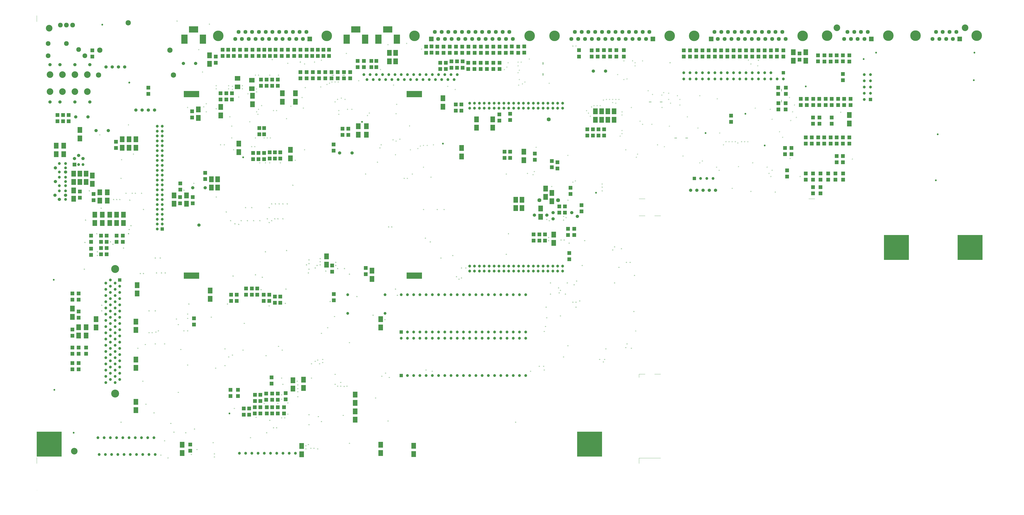
<source format=gbr>
G04 FAB 3000 Version 8.1.7 - Gerber/CAM Software*
G04 RS274-X Output*
%FSLAX24Y24*%
%MIA0B0*%
%MOIN*%
%SFA1.000000B1.000000*%

%IPPOS*%
%ADD11C,0.010001*%
%ADD12C,0.035003*%
%ADD13C,0.020002*%
%ADD14C,0.008001*%
%ADD15C,0.040003*%
%ADD16C,0.045898*%
%ADD17C,0.045910*%
%ADD18C,0.045890*%
%ADD19C,0.045960*%
%ADD20C,0.045940*%
%ADD21C,0.045950*%
%ADD22C,0.045880*%
%ADD23C,0.045800*%
%ADD24C,0.046000*%
%ADD25C,0.052734*%
%ADD26C,0.052679*%
%ADD27C,0.052690*%
%ADD28C,0.052720*%
%ADD29C,0.052700*%
%ADD30C,0.052800*%
%ADD31C,0.052600*%
%ADD32C,0.063750*%
%ADD33C,0.063790*%
%ADD34C,0.063810*%
%ADD35C,0.063740*%
%ADD36C,0.063730*%
%ADD37C,0.063800*%
%ADD38C,0.063760*%
%ADD39C,0.063770*%
%ADD40C,0.063700*%
%ADD41C,0.063709*%
%ADD42C,0.076498*%
%ADD43C,0.085010*%
%ADD44C,0.084960*%
%ADD45C,0.085020*%
%ADD46C,0.106283*%
%ADD47C,0.106228*%
%ADD48C,0.106300*%
%ADD50R,0.060004X0.060010*%
%ADD51R,0.060004X0.060020*%
%ADD52R,0.060004X0.060000*%
%ADD53R,0.060005X0.060070*%
%ADD54R,0.060000X0.060100*%
%ADD55R,0.060010X0.060050*%
%ADD56R,0.060010X0.060060*%
%ADD57R,0.060020X0.060010*%
%ADD58R,0.060020X0.060000*%
%ADD59R,0.060000X0.060060*%
%ADD60R,0.060000X0.059990*%
%ADD61R,0.060020X0.060020*%
%ADD62R,0.060020X0.060050*%
%ADD63R,0.060020X0.060060*%
%ADD64R,0.060000X0.060050*%
%ADD65R,0.060050X0.060000*%
%ADD66R,0.059990X0.060000*%
%ADD67R,0.060010X0.060100*%
%ADD68R,0.060020X0.060100*%
%ADD69R,0.060100X0.060010*%
%ADD70R,0.060100X0.060000*%
%ADD71R,0.060100X0.060060*%
%ADD72R,0.075000X0.075000*%
%ADD73R,0.075040X0.075000*%
%ADD74R,0.075020X0.075000*%
%ADD75C,0.170030*%
%ADD76C,0.169980*%
%ADD77C,0.170100*%
%ADD78C,0.170000*%
%ADD79C,0.127500*%
%ADD80C,0.029731*%
%ADD81C,0.029784*%
%ADD82C,0.029770*%
%ADD83C,0.029740*%
%ADD84C,0.029800*%
%ADD85C,0.029700*%
%ADD86C,0.029900*%
%ADD87R,0.400010X0.400070*%
%ADD88R,0.400000X0.400060*%
%ADD89R,0.053990X0.053980*%
%ADD90R,0.054030X0.054040*%
%ADD91R,0.053990X0.054040*%
%ADD92R,0.054000X0.053990*%
%ADD93R,0.054000X0.054000*%
%ADD94R,0.054000X0.054040*%
%ADD95R,0.250000X0.100000*%
%ADD96R,0.250000X0.099990*%
%ADD97R,0.099990X0.150000*%
%ADD98R,0.100040X0.150000*%
%ADD99R,0.100000X0.150000*%
%ADD100R,0.099980X0.150000*%
%ADD101R,0.150020X0.100100*%
%ADD102R,0.150010X0.100100*%
%ADD103R,0.090000X0.075040*%
%ADD104R,0.090000X0.075030*%
%ADD105R,0.090000X0.075000*%
%ADD106R,0.074979X0.095000*%
%ADD107R,0.075032X0.095040*%
%ADD108R,0.075032X0.095000*%
%ADD109R,0.075032X0.095060*%
%ADD110R,0.074977X0.095060*%
%ADD111R,0.074970X0.095000*%
%ADD112R,0.075020X0.095060*%
%ADD113R,0.075020X0.095000*%
%ADD114R,0.074980X0.095040*%
%ADD115R,0.074980X0.095050*%
%ADD116R,0.075050X0.094990*%
%ADD117R,0.075050X0.095000*%
%ADD118R,0.075030X0.095050*%
%ADD119R,0.075030X0.094980*%
%ADD120R,0.075020X0.095100*%
%ADD121R,0.075030X0.094990*%
%ADD122R,0.074990X0.094980*%
%ADD123R,0.074990X0.095050*%
%ADD124R,0.074990X0.095060*%
%ADD125R,0.074990X0.094990*%
%ADD126R,0.074970X0.095050*%
%ADD127R,0.074990X0.095000*%
%ADD128R,0.074990X0.095040*%
%ADD129R,0.074970X0.095040*%
%ADD130R,0.075040X0.095050*%
%ADD131R,0.075050X0.095060*%
%ADD132R,0.075050X0.095040*%
%ADD133R,0.075040X0.095100*%
%ADD134R,0.074970X0.095100*%
%ADD135R,0.074980X0.095010*%
%ADD136R,0.075000X0.095100*%
%ADD137R,0.075000X0.095000*%
%ADD138R,0.075000X0.094980*%
%ADD139C,0.029720*%
%ADD141R,0.039020X0.011000*%
%ADD142R,0.037980X0.010000*%
%ADD143R,0.034980X0.007000*%
%ADD144R,0.010960X0.039000*%
%ADD145R,0.009980X0.038000*%
%ADD146R,0.007000X0.035000*%
%ADD147R,0.039000X0.011010*%
%ADD148R,0.038000X0.010040*%
%ADD149R,0.035000X0.007000*%
%ADD150R,0.039000X0.011020*%
%ADD151R,0.037900X0.010050*%
%ADD152R,0.035000X0.007010*%
%ADD153R,0.038100X0.010040*%
%ADD154R,0.011000X0.039000*%
%ADD155R,0.010000X0.038030*%
%ADD156R,0.011000X0.039020*%
%ADD157R,0.007000X0.035040*%
%ADD158R,0.037990X0.010000*%
%ADD159R,0.038000X0.010050*%
%ADD160R,0.100060X0.150000*%
%ADD206C,0.012001*%
%ADD207R,0.060050X0.060020*%
%ADD208R,0.060100X0.060020*%
%ADD209C,0.025500*%
%ADD210C,0.025490*%
%ADD211C,0.025560*%
%ADD212R,0.315000X0.315060*%
%ADD213R,0.079970X0.025010*%
%ADD214R,0.079970X0.024960*%
%ADD215R,0.079970X0.025000*%
%ADD216R,0.079970X0.025020*%
%ADD217R,0.080010X0.025010*%
%ADD218R,0.080010X0.025000*%
%ADD219R,0.080010X0.025020*%
%ADD220R,0.080010X0.024950*%
%ADD221R,0.080030X0.025020*%
%ADD222R,0.080030X0.025010*%
%ADD223R,0.080030X0.024960*%
%ADD224R,0.080030X0.025000*%
%ADD225R,0.080030X0.024950*%
%ADD226R,0.080020X0.025020*%
%ADD227R,0.080020X0.025010*%
%ADD228R,0.080020X0.025000*%
%ADD229R,0.080020X0.024960*%
%ADD230R,0.079980X0.025010*%
%ADD231R,0.079980X0.024960*%
%ADD232R,0.079980X0.025000*%
%ADD233R,0.079980X0.025020*%
%ADD234R,0.079970X0.024940*%
%ADD235R,0.080030X0.024940*%
%ADD236R,0.080030X0.025050*%
%ADD237R,0.080030X0.025100*%
%ADD238R,0.079970X0.024950*%
%ADD239R,0.080000X0.025020*%
%ADD240R,0.080000X0.025010*%
%ADD241R,0.080000X0.025000*%
%ADD242R,0.080000X0.024960*%
%ADD243R,0.025010X0.080030*%
%ADD244R,0.025020X0.080030*%
%ADD245R,0.025020X0.079980*%
%ADD246R,0.025010X0.079980*%
%ADD247R,0.025000X0.079980*%
%ADD248R,0.025000X0.080030*%
%ADD249R,0.024960X0.080030*%
%ADD250R,0.025000X0.080020*%
%ADD251R,0.025010X0.080020*%
%ADD252R,0.025020X0.080020*%
%ADD253R,0.024960X0.080020*%
%ADD254R,0.025020X0.080000*%
%ADD255R,0.024960X0.080000*%
%ADD256R,0.025000X0.080000*%
%ADD257R,0.024950X0.080030*%
%ADD258R,0.024940X0.080030*%
%ADD259R,0.025010X0.079970*%
%ADD260R,0.024960X0.079970*%
%ADD261R,0.025000X0.079970*%
%ADD262R,0.025020X0.079970*%
%ADD263R,0.024940X0.079970*%
%ADD264R,0.024950X0.079970*%
%ADD265R,0.024940X0.080020*%
%ADD266R,0.024950X0.080020*%
%ADD267R,0.025010X0.080000*%
%ADD268R,0.024940X0.080000*%
%ADD269R,0.024950X0.080000*%
%ADD270R,0.025020X0.080010*%
%ADD271R,0.025010X0.080010*%
%ADD272R,0.024950X0.080010*%
%ADD273R,0.025000X0.080010*%
%ADD274R,0.024960X0.080010*%
%ADD275R,0.025100X0.080030*%
%ADD276R,0.039980X0.050030*%
%ADD277R,0.039990X0.050030*%
%ADD278R,0.040040X0.050030*%
%ADD279R,0.040040X0.050010*%
%ADD280R,0.039980X0.050010*%
%ADD281R,0.039990X0.050010*%
%ADD282R,0.039990X0.049970*%
%ADD283R,0.039980X0.049970*%
%ADD284R,0.040030X0.049970*%
%ADD285R,0.039990X0.050020*%
%ADD286R,0.039980X0.050020*%
%ADD287R,0.040030X0.050020*%
%ADD288R,0.040040X0.050020*%
%ADD289R,0.040020X0.050020*%
%ADD290R,0.040040X0.049970*%
%ADD291R,0.040020X0.049970*%
%ADD292R,0.040030X0.050010*%
%ADD293R,0.039970X0.050020*%
%ADD294R,0.040040X0.050000*%
%ADD295R,0.039990X0.050000*%
%ADD296R,0.039970X0.050030*%
%ADD297R,0.039980X0.050000*%
%ADD298R,0.040050X0.050000*%
%ADD299R,0.040000X0.049970*%
%ADD300R,0.039900X0.049970*%
%ADD301R,0.040100X0.049980*%
%ADD302R,0.040100X0.050020*%
%ADD303R,0.039900X0.050020*%
%ADD304R,0.040000X0.050020*%
%ADD305R,0.040000X0.050030*%
%ADD306R,0.040100X0.050010*%
%ADD307R,0.040000X0.050010*%
%ADD308R,0.040000X0.049980*%
%ADD309R,0.040100X0.049970*%
%ADD310R,0.049970X0.039990*%
%ADD311R,0.050010X0.039980*%
%ADD312R,0.049970X0.040040*%
%ADD313R,0.125000X0.094030*%
%ADD314R,0.114960X0.102000*%
%ADD315R,0.114960X0.102040*%
%ADD316R,0.074978X0.125050*%
%ADD317R,0.074977X0.125000*%
%ADD318R,0.075034X0.125000*%
%ADD319R,0.075030X0.125050*%
%ADD320R,0.075050X0.125050*%
%ADD321R,0.075050X0.125000*%
%ADD322R,0.125000X0.075030*%
%ADD323R,0.125000X0.074990*%
%ADD324R,0.094020X0.125050*%
%ADD325R,0.093970X0.125050*%
%ADD326R,0.094020X0.125000*%
%ADD327R,0.094010X0.125000*%
%ADD328R,0.094100X0.125000*%
%ADD329R,0.093900X0.125050*%
%ADD330R,0.094000X0.125050*%
%ADD331R,0.095000X0.075030*%
%ADD332R,0.094980X0.075030*%
%ADD333R,0.094980X0.074970*%
%ADD334R,0.095000X0.074970*%
%ADD335R,0.095000X0.075040*%
%ADD336R,0.095000X0.074980*%
%ADD337R,0.095000X0.074990*%
%ADD338R,0.095050X0.075030*%
%ADD339R,0.095040X0.074980*%
%ADD340R,0.094990X0.074990*%
%ADD341R,0.094990X0.075030*%
%ADD342R,0.095000X0.075050*%
%ADD343R,0.095040X0.075030*%
%ADD344R,0.095060X0.074980*%
%ADD345R,0.075050X0.095010*%
%ADD346R,0.075050X0.095050*%
%ADD347R,0.074980X0.094990*%
%ADD348R,0.075030X0.095100*%
%ADD349R,0.075030X0.095020*%
%ADD350R,0.074980X0.095100*%
%ADD351R,0.075040X0.095020*%
%ADD352R,0.074970X0.094990*%
%ADD353R,0.075020X0.095050*%
%ADD354R,0.074970X0.094980*%
%ADD355R,0.075040X0.094980*%
%ADD356R,0.075050X0.095100*%
%ADD357R,0.075100X0.095000*%
%ADD358R,0.075100X0.095060*%
%ADD359R,0.074900X0.095040*%
%ADD360R,0.074900X0.095000*%
%ADD361R,0.075000X0.095060*%
%ADD362R,0.115020X0.050000*%
%ADD363R,0.115010X0.050000*%
%ADD364R,0.049960X0.115020*%
%ADD365R,0.050030X0.115010*%
%ADD366R,0.049960X0.115010*%
%ADD367R,0.050000X0.115010*%
%ADD368R,0.145030X0.050030*%
%ADD369R,0.145020X0.050030*%
%ADD370R,0.145020X0.050010*%
%ADD371R,0.145030X0.050010*%
%ADD372R,0.145100X0.049960*%
%ADD373R,0.145000X0.049960*%
%ADD374R,0.050021X0.145070*%
%ADD375R,0.050021X0.145030*%
%ADD376R,0.049960X0.145020*%
%ADD377R,0.049960X0.145080*%
%ADD378R,0.050020X0.145010*%
%ADD379R,0.050020X0.145080*%
%ADD380R,0.050030X0.145020*%
%ADD381R,0.049970X0.145020*%
%ADD382R,0.049970X0.145030*%
%ADD383R,0.050030X0.145030*%
%ADD384R,0.050030X0.145010*%
%ADD385R,0.049960X0.145000*%
%ADD386R,0.050030X0.145100*%
%ADD387R,0.050030X0.145000*%
%ADD388R,0.048990X0.070000*%
%ADD389R,0.049000X0.070000*%
%ADD390R,0.049000X0.069990*%
%ADD391R,0.069990X0.049000*%
%ADD392R,0.070040X0.049000*%
%ADD393R,0.070000X0.049050*%
%ADD394R,0.070100X0.049050*%
%ADD395R,0.070100X0.049000*%
%ADD396R,0.070000X0.049000*%
%ADD397R,0.070000X0.048980*%
%ADD398R,0.014980X0.030000*%
%ADD399R,0.015000X0.030000*%
%ADD400R,0.015000X0.030010*%
%ADD401R,0.030000X0.015000*%
%ADD402R,0.030000X0.015030*%
%ADD403R,0.100000X0.018010*%
%ADD404R,0.100000X0.018020*%
%ADD405R,0.100000X0.017990*%
%ADD406R,0.100000X0.018000*%
%ADD407R,0.100000X0.017960*%
%ADD408R,0.100040X0.018000*%
%ADD409R,0.100040X0.018010*%
%ADD410R,0.100040X0.017960*%
%ADD411R,0.100040X0.018020*%
%ADD412R,0.100040X0.017990*%
%ADD413R,0.017960X0.100050*%
%ADD414R,0.017950X0.100050*%
%ADD415R,0.018000X0.100050*%
%ADD416R,0.018020X0.100050*%
%ADD417R,0.018010X0.100050*%
%ADD418R,0.105040X0.025020*%
%ADD419R,0.105040X0.025010*%
%ADD420R,0.104980X0.025020*%
%ADD421R,0.104970X0.025020*%
%ADD422R,0.104980X0.025000*%
%ADD423R,0.104970X0.025000*%
%ADD424R,0.105040X0.025000*%
%ADD425R,0.104980X0.025010*%
%ADD426R,0.104970X0.025010*%
%ADD427R,0.105030X0.025010*%
%ADD428R,0.105030X0.025020*%
%ADD429R,0.105030X0.025000*%
%ADD430R,0.105000X0.025000*%
%ADD431R,0.105000X0.024960*%
%ADD432R,0.105000X0.025020*%
%ADD433R,0.105000X0.025010*%
%ADD434R,0.024960X0.105040*%
%ADD435R,0.025000X0.105040*%
%ADD436R,0.025020X0.105040*%
%ADD437R,0.025000X0.105030*%
%ADD438R,0.025020X0.105030*%
%ADD439R,0.024960X0.105030*%
%ADD440R,0.025010X0.105030*%
%ADD441R,0.025010X0.105040*%
%ADD442R,0.024950X0.105040*%
%ADD443R,0.025020X0.104990*%
%ADD444R,0.024950X0.104990*%
%ADD445R,0.025010X0.104990*%
%ADD446R,0.025010X0.104980*%
%ADD447R,0.025000X0.104980*%
%ADD448R,0.025020X0.104980*%
%ADD449R,0.024950X0.104980*%
%ADD450R,0.024960X0.104980*%
%ADD451R,0.024960X0.104990*%
%ADD452R,0.025000X0.104990*%
%ADD453R,0.025010X0.104970*%
%ADD454R,0.025020X0.104970*%
%ADD455R,0.025000X0.104970*%
%ADD456R,0.025020X0.105020*%
%ADD457R,0.025010X0.105020*%
%ADD458R,0.025000X0.105020*%
%ADD459R,0.025000X0.105000*%
%ADD460R,0.025100X0.105000*%
%ADD461R,0.025000X0.105060*%
%ADD462R,0.025100X0.105060*%
%ADD463R,0.025100X0.105030*%
%ADD464R,0.025000X0.105050*%
%ADD465R,0.025100X0.105050*%
%ADD466R,0.025100X0.104980*%
%ADD467R,0.050020X0.060010*%
%ADD468R,0.050020X0.060000*%
%ADD469R,0.050020X0.060020*%
%ADD470R,0.049960X0.060020*%
%LNAmiga 1200 Rev1D1 bottom soldermask_0*%
%LPD*%
G54D16*
X68405Y60088D03*
Y59088D03*
Y53087D03*
G54D33*
X68445Y107218D03*
G54D16*
X68405Y66089D03*
G54D52*
X68595Y103397D03*
Y102397D03*
G54D16*
X68405Y101496D03*
G54D79*
X15451Y70200D03*
Y50196D03*
G54D17*
X15701Y43085D03*
G54D26*
X15991Y102707D03*
G54D16*
X15901Y40384D03*
G54D109*
X15701Y77622D03*
G54D58*
X15691Y75591D03*
G54D57*
Y74591D03*
G54D108*
X15701Y78962D03*
X13001Y82563D03*
G54D113*
X14201D03*
G54D55*
X12000Y82293D03*
G54D50*
X9790Y82693D03*
G54D87*
X4860Y42044D03*
G36*
X2870Y38920D02*
G01X3870D01*
Y38908D01*
X2870D01*
G37*
G36*
X2913Y34620D02*
G01X2899Y34627D01*
X2901Y34659D01*
X2927Y34646D01*
G37*
G54D80*
X5600Y68490D03*
X5700Y50786D03*
G36*
X2864Y38914D02*
G01Y39914D01*
X2876D01*
Y38914D01*
G37*
G54D26*
X9120Y94695D03*
X11080D03*
G54D111*
X31902Y84663D03*
G54D16*
X23021Y85303D03*
G54D113*
X30902Y84663D03*
G54D16*
X22232Y85303D03*
G54D52*
X14101Y73581D03*
G54D53*
X13191Y73591D03*
G54D50*
X11601Y73481D03*
G36*
X94799Y108300D02*
G01X94817Y108318D01*
X94838Y108297D01*
X94816Y108275D01*
G37*
G36*
X94797Y108367D02*
G01X94781Y108383D01*
X94793Y108412D01*
X94818Y108388D01*
G37*
G36*
X94813Y108351D02*
G01X94797Y108367D01*
X94818Y108388D01*
X94842Y108364D01*
G37*
G36*
X94813Y108338D02*
G01Y108351D01*
X94842Y108364D01*
Y108338D01*
G37*
G36*
X94813Y108308D02*
G01Y108338D01*
X94842D01*
Y108308D01*
G37*
G54D37*
X94767Y108338D03*
G54D67*
X94997Y104397D03*
G54D52*
Y105398D03*
G54D111*
X94607Y94225D03*
Y95565D03*
G54D51*
X9790Y81692D03*
G36*
X10699Y78037D02*
G01X10714Y78045D01*
X10727Y78018D01*
X10702Y78005D01*
G37*
G36*
X10676Y78045D02*
G01X10699Y78037D01*
X10702Y78005D01*
X10665Y78018D01*
G37*
G36*
X10661Y78052D02*
G01X10676Y78045D01*
X10665Y78018D01*
X10640Y78030D01*
G37*
G36*
X10654Y78067D02*
G01X10661Y78052D01*
X10640Y78030D01*
X10627Y78056D01*
G37*
G36*
X10646Y78091D02*
G01X10654Y78067D01*
X10627Y78056D01*
X10615Y78093D01*
G37*
G36*
X10653Y78105D02*
G01X10646Y78091D01*
X10615Y78093D01*
X10627Y78118D01*
G37*
G36*
X10663Y78123D02*
G01X10653Y78105D01*
X10627Y78118D01*
X10638Y78140D01*
G37*
G36*
X10677Y78137D02*
G01X10663Y78123D01*
X10638Y78140D01*
X10665Y78166D01*
G37*
G36*
X10701Y78137D02*
G01X10677D01*
X10665Y78166D01*
X10701D01*
G37*
G36*
X10714Y78137D02*
G01X10701D01*
Y78166D01*
X10727D01*
G37*
G36*
X10730Y78121D02*
G01X10714Y78137D01*
X10727Y78166D01*
X10751Y78142D01*
G37*
G36*
X10746Y78105D02*
G01X10730Y78121D01*
X10751Y78142D01*
X10775Y78117D01*
G37*
G36*
X10746Y78092D02*
G01Y78105D01*
X10775Y78117D01*
Y78092D01*
G37*
G36*
X10746Y78062D02*
G01Y78092D01*
X10775D01*
Y78062D01*
G37*
G36*
X10714Y78045D02*
G01X10732Y78054D01*
X10749Y78029D01*
X10727Y78018D01*
G37*
G36*
X10732Y78054D02*
G01X10750Y78072D01*
X10771Y78051D01*
X10749Y78029D01*
G37*
G54D106*
X6000Y90034D03*
X7200D03*
G54D25*
X6600Y97096D03*
G54D52*
X6190Y94995D03*
G54D51*
Y93995D03*
G54D53*
X8000Y94985D03*
G54D52*
Y93985D03*
G54D53*
X7100Y94985D03*
G54D52*
Y93985D03*
G54D25*
X5000Y97096D03*
X7500Y85803D03*
G54D16*
X6500D03*
X7500Y83603D03*
X6500D03*
G54D26*
X9000Y97096D03*
G54D47*
X11000Y98756D03*
G54D26*
X11401Y97096D03*
G54D44*
X12801Y101417D03*
G54D47*
X11000Y101497D03*
G54D54*
X11801Y104387D03*
G54D42*
X10581Y104517D03*
G54D43*
X12991Y105416D03*
G54D80*
X13401Y109498D03*
G54D42*
X9600Y105498D03*
G54D52*
X11801Y105388D03*
G54D26*
X11401Y103097D03*
G36*
X11415Y103142D02*
G01X11400D01*
Y103171D01*
X11426D01*
G37*
G36*
X11376Y103050D02*
G01X11399Y103042D01*
X11401Y103011D01*
X11365Y103023D01*
G37*
G36*
X11399Y103042D02*
G01X11414Y103050D01*
X11427Y103023D01*
X11401Y103011D01*
G37*
G54D25*
X14991Y102707D03*
G54D27*
X13991D03*
G36*
X11446Y103097D02*
G01Y103111D01*
X11475Y103122D01*
Y103097D01*
G37*
G36*
X11446Y103068D02*
G01Y103097D01*
X11475D01*
Y103068D01*
G37*
G36*
X11446Y103111D02*
G01X11430Y103127D01*
X11451Y103148D01*
X11475Y103122D01*
G37*
G36*
X11430Y103127D02*
G01X11415Y103142D01*
X11426Y103171D01*
X11451Y103148D01*
G37*
G36*
X11414Y103050D02*
G01X11432Y103059D01*
X11449Y103034D01*
X11427Y103023D01*
G37*
G36*
X11432Y103059D02*
G01X11450Y103078D01*
X11471Y103057D01*
X11449Y103034D01*
G37*
G36*
X11362Y103057D02*
G01X11376Y103050D01*
X11365Y103023D01*
X11339Y103036D01*
G37*
G36*
X11354Y103073D02*
G01X11362Y103057D01*
X11339Y103036D01*
X11327Y103062D01*
G37*
G36*
X11346Y103095D02*
G01X11354Y103073D01*
X11327Y103062D01*
X11314Y103098D01*
G37*
G36*
X11354Y103110D02*
G01X11346Y103095D01*
X11314Y103098D01*
X11328Y103123D01*
G37*
G36*
X11363Y103129D02*
G01X11354Y103110D01*
X11328Y103123D01*
X11338Y103146D01*
G37*
G36*
X11376Y103142D02*
G01X11363Y103129D01*
X11338Y103146D01*
X11365Y103171D01*
G37*
G36*
X11400Y103142D02*
G01X11376D01*
X11365Y103171D01*
X11400D01*
G37*
G36*
X8961Y103057D02*
G01X8976Y103050D01*
X8965Y103023D01*
X8939Y103036D01*
G37*
G36*
X8954Y103073D02*
G01X8961Y103057D01*
X8939Y103036D01*
X8927Y103062D01*
G37*
G36*
X8946Y103095D02*
G01X8954Y103073D01*
X8927Y103062D01*
X8914Y103098D01*
G37*
G36*
X8954Y103110D02*
G01X8946Y103095D01*
X8914Y103098D01*
X8927Y103123D01*
G37*
G36*
X8962Y103129D02*
G01X8954Y103110D01*
X8927Y103123D01*
X8938Y103146D01*
G37*
G36*
X8976Y103142D02*
G01X8962Y103129D01*
X8938Y103146D01*
X8964Y103171D01*
G37*
G36*
X8976Y103050D02*
G01X8999Y103042D01*
X9001Y103011D01*
X8965Y103023D01*
G37*
G36*
X9014Y103142D02*
G01X9000D01*
Y103171D01*
X9026D01*
G37*
G54D26*
X9000Y103097D03*
G36*
Y103142D02*
G01X8976D01*
X8964Y103171D01*
X9000D01*
G37*
G36*
X8999Y103042D02*
G01X9014Y103050D01*
X9027Y103023D01*
X9001Y103011D01*
G37*
G36*
X9031Y103059D02*
G01X9050Y103078D01*
X9071Y103057D01*
X9049Y103034D01*
G37*
G36*
X9046Y103068D02*
G01Y103097D01*
X9075D01*
Y103068D01*
G37*
G36*
X9046Y103097D02*
G01Y103111D01*
X9075Y103122D01*
Y103097D01*
G37*
G36*
X9046Y103111D02*
G01X9030Y103127D01*
X9050Y103148D01*
X9075Y103122D01*
G37*
G36*
X9030Y103127D02*
G01X9014Y103142D01*
X9026Y103171D01*
X9050Y103148D01*
G37*
G36*
X9014Y103050D02*
G01X9031Y103059D01*
X9049Y103034D01*
X9027Y103023D01*
G37*
G54D51*
X10791Y56587D03*
X9600Y56577D03*
G54D17*
X14701Y56448D03*
G54D16*
X13901Y40384D03*
G54D81*
X8800Y43885D03*
G54D17*
X14701Y43085D03*
G54D16*
X12900Y40384D03*
X12701Y43085D03*
X13701D03*
G54D18*
X14901Y40384D03*
G54D17*
X14701Y55447D03*
G36*
X14647Y55446D02*
G01X14655Y55423D01*
X14627Y55412D01*
X14615Y55448D01*
G37*
G36*
X14746Y55417D02*
G01Y55447D01*
X14775D01*
Y55417D01*
G37*
G54D16*
X15451Y54947D03*
X13951D03*
G54D50*
X9600Y55077D03*
G36*
X15397Y54946D02*
G01X15404Y54923D01*
X15377Y54911D01*
X15365Y54948D01*
G37*
G36*
X15397Y54946D02*
G01X15404Y54923D01*
X15377Y54911D01*
X15365Y54948D01*
G37*
G36*
X15496Y54917D02*
G01Y54947D01*
X15525D01*
Y54917D01*
G37*
G36*
X15496Y54923D02*
G01Y54947D01*
X15525D01*
Y54911D01*
G37*
G54D16*
X15451Y55947D03*
X13951D03*
G36*
X15397Y55946D02*
G01X15404Y55923D01*
X15377Y55912D01*
X15365Y55948D01*
G37*
G36*
X15397Y55946D02*
G01X15404Y55923D01*
X15377Y55912D01*
X15365Y55948D01*
G37*
G36*
X15496Y55917D02*
G01Y55947D01*
X15525D01*
Y55917D01*
G37*
G36*
X15496D02*
G01Y55947D01*
X15525D01*
Y55917D01*
G37*
G36*
X15413Y55979D02*
G01X15404Y55961D01*
X15377Y55974D01*
X15389Y55996D01*
G37*
G36*
X15427Y55992D02*
G01X15413Y55979D01*
X15389Y55996D01*
X15415Y56022D01*
G37*
G36*
X15427Y55992D02*
G01X15413Y55979D01*
X15389Y55996D01*
X15415Y56022D01*
G37*
G36*
X15413Y55979D02*
G01X15404Y55961D01*
X15377Y55974D01*
X15389Y55996D01*
G37*
G36*
X15465Y55992D02*
G01X15451D01*
Y56022D01*
X15477D01*
G37*
G36*
X15481Y55977D02*
G01X15465Y55992D01*
X15477Y56022D01*
X15501Y55998D01*
G37*
G36*
X15481Y55977D02*
G01X15465Y55992D01*
X15477Y56022D01*
X15501Y55998D01*
G37*
G36*
X15465Y55992D02*
G01X15451D01*
Y56022D01*
X15477D01*
G37*
G36*
X15451Y55992D02*
G01X15427D01*
X15415Y56022D01*
X15451D01*
G37*
G36*
Y55992D02*
G01X15427D01*
X15415Y56022D01*
X15451D01*
G37*
G36*
X15496Y55961D02*
G01X15481Y55977D01*
X15501Y55998D01*
X15525Y55973D01*
G37*
G36*
X15496Y55947D02*
G01Y55961D01*
X15525Y55973D01*
Y55947D01*
G37*
G36*
X15496D02*
G01Y55961D01*
X15525Y55973D01*
Y55947D01*
G37*
G36*
X15496Y55961D02*
G01X15481Y55977D01*
X15501Y55998D01*
X15525Y55973D01*
G37*
G36*
X15404Y55961D02*
G01X15397Y55946D01*
X15365Y55948D01*
X15377Y55974D01*
G37*
G36*
X15404Y55961D02*
G01X15397Y55946D01*
X15365Y55948D01*
X15377Y55974D01*
G37*
G54D111*
X18801Y55657D03*
G54D52*
X86507Y86384D03*
Y87383D03*
G54D20*
X86567Y96095D03*
Y96876D03*
G54D75*
X86047Y107718D03*
G54D32*
X86607Y81292D03*
G54D52*
X86807Y79282D03*
Y80282D03*
G36*
X86706Y67136D02*
G01X86720Y67143D01*
X86733Y67116D01*
X86708Y67104D01*
G37*
G36*
X86706Y67136D02*
G01X86720Y67143D01*
X86733Y67116D01*
X86708Y67104D01*
G37*
G36*
X86720Y67235D02*
G01X86707D01*
Y67264D01*
X86732D01*
G37*
G36*
X86720Y67235D02*
G01X86707D01*
Y67264D01*
X86732D01*
G37*
G54D20*
X86567Y70670D03*
Y69890D03*
G36*
X87483Y78737D02*
G01X87469Y78723D01*
X87444Y78740D01*
X87471Y78766D01*
G37*
G36*
X87507Y78737D02*
G01X87483D01*
X87471Y78766D01*
X87507D01*
G37*
G36*
X87521Y78737D02*
G01X87507D01*
Y78766D01*
X87533D01*
G37*
G36*
X87536Y78721D02*
G01X87521Y78737D01*
X87533Y78766D01*
X87557Y78742D01*
G37*
G54D26*
X89707Y78692D03*
G54D16*
X15451Y64949D03*
X13951D03*
G36*
X13927Y64902D02*
G01X13950Y64895D01*
X13952Y64863D01*
X13915Y64875D01*
G37*
G36*
X13964Y64902D02*
G01X13982Y64911D01*
X14000Y64887D01*
X13978Y64876D01*
G37*
G36*
X13950Y64895D02*
G01X13964Y64902D01*
X13978Y64876D01*
X13952Y64863D01*
G37*
G36*
X13912Y64910D02*
G01X13927Y64902D01*
X13915Y64875D01*
X13890Y64888D01*
G37*
G54D52*
X10791Y57587D03*
G54D50*
X9600Y57578D03*
G54D17*
X14701Y57447D03*
G36*
X15412Y56908D02*
G01X15427Y56901D01*
X15415Y56874D01*
X15390Y56886D01*
G37*
G36*
X15404Y56923D02*
G01X15412Y56908D01*
X15390Y56886D01*
X15377Y56912D01*
G37*
G36*
X15412Y56908D02*
G01X15427Y56901D01*
X15415Y56874D01*
X15390Y56886D01*
G37*
G36*
X15404Y56923D02*
G01X15412Y56908D01*
X15390Y56886D01*
X15377Y56912D01*
G37*
G36*
X15482Y56909D02*
G01X15500Y56928D01*
X15521Y56907D01*
X15500Y56885D01*
G37*
G36*
X15465Y56901D02*
G01X15482Y56909D01*
X15500Y56885D01*
X15477Y56874D01*
G37*
G36*
X15450Y56893D02*
G01X15465Y56901D01*
X15477Y56874D01*
X15452Y56861D01*
G37*
G36*
X15450Y56893D02*
G01X15465Y56901D01*
X15477Y56874D01*
X15452Y56861D01*
G37*
G36*
X15465Y56901D02*
G01X15482Y56909D01*
X15500Y56885D01*
X15477Y56874D01*
G37*
G36*
X15427Y56901D02*
G01X15450Y56893D01*
X15452Y56861D01*
X15415Y56874D01*
G37*
G36*
X15427Y56901D02*
G01X15450Y56893D01*
X15452Y56861D01*
X15415Y56874D01*
G37*
G36*
X15482Y56909D02*
G01X15500Y56928D01*
X15521Y56907D01*
X15500Y56885D01*
G37*
G54D16*
X15451Y56947D03*
X13951D03*
G36*
X15397Y56946D02*
G01X15404Y56923D01*
X15377Y56912D01*
X15365Y56948D01*
G37*
G36*
X15397Y56946D02*
G01X15404Y56923D01*
X15377Y56912D01*
X15365Y56948D01*
G37*
G36*
X15496Y56917D02*
G01Y56947D01*
X15525D01*
Y56917D01*
G37*
G36*
X15496D02*
G01Y56947D01*
X15525D01*
Y56917D01*
G37*
G36*
X15413Y56979D02*
G01X15404Y56961D01*
X15377Y56974D01*
X15389Y56996D01*
G37*
G36*
X15427Y56993D02*
G01X15413Y56979D01*
X15389Y56996D01*
X15415Y57022D01*
G37*
G36*
X15413Y56979D02*
G01X15404Y56961D01*
X15377Y56974D01*
X15389Y56996D01*
G37*
G36*
X15427Y56993D02*
G01X15413Y56979D01*
X15389Y56996D01*
X15415Y57022D01*
G37*
G36*
X15404Y56961D02*
G01X15397Y56946D01*
X15365Y56948D01*
X15377Y56974D01*
G37*
G36*
X15404Y56961D02*
G01X15397Y56946D01*
X15365Y56948D01*
X15377Y56974D01*
G37*
G36*
X15465Y56993D02*
G01X15451D01*
Y57022D01*
X15477D01*
G37*
G36*
X15451Y56993D02*
G01X15427D01*
X15415Y57022D01*
X15451D01*
G37*
G36*
Y56993D02*
G01X15427D01*
X15415Y57022D01*
X15451D01*
G37*
G36*
X15465Y56993D02*
G01X15451D01*
Y57022D01*
X15477D01*
G37*
G36*
X15481Y56977D02*
G01X15465Y56993D01*
X15477Y57022D01*
X15501Y56998D01*
G37*
G36*
X15496Y56961D02*
G01X15481Y56977D01*
X15501Y56998D01*
X15525Y56973D01*
G37*
G36*
X15496Y56947D02*
G01Y56961D01*
X15525Y56973D01*
Y56947D01*
G37*
G36*
X15481Y56977D02*
G01X15465Y56993D01*
X15477Y57022D01*
X15501Y56998D01*
G37*
G36*
X15496Y56961D02*
G01X15481Y56977D01*
X15501Y56998D01*
X15525Y56973D01*
G37*
G36*
X15496Y56947D02*
G01Y56961D01*
X15525Y56973D01*
Y56947D01*
G37*
G54D16*
X15451Y57948D03*
X13951D03*
G36*
X13897Y57947D02*
G01X13904Y57923D01*
X13877Y57912D01*
X13865Y57949D01*
G37*
G36*
X13897Y57947D02*
G01X13904Y57923D01*
X13877Y57912D01*
X13865Y57949D01*
G37*
G36*
X13996Y57918D02*
G01Y57948D01*
X14025D01*
Y57918D01*
G37*
G36*
X13996D02*
G01Y57948D01*
X14025D01*
Y57918D01*
G37*
G36*
X15397Y57947D02*
G01X15404Y57923D01*
X15377Y57912D01*
X15365Y57949D01*
G37*
G36*
X15397Y57947D02*
G01X15404Y57923D01*
X15377Y57912D01*
X15365Y57949D01*
G37*
G36*
X15496Y57918D02*
G01Y57948D01*
X15525D01*
Y57918D01*
G37*
G36*
X15496D02*
G01Y57948D01*
X15525D01*
Y57918D01*
G37*
G54D91*
X61404Y60088D03*
G36*
X48617Y59841D02*
G01X48635Y59850D01*
X48652Y59826D01*
X48630Y59815D01*
G37*
G36*
X48635Y59850D02*
G01X48653Y59868D01*
X48674Y59847D01*
X48652Y59826D01*
G37*
G36*
X48565Y59849D02*
G01X48579Y59842D01*
X48568Y59815D01*
X48543Y59827D01*
G37*
G36*
X48557Y59863D02*
G01X48565Y59849D01*
X48543Y59827D01*
X48530Y59852D01*
G37*
G36*
X34279Y56433D02*
G01X34264Y56419D01*
X34240Y56436D01*
X34267Y56462D01*
G37*
G36*
X34302Y56433D02*
G01X34279D01*
X34267Y56462D01*
X34302D01*
G37*
G36*
X34332Y56417D02*
G01X34316Y56433D01*
X34328Y56462D01*
X34353Y56438D01*
G37*
G36*
X34316Y56433D02*
G01X34302D01*
Y56462D01*
X34328D01*
G37*
G54D16*
X16201Y56448D03*
G36*
X16246D02*
G01Y56461D01*
X16276Y56474D01*
Y56448D01*
G37*
G36*
X16246Y56417D02*
G01Y56448D01*
X16276D01*
Y56417D01*
G37*
G36*
X16246D02*
G01Y56448D01*
X16276D01*
Y56417D01*
G37*
G36*
X16246Y56448D02*
G01Y56461D01*
X16276Y56474D01*
Y56448D01*
G37*
G36*
X16147Y56446D02*
G01X16155Y56423D01*
X16127Y56412D01*
X16115Y56449D01*
G37*
G36*
X16154Y56461D02*
G01X16147Y56446D01*
X16115Y56449D01*
X16128Y56474D01*
G37*
G36*
X16147Y56446D02*
G01X16155Y56423D01*
X16127Y56412D01*
X16115Y56449D01*
G37*
G36*
X16154Y56461D02*
G01X16147Y56446D01*
X16115Y56449D01*
X16128Y56474D01*
G37*
G36*
X14676Y55401D02*
G01X14700Y55393D01*
X14702Y55361D01*
X14665Y55373D01*
G37*
G36*
X14655Y55423D02*
G01X14662Y55408D01*
X14640Y55386D01*
X14627Y55412D01*
G37*
G36*
X14662Y55408D02*
G01X14676Y55401D01*
X14665Y55373D01*
X14640Y55386D01*
G37*
G36*
X14700Y55393D02*
G01X14714Y55400D01*
X14727Y55374D01*
X14702Y55361D01*
G37*
G36*
X14714Y55400D02*
G01X14732Y55409D01*
X14750Y55385D01*
X14727Y55374D01*
G37*
G36*
X14732Y55409D02*
G01X14750Y55428D01*
X14771Y55407D01*
X14750Y55385D01*
G37*
G36*
X15496Y54947D02*
G01Y54961D01*
X15525Y54973D01*
Y54947D01*
G37*
G36*
X15465Y54992D02*
G01X15451D01*
Y55022D01*
X15477D01*
G37*
G36*
X15481Y54977D02*
G01X15465Y54992D01*
X15477Y55022D01*
X15501Y54997D01*
G37*
G36*
X15496Y54961D02*
G01X15481Y54977D01*
X15501Y54997D01*
X15525Y54973D01*
G37*
G36*
X15496Y54947D02*
G01Y54961D01*
X15525Y54973D01*
Y54947D01*
G37*
G36*
X15451Y54992D02*
G01X15427D01*
X15415Y55022D01*
X15451D01*
G37*
G36*
Y54992D02*
G01X15427D01*
X15415Y55022D01*
X15451D01*
G37*
G36*
X15496Y54961D02*
G01X15481Y54977D01*
X15501Y54997D01*
X15525Y54973D01*
G37*
G36*
X15481Y54977D02*
G01X15465Y54992D01*
X15477Y55022D01*
X15501Y54997D01*
G37*
G36*
X15465Y54992D02*
G01X15451D01*
Y55022D01*
X15477D01*
G37*
G36*
X15404Y54961D02*
G01X15397Y54946D01*
X15365Y54948D01*
X15377Y54973D01*
G37*
G36*
X15413Y54978D02*
G01X15404Y54961D01*
X15377Y54973D01*
X15389Y54996D01*
G37*
G36*
X15427Y54992D02*
G01X15413Y54978D01*
X15389Y54996D01*
X15415Y55022D01*
G37*
G36*
X15427Y54992D02*
G01X15413Y54978D01*
X15389Y54996D01*
X15415Y55022D01*
G37*
G36*
X15413Y54978D02*
G01X15404Y54961D01*
X15377Y54973D01*
X15389Y54996D01*
G37*
G36*
X15404Y54961D02*
G01X15397Y54946D01*
X15365Y54948D01*
X15377Y54973D01*
G37*
G36*
X14701Y55493D02*
G01X14677D01*
X14665Y55522D01*
X14701D01*
G37*
G36*
X14677Y55493D02*
G01X14663Y55479D01*
X14638Y55496D01*
X14665Y55522D01*
G37*
G36*
X14663Y55479D02*
G01X14654Y55460D01*
X14628Y55474D01*
X14638Y55496D01*
G37*
G36*
X14715Y55493D02*
G01X14701D01*
Y55522D01*
X14727D01*
G37*
G36*
X14730Y55477D02*
G01X14715Y55493D01*
X14727Y55522D01*
X14751Y55498D01*
G37*
G36*
X14746Y55461D02*
G01X14730Y55477D01*
X14751Y55498D01*
X14775Y55473D01*
G37*
G36*
X14746Y55447D02*
G01Y55461D01*
X14775Y55473D01*
Y55447D01*
G37*
G36*
X14654Y55460D02*
G01X14647Y55446D01*
X14615Y55448D01*
X14628Y55474D01*
G37*
G36*
X15450Y55893D02*
G01X15464Y55900D01*
X15478Y55874D01*
X15452Y55861D01*
G37*
G36*
X15464Y55900D02*
G01X15482Y55909D01*
X15500Y55885D01*
X15478Y55874D01*
G37*
G36*
X15482Y55909D02*
G01X15500Y55928D01*
X15521Y55907D01*
X15500Y55885D01*
G37*
G36*
X15450Y55893D02*
G01X15464Y55900D01*
X15478Y55874D01*
X15452Y55861D01*
G37*
G36*
X15464Y55900D02*
G01X15482Y55909D01*
X15500Y55885D01*
X15478Y55874D01*
G37*
G36*
X15482Y55909D02*
G01X15500Y55928D01*
X15521Y55907D01*
X15500Y55885D01*
G37*
G36*
X15427Y55901D02*
G01X15450Y55893D01*
X15452Y55861D01*
X15415Y55873D01*
G37*
G36*
X15427Y55901D02*
G01X15450Y55893D01*
X15452Y55861D01*
X15415Y55873D01*
G37*
G36*
X15412Y55908D02*
G01X15427Y55901D01*
X15415Y55873D01*
X15390Y55886D01*
G37*
G36*
X15412Y55908D02*
G01X15427Y55901D01*
X15415Y55873D01*
X15390Y55886D01*
G37*
G36*
X15404Y55923D02*
G01X15412Y55908D01*
X15390Y55886D01*
X15377Y55912D01*
G37*
G36*
X15404Y55923D02*
G01X15412Y55908D01*
X15390Y55886D01*
X15377Y55912D01*
G37*
G54D17*
X14701Y58448D03*
G36*
X14647Y58447D02*
G01X14655Y58423D01*
X14627Y58412D01*
X14615Y58449D01*
G37*
G36*
X14647Y58447D02*
G01X14655Y58423D01*
X14627Y58412D01*
X14615Y58449D01*
G37*
G36*
X14746Y58417D02*
G01Y58448D01*
X14775D01*
Y58417D01*
G37*
G36*
X14746D02*
G01Y58448D01*
X14775D01*
Y58417D01*
G37*
G36*
X13927Y57901D02*
G01X13950Y57894D01*
X13952Y57862D01*
X13915Y57874D01*
G37*
G36*
X13927Y57901D02*
G01X13950Y57894D01*
X13952Y57862D01*
X13915Y57874D01*
G37*
G36*
X13904Y57923D02*
G01X13912Y57909D01*
X13890Y57887D01*
X13877Y57912D01*
G37*
G36*
X13912Y57909D02*
G01X13927Y57901D01*
X13915Y57874D01*
X13890Y57887D01*
G37*
G36*
X13904Y57923D02*
G01X13912Y57909D01*
X13890Y57887D01*
X13877Y57912D01*
G37*
G36*
X13912Y57909D02*
G01X13927Y57901D01*
X13915Y57874D01*
X13890Y57887D01*
G37*
G36*
X13950Y57894D02*
G01X13964Y57900D01*
X13978Y57874D01*
X13952Y57862D01*
G37*
G36*
X13982Y57910D02*
G01X14000Y57928D01*
X14021Y57908D01*
X14000Y57886D01*
G37*
G36*
X13964Y57900D02*
G01X13982Y57910D01*
X14000Y57886D01*
X13978Y57874D01*
G37*
G36*
X13950Y57894D02*
G01X13964Y57900D01*
X13978Y57874D01*
X13952Y57862D01*
G37*
G36*
X13982Y57910D02*
G01X14000Y57928D01*
X14021Y57908D01*
X14000Y57886D01*
G37*
G36*
X13964Y57900D02*
G01X13982Y57910D01*
X14000Y57886D01*
X13978Y57874D01*
G37*
G36*
X15450Y57894D02*
G01X15464Y57900D01*
X15478Y57874D01*
X15452Y57862D01*
G37*
G36*
X15464Y57900D02*
G01X15482Y57910D01*
X15500Y57886D01*
X15478Y57874D01*
G37*
G36*
X15482Y57910D02*
G01X15500Y57928D01*
X15521Y57908D01*
X15500Y57886D01*
G37*
G36*
X15450Y57894D02*
G01X15464Y57900D01*
X15478Y57874D01*
X15452Y57862D01*
G37*
G36*
X15464Y57900D02*
G01X15482Y57910D01*
X15500Y57886D01*
X15478Y57874D01*
G37*
G36*
X15482Y57910D02*
G01X15500Y57928D01*
X15521Y57908D01*
X15500Y57886D01*
G37*
G36*
X15427Y57901D02*
G01X15450Y57894D01*
X15452Y57862D01*
X15415Y57874D01*
G37*
G36*
X15427Y57901D02*
G01X15450Y57894D01*
X15452Y57862D01*
X15415Y57874D01*
G37*
G36*
X15412Y57909D02*
G01X15427Y57901D01*
X15415Y57874D01*
X15390Y57887D01*
G37*
G36*
X15404Y57923D02*
G01X15412Y57909D01*
X15390Y57887D01*
X15377Y57912D01*
G37*
G36*
X15412Y57909D02*
G01X15427Y57901D01*
X15415Y57874D01*
X15390Y57887D01*
G37*
G36*
X15404Y57923D02*
G01X15412Y57909D01*
X15390Y57887D01*
X15377Y57912D01*
G37*
G36*
X13951Y57993D02*
G01X13927D01*
X13915Y58023D01*
X13951D01*
G37*
G36*
Y57993D02*
G01X13927D01*
X13915Y58023D01*
X13951D01*
G37*
G36*
X13927Y57993D02*
G01X13913Y57979D01*
X13889Y57997D01*
X13915Y58023D01*
G37*
G36*
X13913Y57979D02*
G01X13904Y57961D01*
X13877Y57974D01*
X13889Y57997D01*
G37*
G36*
X13904Y57961D02*
G01X13897Y57947D01*
X13865Y57949D01*
X13877Y57974D01*
G37*
G36*
X13927Y57993D02*
G01X13913Y57979D01*
X13889Y57997D01*
X13915Y58023D01*
G37*
G36*
X13913Y57979D02*
G01X13904Y57961D01*
X13877Y57974D01*
X13889Y57997D01*
G37*
G36*
X13904Y57961D02*
G01X13897Y57947D01*
X13865Y57949D01*
X13877Y57974D01*
G37*
G36*
X13996Y57948D02*
G01Y57962D01*
X14025Y57974D01*
Y57948D01*
G37*
G36*
X13965Y57993D02*
G01X13951D01*
Y58023D01*
X13977D01*
G37*
G36*
X13981Y57977D02*
G01X13965Y57993D01*
X13977Y58023D01*
X14001Y57998D01*
G37*
G36*
X13996Y57962D02*
G01X13981Y57977D01*
X14001Y57998D01*
X14025Y57974D01*
G37*
G36*
X13996Y57948D02*
G01Y57962D01*
X14025Y57974D01*
Y57948D01*
G37*
G36*
X13965Y57993D02*
G01X13951D01*
Y58023D01*
X13977D01*
G37*
G36*
X13981Y57977D02*
G01X13965Y57993D01*
X13977Y58023D01*
X14001Y57998D01*
G37*
G36*
X13996Y57962D02*
G01X13981Y57977D01*
X14001Y57998D01*
X14025Y57974D01*
G37*
G36*
X14677Y58401D02*
G01X14699Y58394D01*
X14702Y58362D01*
X14665Y58374D01*
G37*
G36*
X14677Y58401D02*
G01X14699Y58394D01*
X14702Y58362D01*
X14665Y58374D01*
G37*
G36*
X14662Y58409D02*
G01X14677Y58401D01*
X14665Y58374D01*
X14640Y58387D01*
G37*
G36*
X14699Y58394D02*
G01X14714Y58401D01*
X14727Y58375D01*
X14702Y58362D01*
G37*
G36*
X14714Y58401D02*
G01X14732Y58410D01*
X14749Y58386D01*
X14727Y58375D01*
G37*
G36*
X14732Y58410D02*
G01X14750Y58428D01*
X14771Y58407D01*
X14749Y58386D01*
G37*
G36*
X14699Y58394D02*
G01X14714Y58401D01*
X14727Y58375D01*
X14702Y58362D01*
G37*
G36*
X14714Y58401D02*
G01X14732Y58410D01*
X14749Y58386D01*
X14727Y58375D01*
G37*
G36*
X14732Y58410D02*
G01X14750Y58428D01*
X14771Y58407D01*
X14749Y58386D01*
G37*
G36*
X14655Y58423D02*
G01X14662Y58409D01*
X14640Y58387D01*
X14627Y58412D01*
G37*
G36*
X14662Y58409D02*
G01X14677Y58401D01*
X14665Y58374D01*
X14640Y58387D01*
G37*
G36*
X14655Y58423D02*
G01X14662Y58409D01*
X14640Y58387D01*
X14627Y58412D01*
G37*
G54D16*
X17701Y43085D03*
X16201Y54447D03*
G36*
X16232Y55409D02*
G01X16250Y55428D01*
X16271Y55407D01*
X16250Y55385D01*
G37*
G36*
X16232Y55409D02*
G01X16250Y55428D01*
X16271Y55407D01*
X16250Y55385D01*
G37*
G36*
X16214Y55400D02*
G01X16232Y55409D01*
X16250Y55385D01*
X16227Y55374D01*
G37*
G36*
X16214Y55400D02*
G01X16232Y55409D01*
X16250Y55385D01*
X16227Y55374D01*
G37*
G36*
X16177Y55401D02*
G01X16200Y55393D01*
X16202Y55361D01*
X16165Y55373D01*
G37*
G36*
X16200Y55393D02*
G01X16214Y55400D01*
X16227Y55374D01*
X16202Y55361D01*
G37*
G36*
X16200Y55393D02*
G01X16214Y55400D01*
X16227Y55374D01*
X16202Y55361D01*
G37*
G36*
X16155Y55423D02*
G01X16162Y55408D01*
X16140Y55386D01*
X16127Y55412D01*
G37*
G36*
X16162Y55408D02*
G01X16177Y55401D01*
X16165Y55373D01*
X16140Y55386D01*
G37*
G36*
X16155Y55423D02*
G01X16162Y55408D01*
X16140Y55386D01*
X16127Y55412D01*
G37*
G36*
X16162Y55408D02*
G01X16177Y55401D01*
X16165Y55373D01*
X16140Y55386D01*
G37*
G36*
X16177Y55401D02*
G01X16200Y55393D01*
X16202Y55361D01*
X16165Y55373D01*
G37*
G36*
X16246Y55447D02*
G01Y55461D01*
X16276Y55473D01*
Y55447D01*
G37*
G36*
X16246Y55417D02*
G01Y55447D01*
X16276D01*
Y55417D01*
G37*
G36*
X16246Y55447D02*
G01Y55461D01*
X16276Y55473D01*
Y55447D01*
G37*
G36*
X16246Y55417D02*
G01Y55447D01*
X16276D01*
Y55417D01*
G37*
G54D16*
X16201Y55447D03*
G36*
X16154Y55460D02*
G01X16147Y55446D01*
X16115Y55448D01*
X16128Y55474D01*
G37*
G36*
X16147Y55446D02*
G01X16155Y55423D01*
X16127Y55412D01*
X16115Y55448D01*
G37*
G36*
X16154Y55460D02*
G01X16147Y55446D01*
X16115Y55448D01*
X16128Y55474D01*
G37*
G36*
X16147Y55446D02*
G01X16155Y55423D01*
X16127Y55412D01*
X16115Y55448D01*
G37*
G36*
X16246Y55461D02*
G01X16231Y55477D01*
X16251Y55498D01*
X16276Y55473D01*
G37*
G36*
X16231Y55477D02*
G01X16215Y55493D01*
X16227Y55522D01*
X16251Y55498D01*
G37*
G36*
X16246Y55461D02*
G01X16231Y55477D01*
X16251Y55498D01*
X16276Y55473D01*
G37*
G36*
X16231Y55477D02*
G01X16215Y55493D01*
X16227Y55522D01*
X16251Y55498D01*
G37*
G36*
X16215Y55493D02*
G01X16201D01*
Y55522D01*
X16227D01*
G37*
G36*
X16215Y55493D02*
G01X16201D01*
Y55522D01*
X16227D01*
G37*
G36*
X16163Y55479D02*
G01X16154Y55460D01*
X16128Y55474D01*
X16139Y55496D01*
G37*
G36*
X16177Y55493D02*
G01X16163Y55479D01*
X16139Y55496D01*
X16165Y55522D01*
G37*
G36*
X16201Y55493D02*
G01X16177D01*
X16165Y55522D01*
X16201D01*
G37*
G36*
X16163Y55479D02*
G01X16154Y55460D01*
X16128Y55474D01*
X16139Y55496D01*
G37*
G36*
X16201Y55493D02*
G01X16177D01*
X16165Y55522D01*
X16201D01*
G37*
G36*
X16177Y55493D02*
G01X16163Y55479D01*
X16139Y55496D01*
X16165Y55522D01*
G37*
G36*
X13926Y58901D02*
G01X13950Y58894D01*
X13952Y58862D01*
X13915Y58874D01*
G37*
G36*
X13926Y58901D02*
G01X13950Y58894D01*
X13952Y58862D01*
X13915Y58874D01*
G37*
G36*
X13912Y58909D02*
G01X13926Y58901D01*
X13915Y58874D01*
X13890Y58887D01*
G37*
G36*
X13904Y58923D02*
G01X13912Y58909D01*
X13890Y58887D01*
X13877Y58912D01*
G37*
G36*
X13912Y58909D02*
G01X13926Y58901D01*
X13915Y58874D01*
X13890Y58887D01*
G37*
G36*
X13964Y58901D02*
G01X13982Y58910D01*
X14000Y58886D01*
X13977Y58875D01*
G37*
G36*
X13982Y58910D02*
G01X14000Y58928D01*
X14021Y58907D01*
X14000Y58886D01*
G37*
G36*
X13950Y58894D02*
G01X13964Y58901D01*
X13977Y58875D01*
X13952Y58862D01*
G37*
G36*
X13950Y58894D02*
G01X13964Y58901D01*
X13977Y58875D01*
X13952Y58862D01*
G37*
G36*
X13964Y58901D02*
G01X13982Y58910D01*
X14000Y58886D01*
X13977Y58875D01*
G37*
G36*
X13982Y58910D02*
G01X14000Y58928D01*
X14021Y58907D01*
X14000Y58886D01*
G37*
G36*
X13904Y58923D02*
G01X13912Y58909D01*
X13890Y58887D01*
X13877Y58912D01*
G37*
G54D16*
X13951Y58948D03*
G36*
X13897Y58947D02*
G01X13904Y58923D01*
X13877Y58912D01*
X13865Y58949D01*
G37*
G36*
X13897Y58947D02*
G01X13904Y58923D01*
X13877Y58912D01*
X13865Y58949D01*
G37*
G36*
X13996Y58918D02*
G01Y58948D01*
X14025D01*
Y58918D01*
G37*
G36*
X13996D02*
G01Y58948D01*
X14025D01*
Y58918D01*
G37*
G36*
X14746Y58448D02*
G01Y58462D01*
X14775Y58474D01*
Y58448D01*
G37*
G36*
X14746Y58462D02*
G01X14731Y58477D01*
X14751Y58499D01*
X14775Y58474D01*
G37*
G36*
X14731Y58477D02*
G01X14715Y58493D01*
X14727Y58522D01*
X14751Y58499D01*
G37*
G36*
X14715Y58493D02*
G01X14701D01*
Y58522D01*
X14727D01*
G37*
G36*
X14746Y58448D02*
G01Y58462D01*
X14775Y58474D01*
Y58448D01*
G37*
G36*
X14746Y58462D02*
G01X14731Y58477D01*
X14751Y58499D01*
X14775Y58474D01*
G37*
G36*
X14731Y58477D02*
G01X14715Y58493D01*
X14727Y58522D01*
X14751Y58499D01*
G37*
G36*
X14715Y58493D02*
G01X14701D01*
Y58522D01*
X14727D01*
G37*
G36*
X14654Y58461D02*
G01X14647Y58447D01*
X14615Y58449D01*
X14628Y58475D01*
G37*
G36*
X14663Y58479D02*
G01X14654Y58461D01*
X14628Y58475D01*
X14638Y58497D01*
G37*
G36*
X14677Y58493D02*
G01X14663Y58479D01*
X14638Y58497D01*
X14665Y58522D01*
G37*
G36*
X14654Y58461D02*
G01X14647Y58447D01*
X14615Y58449D01*
X14628Y58475D01*
G37*
G36*
X14663Y58479D02*
G01X14654Y58461D01*
X14628Y58475D01*
X14638Y58497D01*
G37*
G36*
X14677Y58493D02*
G01X14663Y58479D01*
X14638Y58497D01*
X14665Y58522D01*
G37*
G36*
X13965Y58993D02*
G01X13951D01*
Y59022D01*
X13977D01*
G37*
G36*
X13981Y58977D02*
G01X13965Y58993D01*
X13977Y59022D01*
X14001Y58998D01*
G37*
G36*
X13996Y58962D02*
G01X13981Y58977D01*
X14001Y58998D01*
X14025Y58974D01*
G37*
G36*
X13996Y58948D02*
G01Y58962D01*
X14025Y58974D01*
Y58948D01*
G37*
G36*
X13996D02*
G01Y58962D01*
X14025Y58974D01*
Y58948D01*
G37*
G36*
X13996Y58962D02*
G01X13981Y58977D01*
X14001Y58998D01*
X14025Y58974D01*
G37*
G36*
X13981Y58977D02*
G01X13965Y58993D01*
X13977Y59022D01*
X14001Y58998D01*
G37*
G36*
X13965Y58993D02*
G01X13951D01*
Y59022D01*
X13977D01*
G37*
G36*
X13927Y58993D02*
G01X13913Y58979D01*
X13889Y58996D01*
X13915Y59022D01*
G37*
G36*
X13913Y58979D02*
G01X13904Y58961D01*
X13877Y58974D01*
X13889Y58996D01*
G37*
G36*
X13904Y58961D02*
G01X13897Y58947D01*
X13865Y58949D01*
X13877Y58974D01*
G37*
G36*
X13927Y58993D02*
G01X13913Y58979D01*
X13889Y58996D01*
X13915Y59022D01*
G37*
G36*
X13913Y58979D02*
G01X13904Y58961D01*
X13877Y58974D01*
X13889Y58996D01*
G37*
G36*
X13904Y58961D02*
G01X13897Y58947D01*
X13865Y58949D01*
X13877Y58974D01*
G37*
G54D108*
X10801Y59518D03*
X9600D03*
G36*
X16215Y56492D02*
G01X16201D01*
Y56522D01*
X16227D01*
G37*
G36*
X16215Y56492D02*
G01X16201D01*
Y56522D01*
X16227D01*
G37*
G36*
X16231Y56477D02*
G01X16215Y56492D01*
X16227Y56522D01*
X16251Y56498D01*
G37*
G36*
X16201Y56492D02*
G01X16177D01*
X16165Y56522D01*
X16201D01*
G37*
G36*
X16177Y56492D02*
G01X16163Y56478D01*
X16139Y56496D01*
X16165Y56522D01*
G37*
G36*
X16163Y56478D02*
G01X16154Y56461D01*
X16128Y56474D01*
X16139Y56496D01*
G37*
G36*
X16201Y56492D02*
G01X16177D01*
X16165Y56522D01*
X16201D01*
G37*
G36*
X16177Y56492D02*
G01X16163Y56478D01*
X16139Y56496D01*
X16165Y56522D01*
G37*
G36*
X16163Y56478D02*
G01X16154Y56461D01*
X16128Y56474D01*
X16139Y56496D01*
G37*
G36*
X16246Y56461D02*
G01X16231Y56477D01*
X16251Y56498D01*
X16276Y56474D01*
G37*
G36*
X16246Y56461D02*
G01X16231Y56477D01*
X16251Y56498D01*
X16276Y56474D01*
G37*
G36*
X16231Y56477D02*
G01X16215Y56492D01*
X16227Y56522D01*
X16251Y56498D01*
G37*
G54D16*
X16201Y63449D03*
X52804Y63089D03*
X58804D03*
G36*
X14746Y59418D02*
G01Y59448D01*
X14775D01*
Y59418D01*
G37*
G36*
X14746Y59448D02*
G01Y59462D01*
X14775Y59474D01*
Y59448D01*
G37*
G36*
X14746Y59462D02*
G01X14730Y59477D01*
X14751Y59498D01*
X14775Y59474D01*
G37*
G36*
X14730Y59477D02*
G01X14715Y59493D01*
X14727Y59523D01*
X14751Y59498D01*
G37*
G36*
X14715Y59493D02*
G01X14701D01*
Y59523D01*
X14727D01*
G37*
G36*
X14699Y59394D02*
G01X14714Y59401D01*
X14727Y59375D01*
X14702Y59362D01*
G37*
G36*
X14746Y59424D02*
G01Y59448D01*
X14775D01*
Y59412D01*
G37*
G36*
X14732Y59410D02*
G01X14746Y59424D01*
X14775Y59412D01*
X14749Y59386D01*
G37*
G36*
X14714Y59401D02*
G01X14732Y59410D01*
X14749Y59386D01*
X14727Y59375D01*
G37*
G36*
X14746Y59448D02*
G01Y59462D01*
X14775Y59474D01*
Y59448D01*
G37*
G36*
X14746Y59462D02*
G01X14730Y59477D01*
X14751Y59498D01*
X14775Y59474D01*
G37*
G36*
X14730Y59477D02*
G01X14715Y59493D01*
X14727Y59523D01*
X14751Y59498D01*
G37*
G36*
X14715Y59493D02*
G01X14701D01*
Y59523D01*
X14727D01*
G37*
G36*
X14699Y59394D02*
G01X14714Y59401D01*
X14727Y59375D01*
X14702Y59362D01*
G37*
G36*
X14714Y59401D02*
G01X14732Y59410D01*
X14749Y59386D01*
X14727Y59375D01*
G37*
G36*
X14732Y59410D02*
G01X14750Y59428D01*
X14771Y59407D01*
X14749Y59386D01*
G37*
G36*
X14655Y59423D02*
G01X14662Y59409D01*
X14640Y59387D01*
X14627Y59412D01*
G37*
G36*
X14647Y59447D02*
G01X14655Y59423D01*
X14627Y59412D01*
X14615Y59449D01*
G37*
G36*
X14654Y59461D02*
G01X14647Y59447D01*
X14615Y59449D01*
X14628Y59475D01*
G37*
G36*
X14663Y59479D02*
G01X14654Y59461D01*
X14628Y59475D01*
X14638Y59496D01*
G37*
G36*
X14677Y59493D02*
G01X14663Y59479D01*
X14638Y59496D01*
X14665Y59523D01*
G37*
G36*
X14662Y59409D02*
G01X14676Y59402D01*
X14665Y59374D01*
X14640Y59387D01*
G37*
G36*
X14677Y59493D02*
G01X14663Y59479D01*
X14638Y59496D01*
X14665Y59523D01*
G37*
G36*
X14663Y59479D02*
G01X14654Y59461D01*
X14628Y59475D01*
X14638Y59496D01*
G37*
G36*
X14654Y59461D02*
G01X14647Y59447D01*
X14615Y59449D01*
X14628Y59475D01*
G37*
G36*
X14647Y59447D02*
G01X14655Y59423D01*
X14627Y59412D01*
X14615Y59449D01*
G37*
G36*
X14655Y59423D02*
G01X14662Y59409D01*
X14640Y59387D01*
X14627Y59412D01*
G37*
G36*
X14662Y59409D02*
G01X14676Y59402D01*
X14665Y59374D01*
X14640Y59387D01*
G37*
G36*
X14655Y61424D02*
G01X14662Y61409D01*
X14640Y61387D01*
X14627Y61413D01*
G37*
G36*
X14647Y61447D02*
G01X14655Y61424D01*
X14627Y61413D01*
X14615Y61450D01*
G37*
G36*
X14654Y61461D02*
G01X14647Y61447D01*
X14615Y61450D01*
X14628Y61475D01*
G37*
G36*
X14663Y61480D02*
G01X14654Y61461D01*
X14628Y61475D01*
X14638Y61497D01*
G37*
G36*
X14677Y61494D02*
G01X14663Y61480D01*
X14638Y61497D01*
X14665Y61523D01*
G37*
G36*
X14662Y61409D02*
G01X14676Y61402D01*
X14665Y61375D01*
X14640Y61387D01*
G37*
G36*
X14677Y61494D02*
G01X14663Y61480D01*
X14638Y61497D01*
X14665Y61523D01*
G37*
G36*
X14663Y61480D02*
G01X14654Y61461D01*
X14628Y61475D01*
X14638Y61497D01*
G37*
G36*
X14654Y61461D02*
G01X14647Y61447D01*
X14615Y61450D01*
X14628Y61475D01*
G37*
G36*
X14647Y61447D02*
G01X14655Y61424D01*
X14627Y61413D01*
X14615Y61450D01*
G37*
G36*
X14655Y61424D02*
G01X14662Y61409D01*
X14640Y61387D01*
X14627Y61413D01*
G37*
G36*
X14662Y61409D02*
G01X14676Y61402D01*
X14665Y61375D01*
X14640Y61387D01*
G37*
G36*
X14647Y62447D02*
G01X14655Y62424D01*
X14627Y62413D01*
X14615Y62450D01*
G37*
G36*
X14662Y62409D02*
G01X14676Y62402D01*
X14665Y62375D01*
X14640Y62388D01*
G37*
G36*
X14655Y62424D02*
G01X14662Y62409D01*
X14640Y62388D01*
X14627Y62413D01*
G37*
G36*
X14662Y62409D02*
G01X14676Y62402D01*
X14665Y62375D01*
X14640Y62388D01*
G37*
G36*
X14655Y62424D02*
G01X14662Y62409D01*
X14640Y62388D01*
X14627Y62413D01*
G37*
G36*
X14654Y62462D02*
G01X14647Y62447D01*
X14615Y62450D01*
X14628Y62475D01*
G37*
G36*
X14647Y62447D02*
G01X14655Y62424D01*
X14627Y62413D01*
X14615Y62450D01*
G37*
G36*
X14654Y62462D02*
G01X14647Y62447D01*
X14615Y62450D01*
X14628Y62475D01*
G37*
G36*
X14663Y62480D02*
G01X14654Y62462D01*
X14628Y62475D01*
X14638Y62497D01*
G37*
G36*
X14677Y62494D02*
G01X14663Y62480D01*
X14638Y62497D01*
X14665Y62523D01*
G37*
G36*
X14663Y62480D02*
G01X14654Y62462D01*
X14628Y62475D01*
X14638Y62497D01*
G37*
G36*
X14677Y62494D02*
G01X14663Y62480D01*
X14638Y62497D01*
X14665Y62523D01*
G37*
G36*
X14655Y63424D02*
G01X14662Y63410D01*
X14640Y63387D01*
X14627Y63413D01*
G37*
G36*
X14662Y63410D02*
G01X14676Y63402D01*
X14665Y63375D01*
X14640Y63387D01*
G37*
G36*
X14677Y63494D02*
G01X14663Y63480D01*
X14638Y63497D01*
X14665Y63523D01*
G37*
G36*
X14663Y63480D02*
G01X14654Y63462D01*
X14628Y63476D01*
X14638Y63497D01*
G37*
G36*
X14654Y63462D02*
G01X14647Y63448D01*
X14615Y63450D01*
X14628Y63476D01*
G37*
G36*
X14647Y63448D02*
G01X14655Y63424D01*
X14627Y63413D01*
X14615Y63450D01*
G37*
G36*
X13996Y60918D02*
G01Y60948D01*
X14025D01*
Y60918D01*
G37*
G36*
X13996D02*
G01Y60948D01*
X14025D01*
Y60918D01*
G37*
G36*
X13996Y60948D02*
G01Y60962D01*
X14025Y60975D01*
Y60948D01*
G37*
G36*
X13996Y60962D02*
G01X13980Y60978D01*
X14001Y60998D01*
X14025Y60975D01*
G37*
G36*
X13980Y60978D02*
G01X13965Y60993D01*
X13977Y61023D01*
X14001Y60998D01*
G37*
G36*
X13965Y60993D02*
G01X13951D01*
Y61023D01*
X13977D01*
G37*
G36*
X13982Y60911D02*
G01X14000Y60928D01*
X14021Y60908D01*
X14000Y60886D01*
G37*
G36*
X13964Y60901D02*
G01X13982Y60911D01*
X14000Y60886D01*
X13978Y60875D01*
G37*
G36*
X13950Y60894D02*
G01X13964Y60901D01*
X13978Y60875D01*
X13952Y60863D01*
G37*
G36*
X13996Y60948D02*
G01Y60962D01*
X14025Y60975D01*
Y60948D01*
G37*
G36*
X13996Y60962D02*
G01X13980Y60978D01*
X14001Y60998D01*
X14025Y60975D01*
G37*
G36*
X13980Y60978D02*
G01X13965Y60993D01*
X13977Y61023D01*
X14001Y60998D01*
G37*
G36*
X13965Y60993D02*
G01X13951D01*
Y61023D01*
X13977D01*
G37*
G36*
X13950Y60894D02*
G01X13964Y60901D01*
X13978Y60875D01*
X13952Y60863D01*
G37*
G36*
X13964Y60901D02*
G01X13982Y60911D01*
X14000Y60886D01*
X13978Y60875D01*
G37*
G36*
X13982Y60911D02*
G01X14000Y60928D01*
X14021Y60908D01*
X14000Y60886D01*
G37*
G36*
X13982Y61911D02*
G01X13996Y61924D01*
X14025Y61912D01*
X14000Y61886D01*
G37*
G36*
X13964Y61902D02*
G01X13982Y61911D01*
X14000Y61886D01*
X13977Y61875D01*
G37*
G36*
X13950Y61894D02*
G01X13964Y61902D01*
X13977Y61875D01*
X13952Y61862D01*
G37*
G36*
X13950Y61894D02*
G01X13964Y61902D01*
X13977Y61875D01*
X13952Y61862D01*
G37*
G36*
X13964Y61902D02*
G01X13982Y61911D01*
X14000Y61886D01*
X13977Y61875D01*
G37*
G36*
X13982Y61911D02*
G01X14000Y61929D01*
X14021Y61908D01*
X14000Y61886D01*
G37*
G54D108*
X10801Y60858D03*
X9600D03*
G54D107*
X12400Y60818D03*
G36*
X13927Y60993D02*
G01X13913Y60979D01*
X13889Y60997D01*
X13915Y61023D01*
G37*
G36*
X13913Y60979D02*
G01X13904Y60962D01*
X13877Y60975D01*
X13889Y60997D01*
G37*
G36*
X13904Y60962D02*
G01X13897Y60947D01*
X13865Y60950D01*
X13877Y60975D01*
G37*
G36*
X13897Y60947D02*
G01X13904Y60924D01*
X13877Y60912D01*
X13865Y60950D01*
G37*
G36*
X13904Y60924D02*
G01X13912Y60909D01*
X13890Y60888D01*
X13877Y60912D01*
G37*
G36*
X13927Y60993D02*
G01X13913Y60979D01*
X13889Y60997D01*
X13915Y61023D01*
G37*
G36*
X13913Y60979D02*
G01X13904Y60962D01*
X13877Y60975D01*
X13889Y60997D01*
G37*
G36*
X13904Y60962D02*
G01X13897Y60947D01*
X13865Y60950D01*
X13877Y60975D01*
G37*
G36*
X13897Y60947D02*
G01X13904Y60924D01*
X13877Y60912D01*
X13865Y60950D01*
G37*
G36*
X13904Y60924D02*
G01X13912Y60909D01*
X13890Y60888D01*
X13877Y60912D01*
G37*
G36*
X13912Y60909D02*
G01X13927Y60902D01*
X13915Y60874D01*
X13890Y60888D01*
G37*
G36*
X13912Y60909D02*
G01X13927Y60902D01*
X13915Y60874D01*
X13890Y60888D01*
G37*
G54D108*
X12400Y62159D03*
G36*
X13912Y61909D02*
G01X13927Y61902D01*
X13915Y61875D01*
X13890Y61887D01*
G37*
G36*
X13904Y61924D02*
G01X13912Y61909D01*
X13890Y61887D01*
X13877Y61913D01*
G37*
G36*
X13912Y61909D02*
G01X13927Y61902D01*
X13915Y61875D01*
X13890Y61887D01*
G37*
G36*
X13904Y61924D02*
G01X13912Y61909D01*
X13890Y61887D01*
X13877Y61913D01*
G37*
G36*
X13897Y61947D02*
G01X13904Y61924D01*
X13877Y61913D01*
X13865Y61949D01*
G37*
G36*
X13904Y61962D02*
G01X13897Y61947D01*
X13865Y61949D01*
X13877Y61975D01*
G37*
G36*
X13913Y61980D02*
G01X13904Y61962D01*
X13877Y61975D01*
X13889Y61997D01*
G37*
G36*
X13927Y61994D02*
G01X13913Y61980D01*
X13889Y61997D01*
X13915Y62023D01*
G37*
G36*
X13897Y61947D02*
G01X13904Y61924D01*
X13877Y61913D01*
X13865Y61949D01*
G37*
G36*
X13904Y61962D02*
G01X13897Y61947D01*
X13865Y61949D01*
X13877Y61975D01*
G37*
G36*
X13913Y61980D02*
G01X13904Y61962D01*
X13877Y61975D01*
X13889Y61997D01*
G37*
G36*
X13927Y61994D02*
G01X13913Y61980D01*
X13889Y61997D01*
X13915Y62023D01*
G37*
G54D52*
X9600Y62379D03*
G36*
X13300Y63434D02*
G01X13314Y63442D01*
X13328Y63416D01*
X13302Y63403D01*
G37*
G36*
X13300Y63434D02*
G01X13314Y63442D01*
X13328Y63416D01*
X13302Y63403D01*
G37*
G36*
X13276Y63442D02*
G01X13300Y63434D01*
X13302Y63403D01*
X13265Y63415D01*
G37*
G36*
X13276Y63442D02*
G01X13300Y63434D01*
X13302Y63403D01*
X13265Y63415D01*
G37*
G36*
X13913Y62980D02*
G01X13904Y62962D01*
X13877Y62975D01*
X13889Y62998D01*
G37*
G36*
X13904Y62962D02*
G01X13897Y62948D01*
X13865Y62950D01*
X13877Y62975D01*
G37*
G36*
X13897Y62948D02*
G01X13904Y62925D01*
X13877Y62913D01*
X13865Y62950D01*
G37*
G36*
X13904Y62962D02*
G01X13897Y62948D01*
X13865Y62950D01*
X13877Y62975D01*
G37*
G36*
X13897Y62948D02*
G01X13904Y62925D01*
X13877Y62913D01*
X13865Y62950D01*
G37*
G36*
X13912Y62910D02*
G01X13927Y62902D01*
X13915Y62875D01*
X13890Y62888D01*
G37*
G36*
X13904Y62925D02*
G01X13912Y62910D01*
X13890Y62888D01*
X13877Y62913D01*
G37*
G36*
X13912Y62910D02*
G01X13927Y62902D01*
X13915Y62875D01*
X13890Y62888D01*
G37*
G36*
X13904Y62925D02*
G01X13912Y62910D01*
X13890Y62888D01*
X13877Y62913D01*
G37*
G36*
X13927Y62994D02*
G01X13913Y62980D01*
X13889Y62998D01*
X13915Y63023D01*
G37*
G36*
X13913Y62980D02*
G01X13904Y62962D01*
X13877Y62975D01*
X13889Y62998D01*
G37*
G36*
X13927Y62994D02*
G01X13913Y62980D01*
X13889Y62998D01*
X13915Y63023D01*
G37*
G54D52*
X9600Y63379D03*
G36*
X13254Y63464D02*
G01X13261Y63450D01*
X13239Y63428D01*
X13227Y63453D01*
G37*
G36*
X13261Y63450D02*
G01X13276Y63442D01*
X13265Y63415D01*
X13239Y63428D01*
G37*
G36*
X13254Y63464D02*
G01X13261Y63450D01*
X13239Y63428D01*
X13227Y63453D01*
G37*
G36*
X13261Y63450D02*
G01X13276Y63442D01*
X13265Y63415D01*
X13239Y63428D01*
G37*
G36*
X13332Y63451D02*
G01X13350Y63469D01*
X13371Y63448D01*
X13349Y63427D01*
G37*
G36*
X13314Y63442D02*
G01X13332Y63451D01*
X13349Y63427D01*
X13328Y63416D01*
G37*
G36*
X13314Y63442D02*
G01X13332Y63451D01*
X13349Y63427D01*
X13328Y63416D01*
G37*
G36*
X13332Y63451D02*
G01X13350Y63469D01*
X13371Y63448D01*
X13349Y63427D01*
G37*
G36*
X13965Y61994D02*
G01X13951D01*
Y62023D01*
X13977D01*
G37*
G36*
X13980Y61978D02*
G01X13965Y61994D01*
X13977Y62023D01*
X14001Y61999D01*
G37*
G36*
X13996Y61962D02*
G01X13980Y61978D01*
X14001Y61999D01*
X14025Y61974D01*
G37*
G36*
X13996Y61948D02*
G01Y61962D01*
X14025Y61974D01*
Y61948D01*
G37*
G36*
X13996Y61918D02*
G01Y61948D01*
X14025D01*
Y61918D01*
G37*
G36*
X13996Y61948D02*
G01Y61962D01*
X14025Y61974D01*
Y61948D01*
G37*
G36*
X13996Y61962D02*
G01X13980Y61978D01*
X14001Y61999D01*
X14025Y61974D01*
G37*
G36*
X13980Y61978D02*
G01X13965Y61994D01*
X13977Y62023D01*
X14001Y61999D01*
G37*
G36*
X13965Y61994D02*
G01X13951D01*
Y62023D01*
X13977D01*
G37*
G36*
X13996Y61924D02*
G01Y61948D01*
X14025D01*
Y61912D01*
G37*
G36*
X13965Y62994D02*
G01X13951D01*
Y63023D01*
X13977D01*
G37*
G36*
X13950Y62895D02*
G01X13964Y62902D01*
X13978Y62875D01*
X13952Y62863D01*
G37*
G36*
X13950Y62895D02*
G01X13964Y62902D01*
X13978Y62875D01*
X13952Y62863D01*
G37*
G36*
X13964Y62902D02*
G01X13982Y62911D01*
X14000Y62887D01*
X13978Y62875D01*
G37*
G36*
X13982Y62911D02*
G01X13996Y62925D01*
X14025Y62913D01*
X14000Y62887D01*
G37*
G36*
X13964Y62902D02*
G01X13982Y62911D01*
X14000Y62887D01*
X13978Y62875D01*
G37*
G36*
X13982Y62911D02*
G01X14000Y62929D01*
X14021Y62909D01*
X14000Y62887D01*
G37*
G36*
X13996Y62919D02*
G01Y62949D01*
X14025D01*
Y62919D01*
G37*
G36*
X13996Y62949D02*
G01Y62963D01*
X14025Y62975D01*
Y62949D01*
G37*
G36*
X13996Y62963D02*
G01X13981Y62978D01*
X14001Y62999D01*
X14025Y62975D01*
G37*
G36*
X13981Y62978D02*
G01X13965Y62994D01*
X13977Y63023D01*
X14001Y62999D01*
G37*
G36*
X13965Y62994D02*
G01X13951D01*
Y63023D01*
X13977D01*
G37*
G36*
X13996Y62925D02*
G01Y62949D01*
X14025D01*
Y62913D01*
G37*
G36*
X13996Y62949D02*
G01Y62963D01*
X14025Y62975D01*
Y62949D01*
G37*
G36*
X13996Y62963D02*
G01X13981Y62978D01*
X14001Y62999D01*
X14025Y62975D01*
G37*
G36*
X13981Y62978D02*
G01X13965Y62994D01*
X13977Y63023D01*
X14001Y62999D01*
G37*
G36*
X13982Y63911D02*
G01X14000Y63929D01*
X14021Y63909D01*
X14000Y63887D01*
G37*
G36*
X13964Y63902D02*
G01X13982Y63911D01*
X14000Y63887D01*
X13977Y63876D01*
G37*
G36*
X13950Y63895D02*
G01X13964Y63902D01*
X13977Y63876D01*
X13952Y63863D01*
G37*
G36*
X13965Y63994D02*
G01X13951D01*
Y64024D01*
X13977D01*
G37*
G36*
X13981Y63978D02*
G01X13965Y63994D01*
X13977Y64024D01*
X14001Y63999D01*
G37*
G36*
X13996Y63963D02*
G01X13981Y63978D01*
X14001Y63999D01*
X14025Y63975D01*
G37*
G36*
X13996Y63949D02*
G01Y63963D01*
X14025Y63975D01*
Y63949D01*
G37*
G36*
X13996Y63919D02*
G01Y63949D01*
X14025D01*
Y63919D01*
G37*
G36*
X13897Y63948D02*
G01X13904Y63924D01*
X13877Y63913D01*
X13865Y63950D01*
G37*
G36*
X13904Y63962D02*
G01X13897Y63948D01*
X13865Y63950D01*
X13877Y63975D01*
G37*
G36*
X13913Y63980D02*
G01X13904Y63962D01*
X13877Y63975D01*
X13889Y63998D01*
G37*
G36*
X13927Y63994D02*
G01X13913Y63980D01*
X13889Y63998D01*
X13915Y64024D01*
G37*
G36*
X13912Y63910D02*
G01X13927Y63903D01*
X13915Y63875D01*
X13890Y63888D01*
G37*
G36*
X13904Y63924D02*
G01X13912Y63910D01*
X13890Y63888D01*
X13877Y63913D01*
G37*
G36*
X13261Y64350D02*
G01X13276Y64343D01*
X13265Y64315D01*
X13239Y64328D01*
G37*
G36*
X13254Y64364D02*
G01X13261Y64350D01*
X13239Y64328D01*
X13227Y64353D01*
G37*
G36*
X13247Y64388D02*
G01X13254Y64364D01*
X13227Y64353D01*
X13215Y64390D01*
G37*
G36*
X13254Y64402D02*
G01X13247Y64388D01*
X13215Y64390D01*
X13227Y64415D01*
G37*
G36*
X13263Y64420D02*
G01X13254Y64402D01*
X13227Y64415D01*
X13238Y64437D01*
G37*
G36*
X13276Y64434D02*
G01X13263Y64420D01*
X13238Y64437D01*
X13264Y64464D01*
G37*
G36*
X13346Y64359D02*
G01Y64389D01*
X13375D01*
Y64359D01*
G37*
G36*
X13346Y64389D02*
G01Y64403D01*
X13375Y64415D01*
Y64389D01*
G37*
G36*
X13346Y64403D02*
G01X13330Y64419D01*
X13351Y64439D01*
X13375Y64415D01*
G37*
G36*
X13330Y64419D02*
G01X13315Y64434D01*
X13327Y64464D01*
X13351Y64439D01*
G37*
G36*
X13315Y64434D02*
G01X13301D01*
Y64464D01*
X13327D01*
G37*
G36*
X13276Y64343D02*
G01X13300Y64335D01*
X13302Y64303D01*
X13265Y64315D01*
G37*
G36*
X13301Y64434D02*
G01X13276D01*
X13264Y64464D01*
X13301D01*
G37*
G36*
X13332Y64351D02*
G01X13350Y64369D01*
X13371Y64348D01*
X13349Y64327D01*
G37*
G36*
X13314Y64342D02*
G01X13332Y64351D01*
X13349Y64327D01*
X13328Y64316D01*
G37*
G36*
X13300Y64335D02*
G01X13314Y64342D01*
X13328Y64316D01*
X13302Y64303D01*
G37*
G36*
X13247Y63487D02*
G01X13254Y63464D01*
X13227Y63453D01*
X13215Y63490D01*
G37*
G36*
X13254Y63502D02*
G01X13247Y63487D01*
X13215Y63490D01*
X13227Y63515D01*
G37*
G36*
X13263Y63520D02*
G01X13254Y63502D01*
X13227Y63515D01*
X13238Y63537D01*
G37*
G36*
X13277Y63534D02*
G01X13263Y63520D01*
X13238Y63537D01*
X13264Y63564D01*
G37*
G36*
X13263Y63520D02*
G01X13254Y63502D01*
X13227Y63515D01*
X13238Y63537D01*
G37*
G36*
X13254Y63502D02*
G01X13247Y63487D01*
X13215Y63490D01*
X13227Y63515D01*
G37*
G36*
X13247Y63487D02*
G01X13254Y63464D01*
X13227Y63453D01*
X13215Y63490D01*
G37*
G36*
X13277Y63534D02*
G01X13263Y63520D01*
X13238Y63537D01*
X13264Y63564D01*
G37*
G36*
X13301Y63534D02*
G01X13277D01*
X13264Y63564D01*
X13301D01*
G37*
G36*
Y63534D02*
G01X13277D01*
X13264Y63564D01*
X13301D01*
G37*
G36*
X13346Y63459D02*
G01Y63489D01*
X13375D01*
Y63459D01*
G37*
G36*
X13315Y63534D02*
G01X13301D01*
Y63564D01*
X13327D01*
G37*
G36*
X13330Y63518D02*
G01X13315Y63534D01*
X13327Y63564D01*
X13351Y63539D01*
G37*
G36*
X13315Y63534D02*
G01X13301D01*
Y63564D01*
X13327D01*
G37*
G36*
X13330Y63518D02*
G01X13315Y63534D01*
X13327Y63564D01*
X13351Y63539D01*
G37*
G36*
X13346Y63503D02*
G01X13330Y63518D01*
X13351Y63539D01*
X13375Y63515D01*
G37*
G36*
X13346Y63489D02*
G01Y63503D01*
X13375Y63515D01*
Y63489D01*
G37*
G36*
X13346Y63459D02*
G01Y63489D01*
X13375D01*
Y63459D01*
G37*
G36*
X13346Y63489D02*
G01Y63503D01*
X13375Y63515D01*
Y63489D01*
G37*
G36*
X13346Y63503D02*
G01X13330Y63518D01*
X13351Y63539D01*
X13375Y63515D01*
G37*
G54D52*
X14101Y74581D03*
G54D50*
X13191Y74591D03*
X11591D03*
G36*
X10546Y74490D02*
G01X10554Y74466D01*
X10527Y74455D01*
X10515Y74492D01*
G37*
G36*
X10646Y74461D02*
G01Y74491D01*
X10675D01*
Y74461D01*
G37*
G54D112*
X14201Y81222D03*
G54D110*
X14601Y77622D03*
G54D111*
Y78962D03*
G36*
X10554Y74466D02*
G01X10561Y74452D01*
X10539Y74430D01*
X10527Y74455D01*
G37*
G36*
X10561Y74452D02*
G01X10576Y74445D01*
X10565Y74417D01*
X10539Y74430D01*
G37*
G36*
X10576Y74445D02*
G01X10599Y74437D01*
X10602Y74405D01*
X10565Y74417D01*
G37*
G36*
X10599Y74437D02*
G01X10613Y74444D01*
X10627Y74418D01*
X10602Y74405D01*
G37*
G36*
X10613Y74444D02*
G01X10632Y74453D01*
X10649Y74429D01*
X10627Y74418D01*
G37*
G36*
X10632Y74453D02*
G01X10650Y74471D01*
X10671Y74450D01*
X10649Y74429D01*
G37*
G36*
X15077Y74236D02*
G01X15063Y74222D01*
X15039Y74239D01*
X15064Y74266D01*
G37*
G36*
X15101Y74236D02*
G01X15077D01*
X15064Y74266D01*
X15101D01*
G37*
G36*
X15115Y74236D02*
G01X15101D01*
Y74266D01*
X15127D01*
G37*
G36*
X15130Y74221D02*
G01X15115Y74236D01*
X15127Y74266D01*
X15151Y74241D01*
G37*
G36*
X15146Y74205D02*
G01X15130Y74221D01*
X15151Y74241D01*
X15175Y74217D01*
G37*
G36*
X15132Y74153D02*
G01X15150Y74171D01*
X15171Y74150D01*
X15149Y74129D01*
G37*
G36*
X15114Y74144D02*
G01X15132Y74153D01*
X15149Y74129D01*
X15128Y74118D01*
G37*
G36*
X15100Y74137D02*
G01X15114Y74144D01*
X15128Y74118D01*
X15102Y74105D01*
G37*
G36*
X15076Y74145D02*
G01X15100Y74137D01*
X15102Y74105D01*
X15065Y74117D01*
G37*
G36*
X15062Y74152D02*
G01X15076Y74145D01*
X15065Y74117D01*
X15040Y74130D01*
G37*
G36*
X15054Y74166D02*
G01X15062Y74152D01*
X15040Y74130D01*
X15027Y74155D01*
G37*
G36*
X15047Y74190D02*
G01X15054Y74166D01*
X15027Y74155D01*
X15015Y74192D01*
G37*
G36*
X15054Y74204D02*
G01X15047Y74190D01*
X15015Y74192D01*
X15028Y74217D01*
G37*
G36*
X15063Y74222D02*
G01X15054Y74204D01*
X15028Y74217D01*
X15039Y74239D01*
G37*
G36*
X15146Y74161D02*
G01Y74191D01*
X15175D01*
Y74161D01*
G37*
G36*
X15146Y74191D02*
G01Y74205D01*
X15175Y74217D01*
Y74191D01*
G37*
G36*
X15154Y81368D02*
G01X15162Y81353D01*
X15140Y81331D01*
X15127Y81357D01*
G37*
G36*
X15162Y81353D02*
G01X15177Y81346D01*
X15165Y81319D01*
X15140Y81331D01*
G37*
G36*
X15177Y81346D02*
G01X15200Y81338D01*
X15202Y81306D01*
X15165Y81319D01*
G37*
G36*
X15200Y81338D02*
G01X15214Y81346D01*
X15227Y81319D01*
X15202Y81306D01*
G37*
G36*
X15214Y81346D02*
G01X15232Y81354D01*
X15250Y81330D01*
X15227Y81319D01*
G37*
G36*
X15732Y81354D02*
G01X15750Y81373D01*
X15771Y81352D01*
X15749Y81330D01*
G37*
G36*
X15714Y81346D02*
G01X15732Y81354D01*
X15749Y81330D01*
X15728Y81319D01*
G37*
G36*
X15700Y81338D02*
G01X15714Y81346D01*
X15728Y81319D01*
X15702Y81306D01*
G37*
G36*
X15676Y81346D02*
G01X15700Y81338D01*
X15702Y81306D01*
X15665Y81319D01*
G37*
G36*
X15662Y81353D02*
G01X15676Y81346D01*
X15665Y81319D01*
X15640Y81331D01*
G37*
G36*
X15654Y81368D02*
G01X15662Y81353D01*
X15640Y81331D01*
X15627Y81357D01*
G37*
G36*
X15232Y81354D02*
G01X15251Y81373D01*
X15271Y81352D01*
X15250Y81330D01*
G37*
G36*
X15246Y81362D02*
G01Y81392D01*
X15276D01*
Y81362D01*
G37*
G36*
X15147Y81391D02*
G01X15154Y81368D01*
X15127Y81357D01*
X15115Y81393D01*
G37*
G36*
X15647Y81391D02*
G01X15654Y81368D01*
X15627Y81357D01*
X15615Y81393D01*
G37*
G36*
X15746Y81362D02*
G01Y81392D01*
X15775D01*
Y81362D01*
G37*
G36*
X15246Y81392D02*
G01Y81406D01*
X15276Y81418D01*
Y81392D01*
G37*
G36*
X15246Y81406D02*
G01X15230Y81422D01*
X15251Y81443D01*
X15276Y81418D01*
G37*
G36*
X15230Y81422D02*
G01X15215Y81438D01*
X15227Y81467D01*
X15251Y81443D01*
G37*
G36*
X15215Y81438D02*
G01X15201D01*
Y81467D01*
X15227D01*
G37*
G36*
X15201Y81438D02*
G01X15177D01*
X15165Y81467D01*
X15201D01*
G37*
G36*
X15177Y81438D02*
G01X15163Y81424D01*
X15139Y81441D01*
X15165Y81467D01*
G37*
G36*
X15163Y81424D02*
G01X15154Y81406D01*
X15127Y81419D01*
X15139Y81441D01*
G37*
G36*
X15154Y81406D02*
G01X15147Y81391D01*
X15115Y81393D01*
X15127Y81419D01*
G37*
G36*
X15746Y81392D02*
G01Y81406D01*
X15775Y81418D01*
Y81392D01*
G37*
G36*
X15746Y81406D02*
G01X15730Y81422D01*
X15751Y81443D01*
X15775Y81418D01*
G37*
G36*
X15654Y81406D02*
G01X15647Y81391D01*
X15615Y81393D01*
X15627Y81419D01*
G37*
G36*
X15663Y81424D02*
G01X15654Y81406D01*
X15627Y81419D01*
X15639Y81441D01*
G37*
G36*
X15677Y81438D02*
G01X15663Y81424D01*
X15639Y81441D01*
X15664Y81467D01*
G37*
G36*
X15701Y81438D02*
G01X15677D01*
X15664Y81467D01*
X15701D01*
G37*
G36*
X15715Y81438D02*
G01X15701D01*
Y81467D01*
X15727D01*
G37*
G36*
X15730Y81422D02*
G01X15715Y81438D01*
X15727Y81467D01*
X15751Y81443D01*
G37*
G54D32*
X36372Y108338D03*
G54D52*
X36502Y105488D03*
Y104487D03*
G54D16*
X22232Y82943D03*
Y77432D03*
Y78222D03*
Y76652D03*
Y83733D03*
Y80582D03*
Y81372D03*
Y84523D03*
Y79802D03*
Y79012D03*
Y82163D03*
G54D108*
X16801Y78962D03*
G36*
X16415Y84838D02*
G01X16401D01*
Y84868D01*
X16427D01*
G37*
G36*
X16431Y84823D02*
G01X16415Y84838D01*
X16427Y84868D01*
X16451Y84843D01*
G37*
G36*
X16446Y84807D02*
G01X16431Y84823D01*
X16451Y84843D01*
X16476Y84819D01*
G37*
G36*
X16446Y84793D02*
G01Y84807D01*
X16476Y84819D01*
Y84793D01*
G37*
G36*
X16446Y84763D02*
G01Y84793D01*
X16476D01*
Y84763D01*
G37*
G36*
X16401Y84838D02*
G01X16377D01*
X16365Y84868D01*
X16401D01*
G37*
G36*
X16377Y84838D02*
G01X16363Y84824D01*
X16339Y84842D01*
X16365Y84868D01*
G37*
G36*
X16362Y84754D02*
G01X16377Y84747D01*
X16365Y84719D01*
X16340Y84732D01*
G37*
G36*
X16377Y84747D02*
G01X16400Y84739D01*
X16402Y84707D01*
X16365Y84719D01*
G37*
G36*
X16400Y84739D02*
G01X16415Y84746D01*
X16427Y84720D01*
X16402Y84707D01*
G37*
G36*
X16415Y84746D02*
G01X16432Y84755D01*
X16450Y84731D01*
X16427Y84720D01*
G37*
G36*
X16432Y84755D02*
G01X16451Y84773D01*
X16471Y84753D01*
X16450Y84731D01*
G37*
G36*
X16363Y84824D02*
G01X16354Y84806D01*
X16327Y84819D01*
X16339Y84842D01*
G37*
G36*
X16354Y84806D02*
G01X16347Y84792D01*
X16315Y84794D01*
X16327Y84819D01*
G37*
G36*
X16347Y84792D02*
G01X16354Y84769D01*
X16327Y84757D01*
X16315Y84794D01*
G37*
G36*
X16354Y84769D02*
G01X16362Y84754D01*
X16340Y84732D01*
X16327Y84757D01*
G37*
G54D16*
X16201Y64449D03*
G36*
X16246D02*
G01Y64463D01*
X16276Y64475D01*
Y64449D01*
G37*
G36*
X16246Y64463D02*
G01X16230Y64479D01*
X16251Y64499D01*
X16276Y64475D01*
G37*
G36*
X16163Y64480D02*
G01X16154Y64462D01*
X16128Y64476D01*
X16139Y64498D01*
G37*
G36*
X16154Y64462D02*
G01X16147Y64448D01*
X16115Y64450D01*
X16128Y64476D01*
G37*
G54D16*
X16201Y58448D03*
G36*
X16215Y57493D02*
G01X16201D01*
Y57522D01*
X16227D01*
G37*
G36*
X16215Y57493D02*
G01X16201D01*
Y57522D01*
X16227D01*
G37*
G54D16*
X16201Y59448D03*
G36*
X16231Y57477D02*
G01X16215Y57493D01*
X16227Y57522D01*
X16251Y57498D01*
G37*
G36*
X16163Y57479D02*
G01X16154Y57461D01*
X16128Y57474D01*
X16139Y57496D01*
G37*
G36*
X16177Y57493D02*
G01X16163Y57479D01*
X16139Y57496D01*
X16165Y57522D01*
G37*
G36*
X16201Y57493D02*
G01X16177D01*
X16165Y57522D01*
X16201D01*
G37*
G36*
X16163Y57479D02*
G01X16154Y57461D01*
X16128Y57474D01*
X16139Y57496D01*
G37*
G36*
X16177Y57493D02*
G01X16163Y57479D01*
X16139Y57496D01*
X16165Y57522D01*
G37*
G36*
X16201Y57493D02*
G01X16177D01*
X16165Y57522D01*
X16201D01*
G37*
G36*
X16246Y57462D02*
G01X16231Y57477D01*
X16251Y57498D01*
X16276Y57474D01*
G37*
G36*
X16246Y57462D02*
G01X16231Y57477D01*
X16251Y57498D01*
X16276Y57474D01*
G37*
G36*
X16231Y57477D02*
G01X16215Y57493D01*
X16227Y57522D01*
X16251Y57498D01*
G37*
G36*
X19054Y57501D02*
G01X19047Y57487D01*
X19015Y57489D01*
X19028Y57514D01*
G37*
G36*
X19047Y57487D02*
G01X19054Y57463D01*
X19027Y57452D01*
X19015Y57489D01*
G37*
G36*
X19054Y57501D02*
G01X19047Y57487D01*
X19015Y57489D01*
X19028Y57514D01*
G37*
G36*
X19047Y57487D02*
G01X19054Y57463D01*
X19027Y57452D01*
X19015Y57489D01*
G37*
G36*
X19147Y57458D02*
G01Y57488D01*
X19176D01*
Y57458D01*
G37*
G36*
X19115Y57533D02*
G01X19101D01*
Y57563D01*
X19127D01*
G37*
G36*
X19131Y57517D02*
G01X19115Y57533D01*
X19127Y57563D01*
X19152Y57538D01*
G37*
G36*
X19147Y57502D02*
G01X19131Y57517D01*
X19152Y57538D01*
X19176Y57514D01*
G37*
G36*
X19147Y57488D02*
G01Y57502D01*
X19176Y57514D01*
Y57488D01*
G37*
G36*
X19147Y57458D02*
G01Y57488D01*
X19176D01*
Y57458D01*
G37*
G36*
X19147Y57488D02*
G01Y57502D01*
X19176Y57514D01*
Y57488D01*
G37*
G36*
X19147Y57502D02*
G01X19131Y57517D01*
X19152Y57538D01*
X19176Y57514D01*
G37*
G36*
X19131Y57517D02*
G01X19115Y57533D01*
X19127Y57563D01*
X19152Y57538D01*
G37*
G36*
X19115Y57533D02*
G01X19101D01*
Y57563D01*
X19127D01*
G37*
G36*
X19101Y57533D02*
G01X19077D01*
X19065Y57563D01*
X19101D01*
G37*
G36*
Y57533D02*
G01X19077D01*
X19065Y57563D01*
X19101D01*
G37*
G36*
X19077Y57533D02*
G01X19063Y57519D01*
X19039Y57536D01*
X19065Y57563D01*
G37*
G36*
X19063Y57519D02*
G01X19054Y57501D01*
X19028Y57514D01*
X19039Y57536D01*
G37*
G36*
X19077Y57533D02*
G01X19063Y57519D01*
X19039Y57536D01*
X19065Y57563D01*
G37*
G36*
X19063Y57519D02*
G01X19054Y57501D01*
X19028Y57514D01*
X19039Y57536D01*
G37*
G36*
X20333Y58050D02*
G01X20351Y58068D01*
X20372Y58047D01*
X20350Y58026D01*
G37*
G36*
X20314Y58040D02*
G01X20333Y58050D01*
X20350Y58026D01*
X20328Y58014D01*
G37*
G36*
X20300Y58033D02*
G01X20314Y58040D01*
X20328Y58014D01*
X20302Y58002D01*
G37*
G36*
X20300Y58033D02*
G01X20314Y58040D01*
X20328Y58014D01*
X20302Y58002D01*
G37*
G36*
X20314Y58040D02*
G01X20333Y58050D01*
X20350Y58026D01*
X20328Y58014D01*
G37*
G36*
X20333Y58050D02*
G01X20351Y58068D01*
X20372Y58047D01*
X20350Y58026D01*
G37*
G36*
X20277Y58041D02*
G01X20300Y58033D01*
X20302Y58002D01*
X20266Y58014D01*
G37*
G36*
X20255Y58063D02*
G01X20262Y58049D01*
X20240Y58027D01*
X20227Y58052D01*
G37*
G36*
X20262Y58049D02*
G01X20277Y58041D01*
X20266Y58014D01*
X20240Y58027D01*
G37*
G36*
X20255Y58063D02*
G01X20262Y58049D01*
X20240Y58027D01*
X20227Y58052D01*
G37*
G36*
X20262Y58049D02*
G01X20277Y58041D01*
X20266Y58014D01*
X20240Y58027D01*
G37*
G36*
X20277Y58041D02*
G01X20300Y58033D01*
X20302Y58002D01*
X20266Y58014D01*
G37*
G36*
X20347Y58058D02*
G01Y58088D01*
X20376D01*
Y58058D01*
G37*
G36*
X20247Y58087D02*
G01X20255Y58063D01*
X20227Y58052D01*
X20215Y58089D01*
G37*
G36*
X20247Y58087D02*
G01X20255Y58063D01*
X20227Y58052D01*
X20215Y58089D01*
G37*
G36*
X20347Y58058D02*
G01Y58088D01*
X20376D01*
Y58058D01*
G37*
G36*
X20315Y58133D02*
G01X20301D01*
Y58163D01*
X20327D01*
G37*
G36*
X20331Y58117D02*
G01X20315Y58133D01*
X20327Y58163D01*
X20352Y58138D01*
G37*
G36*
X20347Y58102D02*
G01X20331Y58117D01*
X20352Y58138D01*
X20376Y58114D01*
G37*
G36*
X20347Y58088D02*
G01Y58102D01*
X20376Y58114D01*
Y58088D01*
G37*
G36*
X20347D02*
G01Y58102D01*
X20376Y58114D01*
Y58088D01*
G37*
G36*
X20347Y58102D02*
G01X20331Y58117D01*
X20352Y58138D01*
X20376Y58114D01*
G37*
G36*
X20331Y58117D02*
G01X20315Y58133D01*
X20327Y58163D01*
X20352Y58138D01*
G37*
G36*
X20315Y58133D02*
G01X20301D01*
Y58163D01*
X20327D01*
G37*
G36*
X20301Y58133D02*
G01X20277D01*
X20265Y58163D01*
X20301D01*
G37*
G36*
Y58133D02*
G01X20277D01*
X20265Y58163D01*
X20301D01*
G37*
G36*
X20254Y58101D02*
G01X20247Y58087D01*
X20215Y58089D01*
X20228Y58114D01*
G37*
G36*
X20263Y58119D02*
G01X20254Y58101D01*
X20228Y58114D01*
X20239Y58136D01*
G37*
G36*
X20277Y58133D02*
G01X20263Y58119D01*
X20239Y58136D01*
X20265Y58163D01*
G37*
G36*
X20277Y58133D02*
G01X20263Y58119D01*
X20239Y58136D01*
X20265Y58163D01*
G37*
G36*
X20263Y58119D02*
G01X20254Y58101D01*
X20228Y58114D01*
X20239Y58136D01*
G37*
G36*
X20254Y58101D02*
G01X20247Y58087D01*
X20215Y58089D01*
X20228Y58114D01*
G37*
G36*
X23447Y58164D02*
G01Y58187D01*
X23476D01*
Y58151D01*
G37*
G36*
X23447Y58158D02*
G01Y58187D01*
X23476D01*
Y58158D01*
G37*
G36*
X23347Y58186D02*
G01X23355Y58163D01*
X23328Y58152D01*
X23315Y58189D01*
G37*
G36*
X23347Y58186D02*
G01X23355Y58163D01*
X23328Y58152D01*
X23315Y58189D01*
G37*
G36*
X21847Y58186D02*
G01X21855Y58163D01*
X21828Y58152D01*
X21815Y58188D01*
G37*
G36*
X21847Y58186D02*
G01X21855Y58163D01*
X21828Y58152D01*
X21815Y58188D01*
G37*
G36*
X21947Y58164D02*
G01Y58187D01*
X21976D01*
Y58151D01*
G37*
G36*
X21947Y58158D02*
G01Y58187D01*
X21976D01*
Y58158D01*
G37*
G54D16*
X16201Y62448D03*
Y60448D03*
Y61448D03*
G54D110*
X18801Y61758D03*
G54D111*
Y60418D03*
G36*
X20855Y59964D02*
G01X20862Y59949D01*
X20840Y59927D01*
X20828Y59953D01*
G37*
G36*
X20862Y59949D02*
G01X20877Y59941D01*
X20866Y59914D01*
X20840Y59927D01*
G37*
G36*
X20855Y59964D02*
G01X20862Y59949D01*
X20840Y59927D01*
X20828Y59953D01*
G37*
G36*
X20862Y59949D02*
G01X20877Y59941D01*
X20866Y59914D01*
X20840Y59927D01*
G37*
G36*
X20855Y60001D02*
G01X20847Y59987D01*
X20815Y59989D01*
X20829Y60015D01*
G37*
G36*
X20877Y60034D02*
G01X20863Y60020D01*
X20839Y60037D01*
X20865Y60063D01*
G37*
G36*
X20863Y60020D02*
G01X20855Y60001D01*
X20829Y60015D01*
X20839Y60037D01*
G37*
G36*
X20855Y60001D02*
G01X20847Y59987D01*
X20815Y59989D01*
X20829Y60015D01*
G37*
G36*
X20847Y59987D02*
G01X20855Y59964D01*
X20828Y59953D01*
X20815Y59989D01*
G37*
G36*
X20847Y59987D02*
G01X20855Y59964D01*
X20828Y59953D01*
X20815Y59989D01*
G37*
G36*
X20863Y60020D02*
G01X20855Y60001D01*
X20829Y60015D01*
X20839Y60037D01*
G37*
G36*
X20877Y60034D02*
G01X20863Y60020D01*
X20839Y60037D01*
X20865Y60063D01*
G37*
G36*
X20877Y59941D02*
G01X20900Y59934D01*
X20902Y59902D01*
X20866Y59914D01*
G37*
G36*
X20877Y59941D02*
G01X20900Y59934D01*
X20902Y59902D01*
X20866Y59914D01*
G37*
G36*
X20901Y60034D02*
G01X20877D01*
X20865Y60063D01*
X20901D01*
G37*
G36*
Y60034D02*
G01X20877D01*
X20865Y60063D01*
X20901D01*
G37*
G36*
X20900Y59934D02*
G01X20915Y59941D01*
X20928Y59915D01*
X20902Y59902D01*
G37*
G36*
X20915Y59941D02*
G01X20933Y59950D01*
X20950Y59926D01*
X20928Y59915D01*
G37*
G36*
X20933Y59950D02*
G01X20951Y59969D01*
X20972Y59948D01*
X20950Y59926D01*
G37*
G36*
X20900Y59934D02*
G01X20915Y59941D01*
X20928Y59915D01*
X20902Y59902D01*
G37*
G36*
X20915Y59941D02*
G01X20933Y59950D01*
X20950Y59926D01*
X20928Y59915D01*
G37*
G36*
X20933Y59950D02*
G01X20951Y59969D01*
X20972Y59948D01*
X20950Y59926D01*
G37*
G36*
X20947Y59988D02*
G01Y60002D01*
X20976Y60014D01*
Y59988D01*
G37*
G36*
X20947Y60002D02*
G01X20931Y60018D01*
X20952Y60039D01*
X20976Y60014D01*
G37*
G36*
X20931Y60018D02*
G01X20915Y60034D01*
X20927Y60063D01*
X20952Y60039D01*
G37*
G36*
X20947Y59988D02*
G01Y60002D01*
X20976Y60014D01*
Y59988D01*
G37*
G36*
X20947Y60002D02*
G01X20931Y60018D01*
X20952Y60039D01*
X20976Y60014D01*
G37*
G36*
X20931Y60018D02*
G01X20915Y60034D01*
X20927Y60063D01*
X20952Y60039D01*
G37*
G36*
X20915Y60034D02*
G01X20901D01*
Y60063D01*
X20927D01*
G37*
G36*
X20947Y59958D02*
G01Y59988D01*
X20976D01*
Y59958D01*
G37*
G36*
X20947D02*
G01Y59988D01*
X20976D01*
Y59958D01*
G37*
G36*
X20915Y60034D02*
G01X20901D01*
Y60063D01*
X20927D01*
G37*
G36*
X21362Y59949D02*
G01X21377Y59941D01*
X21365Y59914D01*
X21340Y59927D01*
G37*
G36*
X21355Y59964D02*
G01X21362Y59949D01*
X21340Y59927D01*
X21328Y59953D01*
G37*
G36*
X21362Y59949D02*
G01X21377Y59941D01*
X21365Y59914D01*
X21340Y59927D01*
G37*
G36*
X21355Y59964D02*
G01X21362Y59949D01*
X21340Y59927D01*
X21328Y59953D01*
G37*
G36*
X21354Y60002D02*
G01X21347Y59987D01*
X21316Y59989D01*
X21328Y60015D01*
G37*
G36*
X21363Y60020D02*
G01X21354Y60002D01*
X21328Y60015D01*
X21339Y60037D01*
G37*
G36*
X21347Y59987D02*
G01X21355Y59964D01*
X21328Y59953D01*
X21316Y59989D01*
G37*
G36*
X21347Y59987D02*
G01X21355Y59964D01*
X21328Y59953D01*
X21316Y59989D01*
G37*
G36*
X21354Y60002D02*
G01X21347Y59987D01*
X21316Y59989D01*
X21328Y60015D01*
G37*
G36*
X21363Y60020D02*
G01X21354Y60002D01*
X21328Y60015D01*
X21339Y60037D01*
G37*
G36*
X21377Y60034D02*
G01X21363Y60020D01*
X21339Y60037D01*
X21365Y60063D01*
G37*
G36*
X21377Y60034D02*
G01X21363Y60020D01*
X21339Y60037D01*
X21365Y60063D01*
G37*
G36*
X21377Y59941D02*
G01X21400Y59934D01*
X21403Y59902D01*
X21365Y59914D01*
G37*
G36*
X21377Y59941D02*
G01X21400Y59934D01*
X21403Y59902D01*
X21365Y59914D01*
G37*
G36*
X21401Y60034D02*
G01X21377D01*
X21365Y60063D01*
X21401D01*
G37*
G36*
Y60034D02*
G01X21377D01*
X21365Y60063D01*
X21401D01*
G37*
G36*
X21415Y59941D02*
G01X21433Y59950D01*
X21450Y59926D01*
X21428Y59915D01*
G37*
G36*
X21400Y59934D02*
G01X21415Y59941D01*
X21428Y59915D01*
X21403Y59902D01*
G37*
G36*
X21433Y59950D02*
G01X21450Y59969D01*
X21472Y59948D01*
X21450Y59926D01*
G37*
G36*
X21415Y59941D02*
G01X21433Y59950D01*
X21450Y59926D01*
X21428Y59915D01*
G37*
G36*
X21400Y59934D02*
G01X21415Y59941D01*
X21428Y59915D01*
X21403Y59902D01*
G37*
G36*
X21433Y59950D02*
G01X21450Y59969D01*
X21472Y59948D01*
X21450Y59926D01*
G37*
G36*
X21446Y59988D02*
G01Y60002D01*
X21476Y60014D01*
Y59988D01*
G37*
G36*
X21446Y59958D02*
G01Y59988D01*
X21476D01*
Y59958D01*
G37*
G36*
X21446D02*
G01Y59988D01*
X21476D01*
Y59958D01*
G37*
G36*
X21415Y60034D02*
G01X21401D01*
Y60063D01*
X21427D01*
G37*
G36*
X21431Y60018D02*
G01X21415Y60034D01*
X21427Y60063D01*
X21452Y60039D01*
G37*
G36*
X21446Y60002D02*
G01X21431Y60018D01*
X21452Y60039D01*
X21476Y60014D01*
G37*
G36*
X21446Y59988D02*
G01Y60002D01*
X21476Y60014D01*
Y59988D01*
G37*
G36*
X21446Y60002D02*
G01X21431Y60018D01*
X21452Y60039D01*
X21476Y60014D01*
G37*
G36*
X21431Y60018D02*
G01X21415Y60034D01*
X21427Y60063D01*
X21452Y60039D01*
G37*
G36*
X21415Y60034D02*
G01X21401D01*
Y60063D01*
X21427D01*
G37*
G54D125*
X30702Y65419D03*
G36*
X50058Y64988D02*
G01X50050Y65003D01*
X50077Y65016D01*
X50090Y64990D01*
G37*
G36*
X49958Y65003D02*
G01Y64989D01*
X49929D01*
Y65015D01*
G37*
G54D63*
X50594Y65189D03*
G54D58*
X39303Y65079D03*
G54D52*
X40203D03*
X41103Y64779D03*
G54D51*
X34992Y65089D03*
X34092D03*
X41993Y64789D03*
G36*
X16200Y64395D02*
G01X16214Y64402D01*
X16227Y64376D01*
X16202Y64363D01*
G37*
G36*
X16177Y64403D02*
G01X16200Y64395D01*
X16202Y64363D01*
X16165Y64375D01*
G37*
G36*
X16162Y64410D02*
G01X16177Y64403D01*
X16165Y64375D01*
X16140Y64388D01*
G37*
G36*
X16155Y64425D02*
G01X16162Y64410D01*
X16140Y64388D01*
X16127Y64413D01*
G37*
G36*
X16147Y64448D02*
G01X16155Y64425D01*
X16127Y64413D01*
X16115Y64450D01*
G37*
G36*
X16214Y64402D02*
G01X16232Y64411D01*
X16250Y64387D01*
X16227Y64376D01*
G37*
G36*
X16246Y64419D02*
G01Y64449D01*
X16276D01*
Y64419D01*
G37*
G36*
X16232Y64411D02*
G01X16251Y64429D01*
X16271Y64409D01*
X16250Y64387D01*
G37*
G36*
X21847Y63487D02*
G01X21855Y63464D01*
X21828Y63453D01*
X21815Y63490D01*
G37*
G36*
X21847Y63487D02*
G01X21855Y63464D01*
X21828Y63453D01*
X21815Y63490D01*
G37*
G36*
X21947Y63465D02*
G01Y63489D01*
X21976D01*
Y63453D01*
G37*
G36*
X21947Y63459D02*
G01Y63489D01*
X21976D01*
Y63459D01*
G37*
G36*
X20847Y63487D02*
G01X20855Y63464D01*
X20828Y63453D01*
X20815Y63490D01*
G37*
G36*
X20847Y63487D02*
G01X20855Y63464D01*
X20828Y63453D01*
X20815Y63490D01*
G37*
G36*
X20947Y63459D02*
G01Y63489D01*
X20976D01*
Y63459D01*
G37*
G36*
X20947D02*
G01Y63489D01*
X20976D01*
Y63459D01*
G37*
G36*
X20855Y63502D02*
G01X20847Y63487D01*
X20815Y63490D01*
X20829Y63515D01*
G37*
G36*
X20931Y63518D02*
G01X20915Y63534D01*
X20927Y63564D01*
X20952Y63539D01*
G37*
G36*
X20915Y63534D02*
G01X20901D01*
Y63564D01*
X20927D01*
G37*
G36*
X20947Y63489D02*
G01Y63503D01*
X20976Y63515D01*
Y63489D01*
G37*
G36*
X20947Y63503D02*
G01X20931Y63518D01*
X20952Y63539D01*
X20976Y63515D01*
G37*
G36*
X20931Y63518D02*
G01X20915Y63534D01*
X20927Y63564D01*
X20952Y63539D01*
G37*
G36*
X20915Y63534D02*
G01X20901D01*
Y63564D01*
X20927D01*
G37*
G36*
X20901Y63534D02*
G01X20877D01*
X20865Y63564D01*
X20901D01*
G37*
G36*
Y63534D02*
G01X20877D01*
X20865Y63564D01*
X20901D01*
G37*
G36*
X20947Y63503D02*
G01X20931Y63518D01*
X20952Y63539D01*
X20976Y63515D01*
G37*
G36*
X20947Y63489D02*
G01Y63503D01*
X20976Y63515D01*
Y63489D01*
G37*
G36*
X20855Y63502D02*
G01X20847Y63487D01*
X20815Y63490D01*
X20829Y63515D01*
G37*
G36*
X20863Y63520D02*
G01X20855Y63502D01*
X20829Y63515D01*
X20839Y63537D01*
G37*
G36*
X20877Y63534D02*
G01X20863Y63520D01*
X20839Y63537D01*
X20865Y63564D01*
G37*
G36*
X20877Y63534D02*
G01X20863Y63520D01*
X20839Y63537D01*
X20865Y63564D01*
G37*
G36*
X20863Y63520D02*
G01X20855Y63502D01*
X20829Y63515D01*
X20839Y63537D01*
G37*
G54D16*
X16201Y67450D03*
Y66449D03*
G54D116*
X19001Y67629D03*
G54D89*
X16201Y68450D03*
G36*
X19454Y69503D02*
G01X19447Y69489D01*
X19415Y69491D01*
X19428Y69517D01*
G37*
G36*
X19463Y69521D02*
G01X19454Y69503D01*
X19428Y69517D01*
X19439Y69539D01*
G37*
G36*
X19477Y69535D02*
G01X19463Y69521D01*
X19439Y69539D01*
X19465Y69565D01*
G37*
G36*
X19501Y69535D02*
G01X19477D01*
X19465Y69565D01*
X19501D01*
G37*
G36*
X19546Y69490D02*
G01Y69504D01*
X19576Y69516D01*
Y69490D01*
G37*
G36*
X19546Y69504D02*
G01X19531Y69520D01*
X19551Y69541D01*
X19576Y69516D01*
G37*
G36*
X19531Y69520D02*
G01X19515Y69535D01*
X19527Y69565D01*
X19551Y69541D01*
G37*
G36*
X19515Y69535D02*
G01X19501D01*
Y69565D01*
X19527D01*
G37*
G36*
X19477Y69443D02*
G01X19500Y69436D01*
X19502Y69404D01*
X19465Y69416D01*
G37*
G36*
X19462Y69451D02*
G01X19477Y69443D01*
X19465Y69416D01*
X19440Y69429D01*
G37*
G36*
X19455Y69466D02*
G01X19462Y69451D01*
X19440Y69429D01*
X19428Y69455D01*
G37*
G36*
X19500Y69436D02*
G01X19514Y69443D01*
X19528Y69417D01*
X19502Y69404D01*
G37*
G36*
X19514Y69443D02*
G01X19532Y69452D01*
X19550Y69428D01*
X19528Y69417D01*
G37*
G36*
X19532Y69452D02*
G01X19551Y69471D01*
X19572Y69450D01*
X19550Y69428D01*
G37*
G36*
X19546Y69460D02*
G01Y69490D01*
X19576D01*
Y69460D01*
G37*
G36*
X19447Y69489D02*
G01X19455Y69466D01*
X19428Y69455D01*
X19415Y69491D01*
G37*
G36*
X20033Y69452D02*
G01X20051Y69471D01*
X20072Y69450D01*
X20050Y69428D01*
G37*
G36*
X20014Y69443D02*
G01X20033Y69452D01*
X20050Y69428D01*
X20028Y69417D01*
G37*
G36*
X20000Y69436D02*
G01X20014Y69443D01*
X20028Y69417D01*
X20002Y69404D01*
G37*
G36*
X19977Y69443D02*
G01X20000Y69436D01*
X20002Y69404D01*
X19966Y69416D01*
G37*
G36*
X19962Y69451D02*
G01X19977Y69443D01*
X19966Y69416D01*
X19940Y69429D01*
G37*
G36*
X19955Y69466D02*
G01X19962Y69451D01*
X19940Y69429D01*
X19927Y69455D01*
G37*
G36*
X19947Y69489D02*
G01X19955Y69466D01*
X19927Y69455D01*
X19915Y69491D01*
G37*
G36*
X20047Y69460D02*
G01Y69490D01*
X20076D01*
Y69460D01*
G37*
G36*
X20047Y69490D02*
G01Y69504D01*
X20076Y69516D01*
Y69490D01*
G37*
G36*
X20047Y69504D02*
G01X20031Y69520D01*
X20052Y69541D01*
X20076Y69516D01*
G37*
G36*
X20031Y69520D02*
G01X20015Y69535D01*
X20027Y69565D01*
X20052Y69541D01*
G37*
G36*
X20015Y69535D02*
G01X20001D01*
Y69565D01*
X20027D01*
G37*
G36*
X20001Y69535D02*
G01X19977D01*
X19965Y69565D01*
X20001D01*
G37*
G36*
X19977Y69535D02*
G01X19963Y69521D01*
X19939Y69539D01*
X19965Y69565D01*
G37*
G36*
X19963Y69521D02*
G01X19954Y69504D01*
X19928Y69517D01*
X19939Y69539D01*
G37*
G36*
X19954Y69504D02*
G01X19947Y69489D01*
X19915Y69491D01*
X19928Y69517D01*
G37*
G36*
X22033Y60050D02*
G01X22051Y60068D01*
X22072Y60048D01*
X22050Y60026D01*
G37*
G36*
X22015Y60042D02*
G01X22033Y60050D01*
X22050Y60026D01*
X22028Y60015D01*
G37*
G36*
X22000Y60034D02*
G01X22015Y60042D01*
X22028Y60015D01*
X22003Y60002D01*
G37*
G36*
X22000Y60034D02*
G01X22015Y60042D01*
X22028Y60015D01*
X22003Y60002D01*
G37*
G36*
X22015Y60042D02*
G01X22033Y60050D01*
X22050Y60026D01*
X22028Y60015D01*
G37*
G36*
X21977Y60042D02*
G01X22000Y60034D01*
X22003Y60002D01*
X21965Y60015D01*
G37*
G36*
X21977Y60042D02*
G01X22000Y60034D01*
X22003Y60002D01*
X21965Y60015D01*
G37*
G36*
X21955Y60064D02*
G01X21962Y60049D01*
X21941Y60027D01*
X21928Y60052D01*
G37*
G36*
X21962Y60049D02*
G01X21977Y60042D01*
X21965Y60015D01*
X21941Y60027D01*
G37*
G36*
X21955Y60064D02*
G01X21962Y60049D01*
X21941Y60027D01*
X21928Y60052D01*
G37*
G36*
X21962Y60049D02*
G01X21977Y60042D01*
X21965Y60015D01*
X21941Y60027D01*
G37*
G36*
X22033Y60050D02*
G01X22051Y60068D01*
X22072Y60048D01*
X22050Y60026D01*
G37*
G36*
X22046Y60058D02*
G01Y60088D01*
X22076D01*
Y60058D01*
G37*
G36*
X22046D02*
G01Y60088D01*
X22076D01*
Y60058D01*
G37*
G36*
X21947Y60087D02*
G01X21955Y60064D01*
X21928Y60052D01*
X21916Y60089D01*
G37*
G36*
X21947Y60087D02*
G01X21955Y60064D01*
X21928Y60052D01*
X21916Y60089D01*
G37*
G36*
X22016Y60133D02*
G01X22001D01*
Y60163D01*
X22028D01*
G37*
G36*
X22031Y60118D02*
G01X22016Y60133D01*
X22028Y60163D01*
X22052Y60138D01*
G37*
G36*
X22046Y60102D02*
G01X22031Y60118D01*
X22052Y60138D01*
X22076Y60114D01*
G37*
G36*
X22046Y60088D02*
G01Y60102D01*
X22076Y60114D01*
Y60088D01*
G37*
G36*
X22046D02*
G01Y60102D01*
X22076Y60114D01*
Y60088D01*
G37*
G36*
X22046Y60102D02*
G01X22031Y60118D01*
X22052Y60138D01*
X22076Y60114D01*
G37*
G36*
X22031Y60118D02*
G01X22016Y60133D01*
X22028Y60163D01*
X22052Y60138D01*
G37*
G36*
X22016Y60133D02*
G01X22001D01*
Y60163D01*
X22028D01*
G37*
G36*
X22001Y60133D02*
G01X21977D01*
X21965Y60163D01*
X22001D01*
G37*
G36*
Y60133D02*
G01X21977D01*
X21965Y60163D01*
X22001D01*
G37*
G36*
X21977Y60133D02*
G01X21964Y60119D01*
X21940Y60137D01*
X21965Y60163D01*
G37*
G36*
X21964Y60119D02*
G01X21954Y60102D01*
X21928Y60114D01*
X21940Y60137D01*
G37*
G36*
X21954Y60102D02*
G01X21947Y60087D01*
X21916Y60089D01*
X21928Y60114D01*
G37*
G36*
X21977Y60133D02*
G01X21964Y60119D01*
X21940Y60137D01*
X21965Y60163D01*
G37*
G36*
X21964Y60119D02*
G01X21954Y60102D01*
X21928Y60114D01*
X21940Y60137D01*
G37*
G36*
X21954Y60102D02*
G01X21947Y60087D01*
X21916Y60089D01*
X21928Y60114D01*
G37*
G36*
X20877Y63442D02*
G01X20900Y63434D01*
X20902Y63403D01*
X20866Y63415D01*
G37*
G36*
X20877Y63442D02*
G01X20900Y63434D01*
X20902Y63403D01*
X20866Y63415D01*
G37*
G36*
X20933Y63451D02*
G01X20951Y63469D01*
X20972Y63448D01*
X20950Y63427D01*
G37*
G36*
X20915Y63442D02*
G01X20933Y63451D01*
X20950Y63427D01*
X20928Y63416D01*
G37*
G36*
X20900Y63434D02*
G01X20915Y63442D01*
X20928Y63416D01*
X20902Y63403D01*
G37*
G36*
X20900Y63434D02*
G01X20915Y63442D01*
X20928Y63416D01*
X20902Y63403D01*
G37*
G36*
X20915Y63442D02*
G01X20933Y63451D01*
X20950Y63427D01*
X20928Y63416D01*
G37*
G36*
X20933Y63451D02*
G01X20951Y63469D01*
X20972Y63448D01*
X20950Y63427D01*
G37*
G36*
X20862Y63450D02*
G01X20877Y63442D01*
X20866Y63415D01*
X20840Y63428D01*
G37*
G36*
X20855Y63464D02*
G01X20862Y63450D01*
X20840Y63428D01*
X20828Y63453D01*
G37*
G36*
X20855Y63464D02*
G01X20862Y63450D01*
X20840Y63428D01*
X20828Y63453D01*
G37*
G36*
X20862Y63450D02*
G01X20877Y63442D01*
X20866Y63415D01*
X20840Y63428D01*
G37*
G36*
X21862Y63450D02*
G01X21877Y63442D01*
X21866Y63415D01*
X21840Y63428D01*
G37*
G36*
X21855Y63464D02*
G01X21862Y63450D01*
X21840Y63428D01*
X21828Y63453D01*
G37*
G36*
X21862Y63450D02*
G01X21877Y63442D01*
X21866Y63415D01*
X21840Y63428D01*
G37*
G36*
X21855Y63464D02*
G01X21862Y63450D01*
X21840Y63428D01*
X21828Y63453D01*
G37*
G36*
X21933Y63451D02*
G01X21951Y63469D01*
X21972Y63448D01*
X21950Y63427D01*
G37*
G36*
X21915Y63442D02*
G01X21933Y63451D01*
X21950Y63427D01*
X21928Y63416D01*
G37*
G36*
X21900Y63434D02*
G01X21915Y63442D01*
X21928Y63416D01*
X21902Y63403D01*
G37*
G36*
X21877Y63442D02*
G01X21900Y63434D01*
X21902Y63403D01*
X21866Y63415D01*
G37*
G36*
X21877Y63442D02*
G01X21900Y63434D01*
X21902Y63403D01*
X21866Y63415D01*
G37*
G36*
X21900Y63434D02*
G01X21915Y63442D01*
X21928Y63416D01*
X21902Y63403D01*
G37*
G36*
X21915Y63442D02*
G01X21933Y63451D01*
X21950Y63427D01*
X21928Y63416D01*
G37*
G36*
X21933Y63451D02*
G01X21947Y63465D01*
X21976Y63453D01*
X21950Y63427D01*
G37*
G36*
X18777Y95840D02*
G01X18763Y95826D01*
X18739Y95844D01*
X18765Y95870D01*
G37*
G36*
X18763Y95826D02*
G01X18754Y95809D01*
X18728Y95822D01*
X18739Y95844D01*
G37*
G36*
X18754Y95809D02*
G01X18747Y95794D01*
X18715Y95796D01*
X18728Y95822D01*
G37*
G36*
X18747Y95794D02*
G01X18754Y95771D01*
X18727Y95759D01*
X18715Y95796D01*
G37*
G36*
X18754Y95771D02*
G01X18762Y95756D01*
X18740Y95735D01*
X18727Y95759D01*
G37*
G36*
X18762Y95756D02*
G01X18777Y95749D01*
X18766Y95722D01*
X18740Y95735D01*
G37*
G36*
X18815Y95840D02*
G01X18801D01*
Y95870D01*
X18827D01*
G37*
G36*
X18801Y95840D02*
G01X18777D01*
X18765Y95870D01*
X18801D01*
G37*
G54D25*
Y95795D03*
G36*
X18777Y95749D02*
G01X18800Y95741D01*
X18802Y95710D01*
X18766Y95722D01*
G37*
G36*
X18800Y95741D02*
G01X18814Y95748D01*
X18828Y95722D01*
X18802Y95710D01*
G37*
G36*
X18847Y95795D02*
G01Y95809D01*
X18876Y95822D01*
Y95795D01*
G37*
G36*
X18847Y95809D02*
G01X18831Y95825D01*
X18852Y95846D01*
X18876Y95822D01*
G37*
G36*
X18831Y95825D02*
G01X18815Y95840D01*
X18827Y95870D01*
X18852Y95846D01*
G37*
G36*
X18847Y95765D02*
G01Y95795D01*
X18876D01*
Y95765D01*
G37*
G36*
X18833Y95758D02*
G01X18851Y95776D01*
X18872Y95755D01*
X18850Y95733D01*
G37*
G36*
X18814Y95748D02*
G01X18833Y95758D01*
X18850Y95733D01*
X18828Y95722D01*
G37*
G36*
X19777Y95840D02*
G01X19763Y95826D01*
X19739Y95844D01*
X19765Y95870D01*
G37*
G36*
X19763Y95826D02*
G01X19754Y95809D01*
X19728Y95822D01*
X19739Y95844D01*
G37*
G36*
X19754Y95809D02*
G01X19747Y95794D01*
X19715Y95796D01*
X19728Y95822D01*
G37*
G36*
X19747Y95794D02*
G01X19755Y95771D01*
X19728Y95759D01*
X19715Y95796D01*
G37*
G36*
X19762Y95756D02*
G01X19777Y95749D01*
X19765Y95722D01*
X19740Y95735D01*
G37*
G36*
X19755Y95771D02*
G01X19762Y95756D01*
X19740Y95735D01*
X19728Y95759D01*
G37*
G36*
X19815Y95840D02*
G01X19801D01*
Y95870D01*
X19827D01*
G37*
G36*
X19801Y95840D02*
G01X19777D01*
X19765Y95870D01*
X19801D01*
G37*
G54D26*
Y95795D03*
G36*
X19777Y95749D02*
G01X19800Y95741D01*
X19802Y95710D01*
X19765Y95722D01*
G37*
G36*
X19800Y95741D02*
G01X19814Y95748D01*
X19828Y95722D01*
X19802Y95710D01*
G37*
G36*
X19846Y95795D02*
G01Y95809D01*
X19876Y95822D01*
Y95795D01*
G37*
G36*
X19846Y95809D02*
G01X19831Y95825D01*
X19851Y95846D01*
X19876Y95822D01*
G37*
G36*
X19831Y95825D02*
G01X19815Y95840D01*
X19827Y95870D01*
X19851Y95846D01*
G37*
G36*
X19846Y95765D02*
G01Y95795D01*
X19876D01*
Y95765D01*
G37*
G36*
X19832Y95758D02*
G01X19851Y95776D01*
X19871Y95755D01*
X19850Y95733D01*
G37*
G36*
X19814Y95748D02*
G01X19832Y95758D01*
X19850Y95733D01*
X19828Y95722D01*
G37*
G36*
X20747Y95794D02*
G01X20755Y95771D01*
X20728Y95759D01*
X20716Y95796D01*
G37*
G36*
X20777Y95840D02*
G01X20763Y95826D01*
X20739Y95844D01*
X20765Y95870D01*
G37*
G36*
X20763Y95826D02*
G01X20754Y95809D01*
X20728Y95822D01*
X20739Y95844D01*
G37*
G36*
X20754Y95809D02*
G01X20747Y95794D01*
X20716Y95796D01*
X20728Y95822D01*
G37*
G36*
X20755Y95771D02*
G01X20762Y95756D01*
X20740Y95735D01*
X20728Y95759D01*
G37*
G36*
X20762Y95756D02*
G01X20777Y95749D01*
X20765Y95722D01*
X20740Y95735D01*
G37*
G54D26*
X20801Y95795D03*
G54D60*
X20791Y98396D03*
G54D52*
Y99396D03*
G36*
X20801Y95840D02*
G01X20777D01*
X20765Y95870D01*
X20801D01*
G37*
G36*
X20777Y95749D02*
G01X20800Y95741D01*
X20802Y95710D01*
X20765Y95722D01*
G37*
G54D25*
X21801Y95795D03*
G36*
X20833Y95758D02*
G01X20851Y95775D01*
X20871Y95755D01*
X20850Y95733D01*
G37*
G36*
X20815Y95748D02*
G01X20833Y95758D01*
X20850Y95733D01*
X20828Y95722D01*
G37*
G36*
X20846Y95795D02*
G01Y95809D01*
X20876Y95822D01*
Y95795D01*
G37*
G36*
X20846Y95765D02*
G01Y95795D01*
X20876D01*
Y95765D01*
G37*
G36*
X20846Y95809D02*
G01X20831Y95825D01*
X20852Y95846D01*
X20876Y95822D01*
G37*
G36*
X20831Y95825D02*
G01X20815Y95840D01*
X20827Y95870D01*
X20852Y95846D01*
G37*
G36*
X20815Y95840D02*
G01X20801D01*
Y95870D01*
X20827D01*
G37*
G36*
X20800Y95741D02*
G01X20815Y95748D01*
X20828Y95722D01*
X20802Y95710D01*
G37*
G36*
X28231Y44514D02*
G01X28216Y44530D01*
X28228Y44560D01*
X28252Y44535D01*
G37*
G36*
X28216Y44530D02*
G01X28202D01*
Y44560D01*
X28228D01*
G37*
G36*
X28202Y44530D02*
G01X28178D01*
X28166Y44560D01*
X28202D01*
G37*
G36*
X28178Y44530D02*
G01X28164Y44516D01*
X28139Y44533D01*
X28166Y44560D01*
G37*
G54D111*
X26202Y41955D03*
G36*
X22762Y40245D02*
G01X22777Y40238D01*
X22766Y40210D01*
X22740Y40223D01*
G37*
G36*
X22755Y40260D02*
G01X22762Y40245D01*
X22740Y40223D01*
X22728Y40248D01*
G37*
G36*
X22762Y40245D02*
G01X22777Y40238D01*
X22766Y40210D01*
X22740Y40223D01*
G37*
G36*
X22755Y40260D02*
G01X22762Y40245D01*
X22740Y40223D01*
X22728Y40248D01*
G37*
G36*
X22833Y40246D02*
G01X22851Y40264D01*
X22872Y40244D01*
X22850Y40222D01*
G37*
G36*
X22815Y40237D02*
G01X22833Y40246D01*
X22850Y40222D01*
X22828Y40211D01*
G37*
G36*
X22800Y40230D02*
G01X22815Y40237D01*
X22828Y40211D01*
X22802Y40198D01*
G37*
G36*
X22777Y40238D02*
G01X22800Y40230D01*
X22802Y40198D01*
X22766Y40210D01*
G37*
G36*
X22777Y40238D02*
G01X22800Y40230D01*
X22802Y40198D01*
X22766Y40210D01*
G37*
G36*
X22800Y40230D02*
G01X22815Y40237D01*
X22828Y40211D01*
X22802Y40198D01*
G37*
G36*
X22815Y40237D02*
G01X22833Y40246D01*
X22850Y40222D01*
X22828Y40211D01*
G37*
G36*
X22833Y40246D02*
G01X22851Y40264D01*
X22872Y40244D01*
X22850Y40222D01*
G37*
G36*
X22747Y40283D02*
G01X22755Y40260D01*
X22728Y40248D01*
X22715Y40286D01*
G37*
G36*
X22747Y40283D02*
G01X22755Y40260D01*
X22728Y40248D01*
X22715Y40286D01*
G37*
G54D19*
X21901Y40384D03*
G54D16*
X18901D03*
X19901D03*
G54D17*
X20901D03*
X17901D03*
G36*
X22847Y40254D02*
G01Y40284D01*
X22876D01*
Y40254D01*
G37*
G36*
X22847D02*
G01Y40284D01*
X22876D01*
Y40254D01*
G37*
G36*
X22754Y40297D02*
G01X22747Y40283D01*
X22715Y40286D01*
X22728Y40311D01*
G37*
G36*
X22763Y40315D02*
G01X22754Y40297D01*
X22728Y40311D01*
X22739Y40333D01*
G37*
G36*
X22777Y40329D02*
G01X22763Y40315D01*
X22739Y40333D01*
X22765Y40359D01*
G37*
G36*
X22754Y40297D02*
G01X22747Y40283D01*
X22715Y40286D01*
X22728Y40311D01*
G37*
G36*
X22763Y40315D02*
G01X22754Y40297D01*
X22728Y40311D01*
X22739Y40333D01*
G37*
G36*
X22777Y40329D02*
G01X22763Y40315D01*
X22739Y40333D01*
X22765Y40359D01*
G37*
G36*
X22801Y40329D02*
G01X22777D01*
X22765Y40359D01*
X22801D01*
G37*
G36*
Y40329D02*
G01X22777D01*
X22765Y40359D01*
X22801D01*
G37*
G36*
X22847Y40284D02*
G01Y40298D01*
X22876Y40310D01*
Y40284D01*
G37*
G36*
X22847Y40298D02*
G01X22831Y40313D01*
X22852Y40334D01*
X22876Y40310D01*
G37*
G36*
X22831Y40313D02*
G01X22815Y40329D01*
X22827Y40359D01*
X22852Y40334D01*
G37*
G36*
X22815Y40329D02*
G01X22801D01*
Y40359D01*
X22827D01*
G37*
G36*
X22847Y40284D02*
G01Y40298D01*
X22876Y40310D01*
Y40284D01*
G37*
G36*
X22847Y40298D02*
G01X22831Y40313D01*
X22852Y40334D01*
X22876Y40310D01*
G37*
G36*
X22831Y40313D02*
G01X22815Y40329D01*
X22827Y40359D01*
X22852Y40334D01*
G37*
G36*
X22815Y40329D02*
G01X22801D01*
Y40359D01*
X22827D01*
G37*
G54D16*
X19701Y43085D03*
X18701D03*
G54D17*
X20701D03*
G54D18*
X21701D03*
G36*
X23447Y42554D02*
G01Y42585D01*
X23476D01*
Y42554D01*
G37*
G36*
X23400Y42530D02*
G01X23415Y42538D01*
X23428Y42511D01*
X23402Y42499D01*
G37*
G36*
X23415Y42538D02*
G01X23433Y42547D01*
X23450Y42523D01*
X23428Y42511D01*
G37*
G36*
X23433Y42547D02*
G01X23451Y42565D01*
X23472Y42544D01*
X23450Y42523D01*
G37*
G36*
X23377Y42630D02*
G01X23363Y42616D01*
X23339Y42633D01*
X23365Y42659D01*
G37*
G36*
X23362Y42546D02*
G01X23377Y42538D01*
X23366Y42511D01*
X23340Y42524D01*
G37*
G36*
X23377Y42538D02*
G01X23400Y42530D01*
X23402Y42499D01*
X23366Y42511D01*
G37*
G36*
X23401Y42630D02*
G01X23377D01*
X23365Y42659D01*
X23401D01*
G37*
G36*
X23447Y42585D02*
G01Y42599D01*
X23476Y42611D01*
Y42585D01*
G37*
G36*
X23447Y42599D02*
G01X23431Y42614D01*
X23452Y42635D01*
X23476Y42611D01*
G37*
G36*
X23431Y42614D02*
G01X23415Y42630D01*
X23427Y42659D01*
X23452Y42635D01*
G37*
G36*
X23415Y42630D02*
G01X23401D01*
Y42659D01*
X23427D01*
G37*
G36*
X23355Y42560D02*
G01X23362Y42546D01*
X23340Y42524D01*
X23328Y42549D01*
G37*
G36*
X23347Y42583D02*
G01X23355Y42560D01*
X23328Y42549D01*
X23315Y42586D01*
G37*
G36*
X23355Y42598D02*
G01X23347Y42583D01*
X23315Y42586D01*
X23329Y42612D01*
G37*
G36*
X23363Y42616D02*
G01X23355Y42598D01*
X23329Y42612D01*
X23339Y42633D01*
G37*
G36*
X24862Y43946D02*
G01X24877Y43938D01*
X24866Y43911D01*
X24840Y43924D01*
G37*
G36*
X24877Y43938D02*
G01X24901Y43931D01*
X24903Y43899D01*
X24866Y43911D01*
G37*
G36*
X24901Y43931D02*
G01X24915Y43938D01*
X24928Y43912D01*
X24903Y43899D01*
G37*
G36*
X24915Y43938D02*
G01X24933Y43947D01*
X24950Y43923D01*
X24928Y43912D01*
G37*
G36*
X24855Y43998D02*
G01X24847Y43984D01*
X24815Y43986D01*
X24828Y44012D01*
G37*
G36*
X24863Y44016D02*
G01X24855Y43998D01*
X24828Y44012D01*
X24839Y44033D01*
G37*
G36*
X24878Y44030D02*
G01X24863Y44016D01*
X24839Y44033D01*
X24865Y44059D01*
G37*
G36*
X24902Y44030D02*
G01X24878D01*
X24865Y44059D01*
X24902D01*
G37*
G36*
X24915Y44030D02*
G01X24902D01*
Y44059D01*
X24928D01*
G37*
G36*
X24931Y44014D02*
G01X24915Y44030D01*
X24928Y44059D01*
X24952Y44035D01*
G37*
G36*
X24947Y43999D02*
G01X24931Y44014D01*
X24952Y44035D01*
X24976Y44011D01*
G37*
G36*
X24947Y43985D02*
G01Y43999D01*
X24976Y44011D01*
Y43985D01*
G37*
G36*
X24933Y43947D02*
G01X24951Y43965D01*
X24972Y43944D01*
X24950Y43923D01*
G37*
G36*
X24855Y43960D02*
G01X24862Y43946D01*
X24840Y43924D01*
X24828Y43949D01*
G37*
G36*
X24847Y43984D02*
G01X24855Y43960D01*
X24828Y43949D01*
X24815Y43986D01*
G37*
G36*
X24947Y43955D02*
G01Y43985D01*
X24976D01*
Y43955D01*
G37*
G36*
X23983Y39796D02*
G01X23997Y39810D01*
X24026Y39798D01*
X24000Y39772D01*
G37*
G36*
X23965Y39787D02*
G01X23983Y39796D01*
X24000Y39772D01*
X23978Y39761D01*
G37*
G36*
X23950Y39780D02*
G01X23965Y39787D01*
X23978Y39761D01*
X23952Y39748D01*
G37*
G36*
X23950Y39780D02*
G01X23965Y39787D01*
X23978Y39761D01*
X23952Y39748D01*
G37*
G36*
X23965Y39787D02*
G01X23983Y39796D01*
X24000Y39772D01*
X23978Y39761D01*
G37*
G36*
X23905Y39810D02*
G01X23912Y39795D01*
X23890Y39773D01*
X23878Y39799D01*
G37*
G36*
X23912Y39795D02*
G01X23927Y39787D01*
X23916Y39760D01*
X23890Y39773D01*
G37*
G36*
X23927Y39787D02*
G01X23950Y39780D01*
X23952Y39748D01*
X23916Y39760D01*
G37*
G36*
X23927Y39787D02*
G01X23950Y39780D01*
X23952Y39748D01*
X23916Y39760D01*
G37*
G36*
X23905Y39810D02*
G01X23912Y39795D01*
X23890Y39773D01*
X23878Y39799D01*
G37*
G36*
X23912Y39795D02*
G01X23927Y39787D01*
X23916Y39760D01*
X23890Y39773D01*
G37*
G36*
X23983Y39796D02*
G01X24001Y39815D01*
X24022Y39794D01*
X24000Y39772D01*
G37*
G36*
X23997Y39810D02*
G01Y39834D01*
X24026D01*
Y39798D01*
G37*
G36*
X23997Y39804D02*
G01Y39834D01*
X24026D01*
Y39804D01*
G37*
G36*
X23897Y39833D02*
G01X23905Y39810D01*
X23878Y39799D01*
X23865Y39835D01*
G37*
G36*
X23897Y39833D02*
G01X23905Y39810D01*
X23878Y39799D01*
X23865Y39835D01*
G37*
G36*
X21731Y47115D02*
G01X21715Y47130D01*
X21727Y47160D01*
X21752Y47136D01*
G37*
G36*
X21746Y47100D02*
G01X21731Y47115D01*
X21752Y47136D01*
X21776Y47112D01*
G37*
G36*
X21746Y47086D02*
G01Y47100D01*
X21776Y47112D01*
Y47086D01*
G37*
G36*
X21746Y47056D02*
G01Y47086D01*
X21776D01*
Y47056D01*
G37*
G36*
X21715Y47130D02*
G01X21701D01*
Y47160D01*
X21727D01*
G37*
G36*
X21701Y47130D02*
G01X21677D01*
X21665Y47160D01*
X21701D01*
G37*
G36*
X21677Y47130D02*
G01X21664Y47117D01*
X21640Y47134D01*
X21665Y47160D01*
G37*
G36*
X21663Y47046D02*
G01X21677Y47039D01*
X21665Y47012D01*
X21641Y47025D01*
G37*
G36*
X21677Y47039D02*
G01X21700Y47031D01*
X21703Y47000D01*
X21665Y47012D01*
G37*
G36*
X21700Y47031D02*
G01X21715Y47038D01*
X21728Y47012D01*
X21703Y47000D01*
G37*
G36*
X21715Y47038D02*
G01X21733Y47048D01*
X21750Y47024D01*
X21728Y47012D01*
G37*
G36*
X21733Y47048D02*
G01X21751Y47066D01*
X21772Y47045D01*
X21750Y47024D01*
G37*
G36*
X21664Y47117D02*
G01X21654Y47099D01*
X21628Y47112D01*
X21640Y47134D01*
G37*
G36*
X21654Y47099D02*
G01X21647Y47084D01*
X21616Y47087D01*
X21628Y47112D01*
G37*
G36*
X21647Y47084D02*
G01X21655Y47061D01*
X21628Y47050D01*
X21616Y47087D01*
G37*
G36*
X21655Y47061D02*
G01X21663Y47046D01*
X21641Y47025D01*
X21628Y47050D01*
G37*
G36*
X24378Y45430D02*
G01X24364Y45416D01*
X24340Y45434D01*
X24366Y45460D01*
G37*
G36*
X24364Y45416D02*
G01X24355Y45399D01*
X24328Y45412D01*
X24340Y45434D01*
G37*
G36*
X24355Y45399D02*
G01X24347Y45384D01*
X24316Y45386D01*
X24328Y45412D01*
G37*
G36*
X24347Y45384D02*
G01X24355Y45361D01*
X24328Y45349D01*
X24316Y45386D01*
G37*
G36*
X24355Y45361D02*
G01X24363Y45346D01*
X24341Y45324D01*
X24328Y45349D01*
G37*
G36*
X24433Y45347D02*
G01X24451Y45365D01*
X24472Y45345D01*
X24450Y45323D01*
G37*
G36*
X24447Y45399D02*
G01X24431Y45415D01*
X24452Y45435D01*
X24476Y45411D01*
G37*
G36*
X24447Y45385D02*
G01Y45399D01*
X24476Y45411D01*
Y45385D01*
G37*
G36*
X24447Y45355D02*
G01Y45385D01*
X24476D01*
Y45355D01*
G37*
G36*
X24415Y45338D02*
G01X24433Y45347D01*
X24450Y45323D01*
X24428Y45312D01*
G37*
G36*
X24401Y45331D02*
G01X24415Y45338D01*
X24428Y45312D01*
X24403Y45299D01*
G37*
G36*
X24377Y45339D02*
G01X24401Y45331D01*
X24403Y45299D01*
X24366Y45311D01*
G37*
G36*
X24363Y45346D02*
G01X24377Y45339D01*
X24366Y45311D01*
X24341Y45324D01*
G37*
G36*
X24402Y45430D02*
G01X24378D01*
X24366Y45460D01*
X24402D01*
G37*
G36*
X24416Y45430D02*
G01X24402D01*
Y45460D01*
X24428D01*
G37*
G36*
X24431Y45415D02*
G01X24416Y45430D01*
X24428Y45460D01*
X24452Y45435D01*
G37*
G36*
X22847Y69589D02*
G01X22855Y69566D01*
X22828Y69554D01*
X22816Y69591D01*
G37*
G36*
X23447Y69589D02*
G01X23455Y69566D01*
X23428Y69554D01*
X23416Y69591D01*
G37*
G36*
X23547Y69560D02*
G01Y69590D01*
X23576D01*
Y69560D01*
G37*
G36*
X22946D02*
G01Y69590D01*
X22976D01*
Y69560D01*
G37*
G36*
X22147D02*
G01Y69590D01*
X22176D01*
Y69560D01*
G37*
G36*
X22047Y69589D02*
G01X22055Y69566D01*
X22028Y69554D01*
X22015Y69591D01*
G37*
G36*
X21947Y58187D02*
G01Y58201D01*
X21976Y58214D01*
Y58187D01*
G37*
G36*
X21947Y58201D02*
G01X21931Y58217D01*
X21952Y58238D01*
X21976Y58214D01*
G37*
G36*
X21931Y58217D02*
G01X21915Y58233D01*
X21927Y58262D01*
X21952Y58238D01*
G37*
G36*
X21915Y58233D02*
G01X21901D01*
Y58262D01*
X21927D01*
G37*
G36*
X21947Y58187D02*
G01Y58201D01*
X21976Y58214D01*
Y58187D01*
G37*
G36*
X21947Y58201D02*
G01X21931Y58217D01*
X21952Y58238D01*
X21976Y58214D01*
G37*
G36*
X21931Y58217D02*
G01X21915Y58233D01*
X21927Y58262D01*
X21952Y58238D01*
G37*
G36*
X21915Y58233D02*
G01X21901D01*
Y58262D01*
X21927D01*
G37*
G36*
X21901Y58233D02*
G01X21877D01*
X21865Y58262D01*
X21901D01*
G37*
G36*
Y58233D02*
G01X21877D01*
X21865Y58262D01*
X21901D01*
G37*
G36*
X21877Y58233D02*
G01X21863Y58219D01*
X21839Y58236D01*
X21865Y58262D01*
G37*
G36*
X21863Y58219D02*
G01X21855Y58201D01*
X21828Y58214D01*
X21839Y58236D01*
G37*
G36*
X21855Y58201D02*
G01X21847Y58186D01*
X21815Y58188D01*
X21828Y58214D01*
G37*
G36*
X21877Y58233D02*
G01X21863Y58219D01*
X21839Y58236D01*
X21865Y58262D01*
G37*
G36*
X21863Y58219D02*
G01X21855Y58201D01*
X21828Y58214D01*
X21839Y58236D01*
G37*
G36*
X21855Y58201D02*
G01X21847Y58186D01*
X21815Y58188D01*
X21828Y58214D01*
G37*
G36*
X21900Y58133D02*
G01X21915Y58141D01*
X21928Y58115D01*
X21902Y58101D01*
G37*
G36*
X21915Y58141D02*
G01X21933Y58150D01*
X21950Y58125D01*
X21928Y58115D01*
G37*
G36*
X21900Y58133D02*
G01X21915Y58141D01*
X21928Y58115D01*
X21902Y58101D01*
G37*
G36*
X21915Y58141D02*
G01X21933Y58150D01*
X21950Y58125D01*
X21928Y58115D01*
G37*
G36*
X21933Y58150D02*
G01X21951Y58168D01*
X21972Y58147D01*
X21950Y58125D01*
G37*
G36*
X21877Y58141D02*
G01X21900Y58133D01*
X21902Y58101D01*
X21866Y58114D01*
G37*
G36*
X21877Y58141D02*
G01X21900Y58133D01*
X21902Y58101D01*
X21866Y58114D01*
G37*
G36*
X21933Y58150D02*
G01X21947Y58164D01*
X21976Y58151D01*
X21950Y58125D01*
G37*
G36*
X21855Y58163D02*
G01X21862Y58149D01*
X21840Y58127D01*
X21828Y58152D01*
G37*
G36*
X21862Y58149D02*
G01X21877Y58141D01*
X21866Y58114D01*
X21840Y58127D01*
G37*
G36*
X21855Y58163D02*
G01X21862Y58149D01*
X21840Y58127D01*
X21828Y58152D01*
G37*
G36*
X21862Y58149D02*
G01X21877Y58141D01*
X21866Y58114D01*
X21840Y58127D01*
G37*
G36*
X27048Y60287D02*
G01X27055Y60264D01*
X27028Y60253D01*
X27016Y60289D01*
G37*
G36*
X27147Y60258D02*
G01Y60288D01*
X27176D01*
Y60258D01*
G37*
G36*
X26547Y60264D02*
G01Y60288D01*
X26576D01*
Y60252D01*
G37*
G36*
X26547Y60258D02*
G01Y60288D01*
X26576D01*
Y60258D01*
G37*
G36*
X26448Y60287D02*
G01X26455Y60264D01*
X26428Y60253D01*
X26416Y60289D01*
G37*
G36*
X26448Y60287D02*
G01X26455Y60264D01*
X26428Y60253D01*
X26416Y60289D01*
G37*
G36*
X27055Y60302D02*
G01X27048Y60287D01*
X27016Y60289D01*
X27028Y60315D01*
G37*
G36*
X27064Y60320D02*
G01X27055Y60302D01*
X27028Y60315D01*
X27040Y60337D01*
G37*
G36*
X27078Y60334D02*
G01X27064Y60320D01*
X27040Y60337D01*
X27066Y60363D01*
G37*
G36*
X27147Y60288D02*
G01Y60302D01*
X27176Y60314D01*
Y60288D01*
G37*
G36*
X27147Y60302D02*
G01X27132Y60318D01*
X27152Y60339D01*
X27176Y60314D01*
G37*
G36*
X27132Y60318D02*
G01X27116Y60334D01*
X27128Y60363D01*
X27152Y60339D01*
G37*
G36*
X27116Y60334D02*
G01X27102D01*
Y60363D01*
X27128D01*
G37*
G36*
X27102Y60334D02*
G01X27078D01*
X27066Y60363D01*
X27102D01*
G37*
G54D117*
X58104Y62159D03*
G36*
X30864Y62520D02*
G01X30855Y62502D01*
X30829Y62515D01*
X30840Y62538D01*
G37*
G36*
X30878Y62534D02*
G01X30864Y62520D01*
X30840Y62538D01*
X30866Y62563D01*
G37*
G36*
X30947Y62503D02*
G01X30932Y62518D01*
X30952Y62539D01*
X30977Y62515D01*
G37*
G36*
X30932Y62518D02*
G01X30916Y62534D01*
X30928Y62563D01*
X30952Y62539D01*
G37*
G36*
X50717Y62542D02*
G01X50735Y62551D01*
X50752Y62526D01*
X50730Y62516D01*
G37*
G36*
X50703Y62534D02*
G01X50717Y62542D01*
X50730Y62516D01*
X50705Y62503D01*
G37*
G36*
X50679Y62542D02*
G01X50703Y62534D01*
X50705Y62503D01*
X50668Y62515D01*
G37*
G36*
X50665Y62550D02*
G01X50679Y62542D01*
X50668Y62515D01*
X50643Y62527D01*
G37*
G54D52*
X28102Y62279D03*
G36*
X16215Y64494D02*
G01X16201D01*
Y64524D01*
X16227D01*
G37*
G36*
X33516Y64542D02*
G01X33534Y64551D01*
X33551Y64527D01*
X33529Y64516D01*
G37*
G36*
X33501Y64535D02*
G01X33516Y64542D01*
X33529Y64516D01*
X33503Y64503D01*
G37*
G36*
X33478Y64543D02*
G01X33501Y64535D01*
X33503Y64503D01*
X33467Y64515D01*
G37*
G36*
X33463Y64550D02*
G01X33478Y64543D01*
X33467Y64515D01*
X33441Y64528D01*
G37*
G36*
X33456Y64565D02*
G01X33463Y64550D01*
X33441Y64528D01*
X33429Y64553D01*
G37*
G36*
X33534Y64551D02*
G01X33552Y64569D01*
X33573Y64549D01*
X33551Y64527D01*
G37*
G36*
X16230Y64479D02*
G01X16215Y64494D01*
X16227Y64524D01*
X16251Y64499D01*
G37*
G36*
X16177Y64494D02*
G01X16163Y64480D01*
X16139Y64498D01*
X16165Y64524D01*
G37*
G36*
X16201Y64494D02*
G01X16177D01*
X16165Y64524D01*
X16201D01*
G37*
G36*
X27333Y64551D02*
G01X27351Y64569D01*
X27372Y64548D01*
X27350Y64527D01*
G37*
G36*
X27315Y64542D02*
G01X27333Y64551D01*
X27350Y64527D01*
X27328Y64516D01*
G37*
G36*
X27301Y64535D02*
G01X27315Y64542D01*
X27328Y64516D01*
X27303Y64503D01*
G37*
G36*
X27277Y64543D02*
G01X27301Y64535D01*
X27303Y64503D01*
X27266Y64515D01*
G37*
G36*
X27263Y64550D02*
G01X27277Y64543D01*
X27266Y64515D01*
X27241Y64528D01*
G37*
G36*
X27256Y64564D02*
G01X27263Y64550D01*
X27241Y64528D01*
X27228Y64553D01*
G37*
G36*
X33448Y64588D02*
G01X33456Y64565D01*
X33429Y64553D01*
X33416Y64590D01*
G37*
G36*
X33548Y64559D02*
G01Y64589D01*
X33577D01*
Y64559D01*
G37*
G36*
X27248Y64588D02*
G01X27256Y64564D01*
X27228Y64553D01*
X27216Y64590D01*
G37*
G36*
X27347Y64559D02*
G01Y64589D01*
X27376D01*
Y64559D01*
G37*
G36*
X22077Y69635D02*
G01X22063Y69621D01*
X22039Y69639D01*
X22065Y69665D01*
G37*
G36*
X22063Y69621D02*
G01X22055Y69603D01*
X22029Y69617D01*
X22039Y69639D01*
G37*
G36*
X22055Y69603D02*
G01X22047Y69589D01*
X22015Y69591D01*
X22029Y69617D01*
G37*
G36*
X22101Y69635D02*
G01X22077D01*
X22065Y69665D01*
X22101D01*
G37*
G36*
X22115Y69635D02*
G01X22101D01*
Y69665D01*
X22127D01*
G37*
G36*
X22131Y69620D02*
G01X22115Y69635D01*
X22127Y69665D01*
X22152Y69641D01*
G37*
G36*
X22147Y69604D02*
G01X22131Y69620D01*
X22152Y69641D01*
X22176Y69616D01*
G37*
G36*
X22147Y69590D02*
G01Y69604D01*
X22176Y69616D01*
Y69590D01*
G37*
G36*
X22855Y69603D02*
G01X22847Y69589D01*
X22816Y69591D01*
X22828Y69616D01*
G37*
G36*
X22864Y69621D02*
G01X22855Y69603D01*
X22828Y69616D01*
X22840Y69639D01*
G37*
G36*
X22878Y69635D02*
G01X22864Y69621D01*
X22840Y69639D01*
X22866Y69665D01*
G37*
G36*
X22902Y69635D02*
G01X22878D01*
X22866Y69665D01*
X22902D01*
G37*
G36*
X22916Y69635D02*
G01X22902D01*
Y69665D01*
X22928D01*
G37*
G36*
X23478Y69635D02*
G01X23464Y69621D01*
X23440Y69639D01*
X23466Y69665D01*
G37*
G36*
X23464Y69621D02*
G01X23455Y69603D01*
X23428Y69616D01*
X23440Y69639D01*
G37*
G36*
X22931Y69620D02*
G01X22916Y69635D01*
X22928Y69665D01*
X22952Y69641D01*
G37*
G36*
X22946Y69604D02*
G01X22931Y69620D01*
X22952Y69641D01*
X22976Y69616D01*
G37*
G36*
X22946Y69590D02*
G01Y69604D01*
X22976Y69616D01*
Y69590D01*
G37*
G36*
X23502Y69635D02*
G01X23478D01*
X23466Y69665D01*
X23502D01*
G37*
G36*
X23516Y69635D02*
G01X23502D01*
Y69665D01*
X23528D01*
G37*
G36*
X23531Y69620D02*
G01X23516Y69635D01*
X23528Y69665D01*
X23552Y69641D01*
G37*
G36*
X23547Y69604D02*
G01X23531Y69620D01*
X23552Y69641D01*
X23576Y69616D01*
G37*
G36*
X23547Y69590D02*
G01Y69604D01*
X23576Y69616D01*
Y69590D01*
G37*
G36*
X23455Y69603D02*
G01X23447Y69589D01*
X23416Y69591D01*
X23428Y69616D01*
G37*
G36*
X22677Y71944D02*
G01X22700Y71936D01*
X22702Y71905D01*
X22666Y71917D01*
G37*
G36*
X22700Y71936D02*
G01X22715Y71943D01*
X22728Y71917D01*
X22702Y71905D01*
G37*
G36*
X22715Y71943D02*
G01X22733Y71953D01*
X22750Y71929D01*
X22728Y71917D01*
G37*
G36*
X22733Y71953D02*
G01X22751Y71971D01*
X22772Y71950D01*
X22750Y71929D01*
G37*
G36*
X22655Y71966D02*
G01X22662Y71952D01*
X22640Y71930D01*
X22628Y71955D01*
G37*
G36*
X21877Y71944D02*
G01X21900Y71936D01*
X21902Y71905D01*
X21866Y71917D01*
G37*
G36*
X21933Y71953D02*
G01X21951Y71971D01*
X21972Y71950D01*
X21950Y71929D01*
G37*
G36*
X21914Y71943D02*
G01X21933Y71953D01*
X21950Y71929D01*
X21928Y71917D01*
G37*
G36*
X21900Y71936D02*
G01X21914Y71943D01*
X21928Y71917D01*
X21902Y71905D01*
G37*
G36*
X21862Y71952D02*
G01X21877Y71944D01*
X21866Y71917D01*
X21840Y71930D01*
G37*
G36*
X21855Y71966D02*
G01X21862Y71952D01*
X21840Y71930D01*
X21828Y71955D01*
G37*
G36*
X22662Y71952D02*
G01X22677Y71944D01*
X22666Y71917D01*
X22640Y71930D01*
G37*
G36*
X22747Y71960D02*
G01Y71991D01*
X22776D01*
Y71960D01*
G37*
G36*
X22647Y71989D02*
G01X22655Y71966D01*
X22628Y71955D01*
X22615Y71992D01*
G37*
G36*
X21847Y71989D02*
G01X21855Y71966D01*
X21828Y71955D01*
X21815Y71992D01*
G37*
G36*
X21947Y71960D02*
G01Y71991D01*
X21976D01*
Y71960D01*
G37*
G36*
X22701Y72036D02*
G01X22678D01*
X22665Y72065D01*
X22701D01*
G37*
G36*
X22715Y72036D02*
G01X22701D01*
Y72065D01*
X22728D01*
G37*
G36*
X22731Y72020D02*
G01X22715Y72036D01*
X22728Y72065D01*
X22752Y72041D01*
G37*
G36*
X22747Y72004D02*
G01X22731Y72020D01*
X22752Y72041D01*
X22776Y72017D01*
G37*
G36*
X22747Y71991D02*
G01Y72004D01*
X22776Y72017D01*
Y71991D01*
G37*
G36*
X22663Y72022D02*
G01X22655Y72004D01*
X22629Y72017D01*
X22639Y72039D01*
G37*
G36*
X22655Y72004D02*
G01X22647Y71989D01*
X22615Y71992D01*
X22629Y72017D01*
G37*
G36*
X22678Y72036D02*
G01X22663Y72022D01*
X22639Y72039D01*
X22665Y72065D01*
G37*
G36*
X21854Y72004D02*
G01X21847Y71989D01*
X21815Y71992D01*
X21828Y72017D01*
G37*
G36*
X21901Y72036D02*
G01X21877D01*
X21865Y72065D01*
X21901D01*
G37*
G36*
X21915Y72036D02*
G01X21901D01*
Y72065D01*
X21927D01*
G37*
G36*
X21931Y72020D02*
G01X21915Y72036D01*
X21927Y72065D01*
X21952Y72041D01*
G37*
G36*
X21947Y72004D02*
G01X21931Y72020D01*
X21952Y72041D01*
X21976Y72017D01*
G37*
G36*
X21947Y71991D02*
G01Y72004D01*
X21976Y72017D01*
Y71991D01*
G37*
G36*
X21877Y72036D02*
G01X21863Y72021D01*
X21839Y72039D01*
X21865Y72065D01*
G37*
G36*
X21863Y72021D02*
G01X21854Y72004D01*
X21828Y72017D01*
X21839Y72039D01*
G37*
G54D108*
X32402Y96266D03*
G54D109*
Y94925D03*
G36*
X27101Y96141D02*
G01X27116Y96149D01*
X27128Y96122D01*
X27103Y96109D01*
G37*
G36*
X27063Y96156D02*
G01X27078Y96149D01*
X27066Y96122D01*
X27041Y96134D01*
G37*
G36*
X27055Y96171D02*
G01X27063Y96156D01*
X27041Y96134D01*
X27028Y96160D01*
G37*
G36*
X27048Y96194D02*
G01X27055Y96171D01*
X27028Y96160D01*
X27016Y96196D01*
G37*
G36*
X27055Y96209D02*
G01X27048Y96194D01*
X27016Y96196D01*
X27028Y96222D01*
G37*
G36*
X27064Y96227D02*
G01X27055Y96209D01*
X27028Y96222D01*
X27040Y96244D01*
G37*
G36*
X27078Y96241D02*
G01X27064Y96227D01*
X27040Y96244D01*
X27066Y96270D01*
G37*
G36*
X27133Y96157D02*
G01X27151Y96176D01*
X27172Y96155D01*
X27151Y96133D01*
G37*
G36*
X27147Y96166D02*
G01Y96195D01*
X27176D01*
Y96166D01*
G37*
G36*
X27147Y96195D02*
G01Y96209D01*
X27176Y96221D01*
Y96195D01*
G37*
G36*
X27147Y96209D02*
G01X27132Y96225D01*
X27152Y96246D01*
X27176Y96221D01*
G37*
G36*
X27132Y96225D02*
G01X27116Y96241D01*
X27128Y96270D01*
X27152Y96246D01*
G37*
G36*
X27116Y96241D02*
G01X27102D01*
Y96270D01*
X27128D01*
G37*
G36*
X27102Y96241D02*
G01X27078D01*
X27066Y96270D01*
X27102D01*
G37*
G36*
X27078Y96149D02*
G01X27101Y96141D01*
X27103Y96109D01*
X27066Y96122D01*
G37*
G36*
X27116Y96149D02*
G01X27133Y96157D01*
X27151Y96133D01*
X27128Y96122D01*
G37*
G54D52*
X27802Y95586D03*
G54D16*
X36403Y40584D03*
G36*
X31378Y40029D02*
G01X31364Y40015D01*
X31340Y40033D01*
X31366Y40059D01*
G37*
G36*
X31364Y40015D02*
G01X31355Y39997D01*
X31329Y40011D01*
X31340Y40033D01*
G37*
G36*
X31355Y39997D02*
G01X31348Y39983D01*
X31316Y39985D01*
X31329Y40011D01*
G37*
G36*
X31447Y39984D02*
G01Y39998D01*
X31477Y40010D01*
Y39984D01*
G37*
G36*
X31447Y39998D02*
G01X31432Y40013D01*
X31452Y40034D01*
X31477Y40010D01*
G37*
G36*
X31432Y40013D02*
G01X31416Y40029D01*
X31428Y40059D01*
X31452Y40034D01*
G37*
G36*
X31416Y40029D02*
G01X31402D01*
Y40059D01*
X31428D01*
G37*
G36*
X31401Y39930D02*
G01X31416Y39937D01*
X31428Y39911D01*
X31403Y39898D01*
G37*
G36*
X31416Y39937D02*
G01X31433Y39946D01*
X31451Y39922D01*
X31428Y39911D01*
G37*
G36*
X31433Y39946D02*
G01X31452Y39964D01*
X31473Y39944D01*
X31451Y39922D01*
G37*
G36*
X31378Y39938D02*
G01X31401Y39930D01*
X31403Y39898D01*
X31366Y39910D01*
G37*
G36*
X31402Y40029D02*
G01X31378D01*
X31366Y40059D01*
X31402D01*
G37*
G36*
X31447Y39954D02*
G01Y39984D01*
X31477D01*
Y39954D01*
G37*
G36*
X31363Y39945D02*
G01X31378Y39938D01*
X31366Y39910D01*
X31341Y39923D01*
G37*
G36*
X31356Y39959D02*
G01X31363Y39945D01*
X31341Y39923D01*
X31329Y39948D01*
G37*
G36*
X31348Y39983D02*
G01X31356Y39959D01*
X31329Y39948D01*
X31316Y39985D01*
G37*
G36*
X31356Y40460D02*
G01X31363Y40445D01*
X31341Y40423D01*
X31329Y40448D01*
G37*
G36*
X31363Y40445D02*
G01X31378Y40438D01*
X31366Y40411D01*
X31341Y40423D01*
G37*
G36*
X31356Y40460D02*
G01X31363Y40445D01*
X31341Y40423D01*
X31329Y40448D01*
G37*
G36*
X31363Y40445D02*
G01X31378Y40438D01*
X31366Y40411D01*
X31341Y40423D01*
G37*
G36*
X31433Y40446D02*
G01X31452Y40464D01*
X31472Y40444D01*
X31451Y40422D01*
G37*
G36*
X31416Y40438D02*
G01X31433Y40446D01*
X31451Y40422D01*
X31428Y40411D01*
G37*
G36*
X31401Y40430D02*
G01X31416Y40438D01*
X31428Y40411D01*
X31403Y40398D01*
G37*
G36*
X31378Y40438D02*
G01X31401Y40430D01*
X31403Y40398D01*
X31366Y40411D01*
G37*
G36*
X31378Y40438D02*
G01X31401Y40430D01*
X31403Y40398D01*
X31366Y40411D01*
G37*
G36*
X31433Y40446D02*
G01X31447Y40460D01*
X31477Y40448D01*
X31451Y40422D01*
G37*
G36*
X31416Y40438D02*
G01X31433Y40446D01*
X31451Y40422D01*
X31428Y40411D01*
G37*
G36*
X31401Y40430D02*
G01X31416Y40438D01*
X31428Y40411D01*
X31403Y40398D01*
G37*
G36*
X31348Y40483D02*
G01X31356Y40460D01*
X31329Y40448D01*
X31316Y40485D01*
G37*
G36*
X31348Y40483D02*
G01X31356Y40460D01*
X31329Y40448D01*
X31316Y40485D01*
G37*
G54D16*
X35403Y40584D03*
G36*
X31447Y40460D02*
G01Y40484D01*
X31477D01*
Y40448D01*
G37*
G36*
X31447Y40454D02*
G01Y40484D01*
X31477D01*
Y40454D01*
G37*
G54D52*
X27902Y81782D03*
G36*
X27863Y83254D02*
G01X27877Y83246D01*
X27866Y83219D01*
X27841Y83232D01*
G37*
G36*
X27856Y83268D02*
G01X27863Y83254D01*
X27841Y83232D01*
X27828Y83257D01*
G37*
G36*
X27848Y83292D02*
G01X27856Y83268D01*
X27828Y83257D01*
X27816Y83294D01*
G37*
G36*
X27855Y83306D02*
G01X27848Y83292D01*
X27816Y83294D01*
X27829Y83319D01*
G37*
G36*
X27864Y83324D02*
G01X27855Y83306D01*
X27829Y83319D01*
X27839Y83341D01*
G37*
G36*
X27878Y83338D02*
G01X27864Y83324D01*
X27839Y83341D01*
X27866Y83368D01*
G37*
G54D26*
X27902Y83293D03*
G36*
X27901Y83239D02*
G01X27915Y83245D01*
X27928Y83219D01*
X27903Y83207D01*
G37*
G36*
X27877Y83246D02*
G01X27901Y83239D01*
X27903Y83207D01*
X27866Y83219D01*
G37*
G36*
X27902Y83338D02*
G01X27878D01*
X27866Y83368D01*
X27902D01*
G37*
G36*
X27915Y83338D02*
G01X27902D01*
Y83368D01*
X27928D01*
G37*
G54D17*
X108809Y101796D03*
G54D52*
Y105388D03*
G54D78*
X108479Y107718D03*
G54D54*
X108809Y104387D03*
G54D17*
Y100797D03*
G54D111*
X31902Y83323D03*
G54D26*
X29902Y83293D03*
G54D113*
X30902Y83323D03*
G54D52*
X114409Y93895D03*
G54D64*
Y94895D03*
G54D52*
X47103Y104487D03*
Y105488D03*
X47203Y100897D03*
Y101897D03*
G36*
X23355Y58201D02*
G01X23347Y58186D01*
X23315Y58189D01*
X23329Y58214D01*
G37*
G36*
X23363Y58219D02*
G01X23355Y58201D01*
X23329Y58214D01*
X23339Y58236D01*
G37*
G36*
X23377Y58233D02*
G01X23363Y58219D01*
X23339Y58236D01*
X23365Y58262D01*
G37*
G36*
X23377Y58233D02*
G01X23363Y58219D01*
X23339Y58236D01*
X23365Y58262D01*
G37*
G36*
X23363Y58219D02*
G01X23355Y58201D01*
X23329Y58214D01*
X23339Y58236D01*
G37*
G36*
X23355Y58201D02*
G01X23347Y58186D01*
X23315Y58189D01*
X23329Y58214D01*
G37*
G36*
X23401Y58233D02*
G01X23377D01*
X23365Y58262D01*
X23401D01*
G37*
G36*
Y58233D02*
G01X23377D01*
X23365Y58262D01*
X23401D01*
G37*
G36*
X23415Y58233D02*
G01X23401D01*
Y58262D01*
X23427D01*
G37*
G36*
X23431Y58217D02*
G01X23415Y58233D01*
X23427Y58262D01*
X23452Y58238D01*
G37*
G36*
X23447Y58201D02*
G01X23431Y58217D01*
X23452Y58238D01*
X23476Y58214D01*
G37*
G36*
X23447Y58187D02*
G01Y58201D01*
X23476Y58214D01*
Y58187D01*
G37*
G36*
X23447D02*
G01Y58201D01*
X23476Y58214D01*
Y58187D01*
G37*
G36*
X23447Y58201D02*
G01X23431Y58217D01*
X23452Y58238D01*
X23476Y58214D01*
G37*
G36*
X23431Y58217D02*
G01X23415Y58233D01*
X23427Y58262D01*
X23452Y58238D01*
G37*
G36*
X23415Y58233D02*
G01X23401D01*
Y58262D01*
X23427D01*
G37*
G36*
X30132Y96825D02*
G01X30116Y96841D01*
X30128Y96870D01*
X30152Y96846D01*
G37*
G36*
X30116Y96841D02*
G01X30102D01*
Y96870D01*
X30128D01*
G37*
G36*
X30101Y96741D02*
G01X30116Y96749D01*
X30129Y96722D01*
X30103Y96709D01*
G37*
G36*
X30116Y96749D02*
G01X30133Y96757D01*
X30151Y96733D01*
X30129Y96722D01*
G37*
G36*
X30133Y96757D02*
G01X30152Y96776D01*
X30173Y96755D01*
X30151Y96733D01*
G37*
G36*
X30102Y96841D02*
G01X30078D01*
X30066Y96870D01*
X30102D01*
G37*
G36*
X30078Y96749D02*
G01X30101Y96741D01*
X30103Y96709D01*
X30066Y96722D01*
G37*
G36*
X30078Y96841D02*
G01X30064Y96827D01*
X30040Y96844D01*
X30066Y96870D01*
G37*
G36*
X30064Y96827D02*
G01X30055Y96809D01*
X30029Y96822D01*
X30040Y96844D01*
G37*
G36*
X30055Y96809D02*
G01X30048Y96794D01*
X30016Y96796D01*
X30029Y96822D01*
G37*
G36*
X30048Y96794D02*
G01X30056Y96771D01*
X30028Y96760D01*
X30016Y96796D01*
G37*
G36*
X30056Y96771D02*
G01X30063Y96756D01*
X30041Y96734D01*
X30028Y96760D01*
G37*
G36*
X30063Y96756D02*
G01X30078Y96749D01*
X30066Y96722D01*
X30041Y96734D01*
G37*
G36*
X30148Y96809D02*
G01X30132Y96825D01*
X30152Y96846D01*
X30177Y96821D01*
G37*
G36*
X30148Y96795D02*
G01Y96809D01*
X30177Y96821D01*
Y96795D01*
G37*
G36*
X30148Y96766D02*
G01Y96795D01*
X30177D01*
Y96766D01*
G37*
G54D95*
X27702Y98356D03*
G54D51*
X34203Y98486D03*
G54D52*
X32392Y98496D03*
G54D51*
X33302Y98486D03*
G36*
X52418Y97541D02*
G01X52404D01*
Y97570D01*
X52429D01*
G37*
G36*
X52434Y97525D02*
G01X52418Y97541D01*
X52429Y97570D01*
X52454Y97547D01*
G37*
G36*
X52404Y97541D02*
G01X52380D01*
X52368Y97570D01*
X52404D01*
G37*
G36*
X52380Y97541D02*
G01X52366Y97527D01*
X52341Y97545D01*
X52368Y97570D01*
G37*
G36*
X51218Y97541D02*
G01X51204D01*
Y97570D01*
X51229D01*
G37*
G36*
X51204Y97541D02*
G01X51179D01*
X51168Y97570D01*
X51204D01*
G37*
G36*
X51179Y97541D02*
G01X51166Y97527D01*
X51141Y97545D01*
X51168Y97570D01*
G37*
G36*
X51233Y97525D02*
G01X51218Y97541D01*
X51229Y97570D01*
X51254Y97546D01*
G37*
G54D135*
X68105Y97666D03*
G54D26*
X28382Y103297D03*
G54D101*
X28062Y108748D03*
G36*
X28933Y105460D02*
G01X28952Y105478D01*
X28972Y105457D01*
X28951Y105435D01*
G37*
G36*
X28901Y105443D02*
G01X28915Y105451D01*
X28929Y105424D01*
X28903Y105412D01*
G37*
G36*
X28878Y105451D02*
G01X28901Y105443D01*
X28903Y105412D01*
X28866Y105424D01*
G37*
G36*
X28863Y105459D02*
G01X28878Y105451D01*
X28866Y105424D01*
X28841Y105436D01*
G37*
G36*
X28855Y105473D02*
G01X28863Y105459D01*
X28841Y105436D01*
X28828Y105462D01*
G37*
G36*
X28947Y105468D02*
G01Y105497D01*
X28977D01*
Y105468D01*
G37*
G36*
X28947Y105497D02*
G01Y105511D01*
X28977Y105524D01*
Y105497D01*
G37*
G36*
X28947Y105511D02*
G01X28932Y105527D01*
X28952Y105548D01*
X28977Y105524D01*
G37*
G36*
X28932Y105527D02*
G01X28916Y105543D01*
X28928Y105572D01*
X28952Y105548D01*
G37*
G36*
X28916Y105543D02*
G01X28902D01*
Y105572D01*
X28928D01*
G37*
G36*
X28902Y105543D02*
G01X28878D01*
X28866Y105572D01*
X28902D01*
G37*
G36*
X28878Y105543D02*
G01X28864Y105529D01*
X28840Y105546D01*
X28866Y105572D01*
G37*
G36*
X28864Y105529D02*
G01X28855Y105511D01*
X28828Y105524D01*
X28840Y105546D01*
G37*
G36*
X28855Y105511D02*
G01X28848Y105496D01*
X28816Y105497D01*
X28828Y105524D01*
G37*
G36*
X28848Y105496D02*
G01X28855Y105473D01*
X28828Y105462D01*
X28816Y105497D01*
G37*
G36*
X28915Y105451D02*
G01X28933Y105460D01*
X28951Y105435D01*
X28929Y105424D01*
G37*
G54D99*
X29542Y107178D03*
G36*
X29464Y101928D02*
G01X29455Y101910D01*
X29428Y101923D01*
X29440Y101945D01*
G37*
G36*
X29478Y101942D02*
G01X29464Y101928D01*
X29440Y101945D01*
X29466Y101971D01*
G37*
G36*
X29502Y101942D02*
G01X29478D01*
X29466Y101971D01*
X29502D01*
G37*
G36*
X29478Y101850D02*
G01X29501Y101842D01*
X29503Y101811D01*
X29466Y101823D01*
G37*
G36*
X29463Y101858D02*
G01X29478Y101850D01*
X29466Y101823D01*
X29441Y101835D01*
G37*
G36*
X29455Y101872D02*
G01X29463Y101858D01*
X29441Y101835D01*
X29428Y101861D01*
G37*
G36*
X29448Y101895D02*
G01X29455Y101872D01*
X29428Y101861D01*
X29416Y101898D01*
G37*
G36*
X29455Y101910D02*
G01X29448Y101895D01*
X29416Y101898D01*
X29428Y101923D01*
G37*
G36*
X29504Y107209D02*
G01X29495Y107191D01*
X29469Y107204D01*
X29480Y107226D01*
G37*
G36*
X29495Y107191D02*
G01X29488Y107176D01*
X29456Y107179D01*
X29469Y107204D01*
G37*
G36*
X29488Y107176D02*
G01X29496Y107153D01*
X29468Y107142D01*
X29456Y107179D01*
G37*
G36*
X29496Y107153D02*
G01X29503Y107138D01*
X29481Y107117D01*
X29468Y107142D01*
G37*
G36*
X29516Y101942D02*
G01X29502D01*
Y101971D01*
X29528D01*
G37*
G36*
X29532Y101926D02*
G01X29516Y101942D01*
X29528Y101971D01*
X29552Y101947D01*
G37*
G36*
X29516Y101850D02*
G01X29533Y101859D01*
X29551Y101834D01*
X29529Y101823D01*
G37*
G36*
X29501Y101842D02*
G01X29516Y101850D01*
X29529Y101823D01*
X29503Y101811D01*
G37*
G36*
X29542Y107223D02*
G01X29518D01*
X29506Y107252D01*
X29542D01*
G37*
G36*
X29518Y107223D02*
G01X29504Y107209D01*
X29480Y107226D01*
X29506Y107252D01*
G37*
G36*
X29503Y107138D02*
G01X29517Y107131D01*
X29506Y107104D01*
X29481Y107117D01*
G37*
G36*
X29517Y107131D02*
G01X29541Y107123D01*
X29543Y107092D01*
X29506Y107104D01*
G37*
G36*
X29548Y101910D02*
G01X29532Y101926D01*
X29552Y101947D01*
X29577Y101923D01*
G37*
G36*
X29548Y101867D02*
G01Y101897D01*
X29577D01*
Y101867D01*
G37*
G36*
X29533Y101859D02*
G01X29552Y101877D01*
X29573Y101856D01*
X29551Y101834D01*
G37*
G36*
X29556Y107131D02*
G01X29573Y107140D01*
X29590Y107115D01*
X29569Y107104D01*
G37*
G36*
X29541Y107123D02*
G01X29556Y107131D01*
X29569Y107104D01*
X29543Y107092D01*
G37*
G36*
X29556Y107223D02*
G01X29542D01*
Y107252D01*
X29569D01*
G37*
G36*
X29571Y107207D02*
G01X29556Y107223D01*
X29569Y107252D01*
X29592Y107228D01*
G37*
G36*
X29587Y107191D02*
G01X29571Y107207D01*
X29592Y107228D01*
X29617Y107204D01*
G37*
G36*
X29587Y107178D02*
G01Y107191D01*
X29617Y107204D01*
Y107178D01*
G37*
G36*
X29587Y107148D02*
G01Y107178D01*
X29617D01*
Y107148D01*
G37*
G36*
X29548Y101897D02*
G01Y101910D01*
X29577Y101923D01*
Y101897D01*
G37*
G36*
X29573Y107140D02*
G01X29592Y107158D01*
X29612Y107137D01*
X29590Y107115D01*
G37*
G54D54*
X31602Y104387D03*
Y103387D03*
G54D113*
X30602Y103227D03*
G54D58*
X33602Y104487D03*
G54D52*
X34503Y105488D03*
G54D58*
X33602D03*
G54D52*
X35502D03*
X34503Y104487D03*
X35502D03*
X32702Y105488D03*
Y104487D03*
G54D120*
X30602Y104567D03*
G54D75*
X32012Y107718D03*
G36*
X33079Y54733D02*
G01X33064Y54718D01*
X33040Y54736D01*
X33066Y54762D01*
G37*
G36*
X33064Y54718D02*
G01X33055Y54701D01*
X33029Y54713D01*
X33040Y54736D01*
G37*
G36*
X33056Y54663D02*
G01X33063Y54648D01*
X33041Y54626D01*
X33028Y54651D01*
G37*
G36*
X33063Y54648D02*
G01X33078Y54640D01*
X33067Y54613D01*
X33041Y54626D01*
G37*
G54D56*
X35193Y49786D03*
G54D52*
Y50786D03*
G36*
X33148Y54657D02*
G01Y54687D01*
X33177D01*
Y54657D01*
G37*
G36*
X33148Y54687D02*
G01Y54701D01*
X33177Y54713D01*
Y54687D01*
G37*
G36*
X33148Y54701D02*
G01X33132Y54717D01*
X33153Y54737D01*
X33177Y54713D01*
G37*
G36*
X33132Y54717D02*
G01X33116Y54733D01*
X33128Y54762D01*
X33153Y54737D01*
G37*
G36*
X33116Y54733D02*
G01X33102D01*
Y54762D01*
X33128D01*
G37*
G36*
X33101Y54633D02*
G01X33116Y54640D01*
X33129Y54614D01*
X33103Y54601D01*
G37*
G36*
X33116Y54640D02*
G01X33134Y54649D01*
X33151Y54625D01*
X33129Y54614D01*
G37*
G36*
X33134Y54649D02*
G01X33152Y54667D01*
X33173Y54647D01*
X33151Y54625D01*
G37*
G36*
X33102Y54733D02*
G01X33079D01*
X33066Y54762D01*
X33102D01*
G37*
G36*
X33078Y54640D02*
G01X33101Y54633D01*
X33103Y54601D01*
X33067Y54613D01*
G37*
G54D59*
X33993Y49786D03*
G54D52*
Y50786D03*
G36*
X16214Y56401D02*
G01X16232Y56409D01*
X16250Y56385D01*
X16227Y56374D01*
G37*
G36*
X16232Y56409D02*
G01X16251Y56427D01*
X16271Y56407D01*
X16250Y56385D01*
G37*
G36*
X16155Y56423D02*
G01X16162Y56408D01*
X16140Y56386D01*
X16127Y56412D01*
G37*
G36*
X16162Y56408D02*
G01X16176Y56401D01*
X16165Y56374D01*
X16140Y56386D01*
G37*
G36*
X16155Y56423D02*
G01X16162Y56408D01*
X16140Y56386D01*
X16127Y56412D01*
G37*
G36*
X16162Y56408D02*
G01X16176Y56401D01*
X16165Y56374D01*
X16140Y56386D01*
G37*
G36*
X16214Y56401D02*
G01X16232Y56409D01*
X16250Y56385D01*
X16227Y56374D01*
G37*
G36*
X16232Y56409D02*
G01X16251Y56427D01*
X16271Y56407D01*
X16250Y56385D01*
G37*
G36*
X16200Y56393D02*
G01X16214Y56401D01*
X16227Y56374D01*
X16202Y56362D01*
G37*
G36*
X16176Y56401D02*
G01X16200Y56393D01*
X16202Y56362D01*
X16165Y56374D01*
G37*
G36*
X16176Y56401D02*
G01X16200Y56393D01*
X16202Y56362D01*
X16165Y56374D01*
G37*
G36*
X16200Y56393D02*
G01X16214Y56401D01*
X16227Y56374D01*
X16202Y56362D01*
G37*
G54D52*
X28102Y61278D03*
G54D96*
X27702Y69140D03*
G54D124*
X30702Y66760D03*
G36*
X40234Y77654D02*
G01X40252Y77672D01*
X40273Y77651D01*
X40251Y77630D01*
G37*
G36*
X40156Y77667D02*
G01X40164Y77652D01*
X40142Y77631D01*
X40129Y77656D01*
G37*
G36*
X33263Y79353D02*
G01X33278Y79346D01*
X33266Y79318D01*
X33241Y79331D01*
G37*
G36*
X33256Y79368D02*
G01X33263Y79353D01*
X33241Y79331D01*
X33229Y79356D01*
G37*
G36*
X33263Y79353D02*
G01X33278Y79346D01*
X33266Y79318D01*
X33241Y79331D01*
G37*
G36*
X33256Y79368D02*
G01X33263Y79353D01*
X33241Y79331D01*
X33229Y79356D01*
G37*
G36*
X33316Y79345D02*
G01X33333Y79354D01*
X33351Y79330D01*
X33329Y79319D01*
G37*
G36*
X33333Y79354D02*
G01X33352Y79372D01*
X33372Y79352D01*
X33351Y79330D01*
G37*
G36*
X33301Y79338D02*
G01X33316Y79345D01*
X33329Y79319D01*
X33304Y79306D01*
G37*
G36*
X33316Y79345D02*
G01X33333Y79354D01*
X33351Y79330D01*
X33329Y79319D01*
G37*
G36*
X33333Y79354D02*
G01X33352Y79372D01*
X33372Y79352D01*
X33351Y79330D01*
G37*
G36*
X33278Y79346D02*
G01X33301Y79338D01*
X33304Y79306D01*
X33266Y79318D01*
G37*
G36*
X33278Y79346D02*
G01X33301Y79338D01*
X33304Y79306D01*
X33266Y79318D01*
G37*
G36*
X33301Y79338D02*
G01X33316Y79345D01*
X33329Y79319D01*
X33304Y79306D01*
G37*
G36*
X33248Y79391D02*
G01X33256Y79368D01*
X33229Y79356D01*
X33217Y79393D01*
G37*
G36*
X33248Y79391D02*
G01X33256Y79368D01*
X33229Y79356D01*
X33217Y79393D01*
G37*
G36*
X33347Y79362D02*
G01Y79392D01*
X33377D01*
Y79362D01*
G37*
G36*
X33347D02*
G01Y79392D01*
X33377D01*
Y79362D01*
G37*
G36*
X33255Y79406D02*
G01X33248Y79391D01*
X33217Y79393D01*
X33229Y79418D01*
G37*
G36*
X33264Y79423D02*
G01X33255Y79406D01*
X33229Y79418D01*
X33240Y79441D01*
G37*
G36*
X33278Y79437D02*
G01X33264Y79423D01*
X33240Y79441D01*
X33266Y79467D01*
G37*
G36*
X33255Y79406D02*
G01X33248Y79391D01*
X33217Y79393D01*
X33229Y79418D01*
G37*
G36*
X33264Y79423D02*
G01X33255Y79406D01*
X33229Y79418D01*
X33240Y79441D01*
G37*
G36*
X33278Y79437D02*
G01X33264Y79423D01*
X33240Y79441D01*
X33266Y79467D01*
G37*
G36*
X33347Y79392D02*
G01Y79406D01*
X33377Y79418D01*
Y79392D01*
G37*
G36*
X33347D02*
G01Y79406D01*
X33377Y79418D01*
Y79392D01*
G37*
G36*
X33347Y79406D02*
G01X33331Y79422D01*
X33353Y79442D01*
X33377Y79418D01*
G37*
G36*
X33331Y79422D02*
G01X33316Y79437D01*
X33329Y79467D01*
X33353Y79442D01*
G37*
G36*
X33316Y79437D02*
G01X33302D01*
Y79467D01*
X33329D01*
G37*
G36*
X33302Y79437D02*
G01X33278D01*
X33266Y79467D01*
X33302D01*
G37*
G36*
Y79437D02*
G01X33278D01*
X33266Y79467D01*
X33302D01*
G37*
G36*
X33316Y79437D02*
G01X33302D01*
Y79467D01*
X33329D01*
G37*
G36*
X33331Y79422D02*
G01X33316Y79437D01*
X33329Y79467D01*
X33353Y79442D01*
G37*
G36*
X33347Y79406D02*
G01X33331Y79422D01*
X33353Y79442D01*
X33377Y79418D01*
G37*
G36*
X36703Y78037D02*
G01X36679D01*
X36667Y78067D01*
X36703D01*
G37*
G36*
Y78037D02*
G01X36679D01*
X36667Y78067D01*
X36703D01*
G37*
G36*
X36678Y77946D02*
G01X36701Y77938D01*
X36704Y77906D01*
X36667Y77918D01*
G37*
G36*
X36678Y77946D02*
G01X36701Y77938D01*
X36704Y77906D01*
X36667Y77918D01*
G37*
G36*
X36663Y77953D02*
G01X36678Y77946D01*
X36667Y77918D01*
X36642Y77931D01*
G37*
G36*
X36656Y77967D02*
G01X36663Y77953D01*
X36642Y77931D01*
X36629Y77956D01*
G37*
G36*
X36656Y77967D02*
G01X36663Y77953D01*
X36642Y77931D01*
X36629Y77956D01*
G37*
G36*
X36663Y77953D02*
G01X36678Y77946D01*
X36667Y77918D01*
X36642Y77931D01*
G37*
G36*
X36648Y77991D02*
G01X36656Y77967D01*
X36629Y77956D01*
X36617Y77993D01*
G37*
G36*
X36648Y77991D02*
G01X36656Y77967D01*
X36629Y77956D01*
X36617Y77993D01*
G37*
G36*
X36656Y78005D02*
G01X36648Y77991D01*
X36617Y77993D01*
X36629Y78018D01*
G37*
G36*
X36665Y78023D02*
G01X36656Y78005D01*
X36629Y78018D01*
X36641Y78040D01*
G37*
G36*
X36679Y78037D02*
G01X36665Y78023D01*
X36641Y78040D01*
X36667Y78067D01*
G37*
G36*
X36679Y78037D02*
G01X36665Y78023D01*
X36641Y78040D01*
X36667Y78067D01*
G37*
G36*
X36665Y78023D02*
G01X36656Y78005D01*
X36629Y78018D01*
X36641Y78040D01*
G37*
G36*
X36656Y78005D02*
G01X36648Y77991D01*
X36617Y77993D01*
X36629Y78018D01*
G37*
G36*
X36434Y80054D02*
G01X36448Y80068D01*
X36477Y80056D01*
X36451Y80030D01*
G37*
G36*
X36416Y80045D02*
G01X36434Y80054D01*
X36451Y80030D01*
X36429Y80019D01*
G37*
G36*
X36402Y80038D02*
G01X36416Y80045D01*
X36429Y80019D01*
X36404Y80006D01*
G37*
G36*
X36402Y80038D02*
G01X36416Y80045D01*
X36429Y80019D01*
X36404Y80006D01*
G37*
G36*
X36416Y80045D02*
G01X36434Y80054D01*
X36451Y80030D01*
X36429Y80019D01*
G37*
G36*
X36356Y80068D02*
G01X36363Y80053D01*
X36342Y80031D01*
X36329Y80056D01*
G37*
G36*
X36363Y80053D02*
G01X36378Y80046D01*
X36367Y80018D01*
X36342Y80031D01*
G37*
G36*
X36356Y80068D02*
G01X36363Y80053D01*
X36342Y80031D01*
X36329Y80056D01*
G37*
G36*
X36363Y80053D02*
G01X36378Y80046D01*
X36367Y80018D01*
X36342Y80031D01*
G37*
G36*
X36378Y80046D02*
G01X36402Y80038D01*
X36404Y80006D01*
X36367Y80018D01*
G37*
G36*
X36378Y80046D02*
G01X36402Y80038D01*
X36404Y80006D01*
X36367Y80018D01*
G37*
G36*
X36434Y80054D02*
G01X36452Y80072D01*
X36473Y80051D01*
X36451Y80030D01*
G37*
G36*
X36448Y80068D02*
G01Y80092D01*
X36477D01*
Y80056D01*
G37*
G36*
X36448Y80062D02*
G01Y80092D01*
X36477D01*
Y80062D01*
G37*
G36*
X36348Y80091D02*
G01X36356Y80068D01*
X36329Y80056D01*
X36317Y80093D01*
G37*
G36*
X36348Y80091D02*
G01X36356Y80068D01*
X36329Y80056D01*
X36317Y80093D01*
G37*
G36*
X36417Y80137D02*
G01X36403D01*
Y80167D01*
X36429D01*
G37*
G36*
X36432Y80122D02*
G01X36417Y80137D01*
X36429Y80167D01*
X36453Y80142D01*
G37*
G36*
X36448Y80106D02*
G01X36432Y80122D01*
X36453Y80142D01*
X36477Y80119D01*
G37*
G36*
X36448Y80092D02*
G01Y80106D01*
X36477Y80119D01*
Y80092D01*
G37*
G36*
X36448D02*
G01Y80106D01*
X36477Y80119D01*
Y80092D01*
G37*
G36*
X36448Y80106D02*
G01X36432Y80122D01*
X36453Y80142D01*
X36477Y80119D01*
G37*
G36*
X36432Y80122D02*
G01X36417Y80137D01*
X36429Y80167D01*
X36453Y80142D01*
G37*
G36*
X36417Y80137D02*
G01X36403D01*
Y80167D01*
X36429D01*
G37*
G36*
X36365Y80123D02*
G01X36356Y80106D01*
X36329Y80119D01*
X36341Y80141D01*
G37*
G36*
X36356Y80106D02*
G01X36348Y80091D01*
X36317Y80093D01*
X36329Y80119D01*
G37*
G36*
X36379Y80137D02*
G01X36365Y80123D01*
X36341Y80141D01*
X36367Y80167D01*
G37*
G36*
X36379Y80137D02*
G01X36365Y80123D01*
X36341Y80141D01*
X36367Y80167D01*
G37*
G36*
X36365Y80123D02*
G01X36356Y80106D01*
X36329Y80119D01*
X36341Y80141D01*
G37*
G36*
X36356Y80106D02*
G01X36348Y80091D01*
X36317Y80093D01*
X36329Y80119D01*
G37*
G36*
X36403Y80137D02*
G01X36379D01*
X36367Y80167D01*
X36403D01*
G37*
G36*
Y80137D02*
G01X36379D01*
X36367Y80167D01*
X36403D01*
G37*
G54D108*
X28802Y94525D03*
G54D52*
X29902Y85683D03*
G54D51*
X27802Y94585D03*
G54D109*
X35302Y90364D03*
G36*
X34456Y89408D02*
G01X34448Y89393D01*
X34417Y89395D01*
X34429Y89421D01*
G37*
G36*
X34548Y89364D02*
G01Y89394D01*
X34577D01*
Y89364D01*
G37*
G36*
X34548Y89394D02*
G01Y89408D01*
X34577Y89420D01*
Y89394D01*
G37*
G36*
X34548Y89408D02*
G01X34532Y89424D01*
X34553Y89444D01*
X34577Y89420D01*
G37*
G36*
X34532Y89424D02*
G01X34516Y89439D01*
X34529Y89469D01*
X34553Y89444D01*
G37*
G36*
X34516Y89439D02*
G01X34503D01*
Y89469D01*
X34529D01*
G37*
G36*
X34503Y89439D02*
G01X34478D01*
X34466Y89469D01*
X34503D01*
G37*
G36*
X34478Y89439D02*
G01X34464Y89426D01*
X34440Y89443D01*
X34466Y89469D01*
G37*
G36*
X34464Y89426D02*
G01X34456Y89408D01*
X34429Y89421D01*
X34440Y89443D01*
G37*
G36*
X34448Y89393D02*
G01X34456Y89370D01*
X34429Y89359D01*
X34417Y89395D01*
G37*
G36*
X34456Y89370D02*
G01X34463Y89355D01*
X34441Y89333D01*
X34429Y89359D01*
G37*
G36*
X34463Y89355D02*
G01X34478Y89347D01*
X34466Y89320D01*
X34441Y89333D01*
G37*
G36*
X34478Y89347D02*
G01X34501Y89340D01*
X34504Y89308D01*
X34466Y89320D01*
G37*
G36*
X34501Y89340D02*
G01X34516Y89347D01*
X34529Y89321D01*
X34504Y89308D01*
G37*
G36*
X34516Y89347D02*
G01X34533Y89356D01*
X34551Y89332D01*
X34529Y89321D01*
G37*
G36*
X34533Y89356D02*
G01X34552Y89375D01*
X34573Y89354D01*
X34551Y89332D01*
G37*
G54D108*
X35302Y89024D03*
G54D81*
X36002Y88194D03*
G36*
X33963Y77953D02*
G01X33978Y77946D01*
X33967Y77918D01*
X33942Y77931D01*
G37*
G36*
X33956Y77967D02*
G01X33963Y77953D01*
X33942Y77931D01*
X33928Y77956D01*
G37*
G36*
X33963Y77953D02*
G01X33978Y77946D01*
X33967Y77918D01*
X33942Y77931D01*
G37*
G36*
X33956Y77967D02*
G01X33963Y77953D01*
X33942Y77931D01*
X33928Y77956D01*
G37*
G36*
X33948Y77991D02*
G01X33956Y77967D01*
X33928Y77956D01*
X33916Y77993D01*
G37*
G36*
X33948Y77991D02*
G01X33956Y77967D01*
X33928Y77956D01*
X33916Y77993D01*
G37*
G36*
X33955Y78005D02*
G01X33948Y77991D01*
X33916Y77993D01*
X33929Y78018D01*
G37*
G36*
X33964Y78023D02*
G01X33955Y78005D01*
X33929Y78018D01*
X33940Y78040D01*
G37*
G36*
X33979Y78037D02*
G01X33964Y78023D01*
X33940Y78040D01*
X33966Y78067D01*
G37*
G36*
X33955Y78005D02*
G01X33948Y77991D01*
X33916Y77993D01*
X33929Y78018D01*
G37*
G36*
X33964Y78023D02*
G01X33955Y78005D01*
X33929Y78018D01*
X33940Y78040D01*
G37*
G36*
X33979Y78037D02*
G01X33964Y78023D01*
X33940Y78040D01*
X33966Y78067D01*
G37*
G36*
X33978Y77946D02*
G01X34001Y77938D01*
X34003Y77906D01*
X33967Y77918D01*
G37*
G36*
X33978Y77946D02*
G01X34001Y77938D01*
X34003Y77906D01*
X33967Y77918D01*
G37*
G36*
X34002Y78037D02*
G01X33979D01*
X33966Y78067D01*
X34002D01*
G37*
G36*
Y78037D02*
G01X33979D01*
X33966Y78067D01*
X34002D01*
G37*
G36*
X34034Y77954D02*
G01X34052Y77972D01*
X34073Y77951D01*
X34051Y77930D01*
G37*
G36*
X34016Y77945D02*
G01X34034Y77954D01*
X34051Y77930D01*
X34029Y77919D01*
G37*
G36*
X34001Y77938D02*
G01X34016Y77945D01*
X34029Y77919D01*
X34003Y77906D01*
G37*
G36*
X34034Y77954D02*
G01X34052Y77972D01*
X34073Y77951D01*
X34051Y77930D01*
G37*
G36*
X34016Y77945D02*
G01X34034Y77954D01*
X34051Y77930D01*
X34029Y77919D01*
G37*
G36*
X34001Y77938D02*
G01X34016Y77945D01*
X34029Y77919D01*
X34003Y77906D01*
G37*
G36*
X34048Y77992D02*
G01Y78006D01*
X34077Y78018D01*
Y77992D01*
G37*
G36*
X34048Y78006D02*
G01X34032Y78021D01*
X34053Y78042D01*
X34077Y78018D01*
G37*
G36*
X34032Y78021D02*
G01X34016Y78037D01*
X34029Y78067D01*
X34053Y78042D01*
G37*
G36*
X34048Y77962D02*
G01Y77992D01*
X34077D01*
Y77962D01*
G37*
G36*
X34048D02*
G01Y77992D01*
X34077D01*
Y77962D01*
G37*
G36*
X34016Y78037D02*
G01X34002D01*
Y78067D01*
X34029D01*
G37*
G36*
X34032Y78021D02*
G01X34016Y78037D01*
X34029Y78067D01*
X34053Y78042D01*
G37*
G36*
X34048Y78006D02*
G01X34032Y78021D01*
X34053Y78042D01*
X34077Y78018D01*
G37*
G36*
X34048Y77992D02*
G01Y78006D01*
X34077Y78018D01*
Y77992D01*
G37*
G36*
X34016Y78037D02*
G01X34002D01*
Y78067D01*
X34029D01*
G37*
G36*
X33933Y94657D02*
G01X33952Y94676D01*
X33973Y94655D01*
X33951Y94633D01*
G37*
G36*
X33916Y94648D02*
G01X33933Y94657D01*
X33951Y94633D01*
X33929Y94622D01*
G37*
G36*
X33901Y94641D02*
G01X33916Y94648D01*
X33929Y94622D01*
X33904Y94609D01*
G37*
G36*
X33878Y94649D02*
G01X33901Y94641D01*
X33904Y94609D01*
X33866Y94621D01*
G37*
G36*
X33863Y94656D02*
G01X33878Y94649D01*
X33866Y94621D01*
X33841Y94634D01*
G37*
G36*
X33856Y94671D02*
G01X33863Y94656D01*
X33841Y94634D01*
X33829Y94660D01*
G37*
G36*
X33848Y94694D02*
G01X33856Y94671D01*
X33829Y94660D01*
X33817Y94696D01*
G37*
G36*
X33856Y94709D02*
G01X33848Y94694D01*
X33817Y94696D01*
X33829Y94722D01*
G37*
G36*
X33864Y94727D02*
G01X33856Y94709D01*
X33829Y94722D01*
X33840Y94744D01*
G37*
G36*
X33878Y94740D02*
G01X33864Y94727D01*
X33840Y94744D01*
X33866Y94770D01*
G37*
G36*
X33903Y94740D02*
G01X33878D01*
X33866Y94770D01*
X33903D01*
G37*
G36*
X33917Y94740D02*
G01X33903D01*
Y94770D01*
X33929D01*
G37*
G36*
X33932Y94725D02*
G01X33917Y94740D01*
X33929Y94770D01*
X33952Y94746D01*
G37*
G36*
X33947Y94709D02*
G01X33932Y94725D01*
X33952Y94746D01*
X33977Y94721D01*
G37*
G36*
X33947Y94695D02*
G01Y94709D01*
X33977Y94721D01*
Y94695D01*
G37*
G36*
X33947Y94665D02*
G01Y94695D01*
X33977D01*
Y94665D01*
G37*
G36*
X34163Y93156D02*
G01X34178Y93148D01*
X34167Y93121D01*
X34141Y93134D01*
G37*
G36*
X34156Y93170D02*
G01X34163Y93156D01*
X34141Y93134D01*
X34129Y93159D01*
G37*
G36*
X34148Y93193D02*
G01X34156Y93170D01*
X34129Y93159D01*
X34117Y93196D01*
G37*
G36*
X34156Y93208D02*
G01X34148Y93193D01*
X34117Y93196D01*
X34129Y93221D01*
G37*
G36*
X34164Y93226D02*
G01X34156Y93208D01*
X34129Y93221D01*
X34140Y93243D01*
G37*
G36*
X34178Y93240D02*
G01X34164Y93226D01*
X34140Y93243D01*
X34166Y93270D01*
G37*
G36*
X34163Y91255D02*
G01X34178Y91248D01*
X34167Y91221D01*
X34141Y91233D01*
G37*
G36*
X34156Y91270D02*
G01X34163Y91255D01*
X34141Y91233D01*
X34129Y91259D01*
G37*
G36*
X34148Y91293D02*
G01X34156Y91270D01*
X34129Y91259D01*
X34117Y91296D01*
G37*
G36*
X34156Y91308D02*
G01X34148Y91293D01*
X34117Y91296D01*
X34129Y91321D01*
G37*
G36*
X34164Y91325D02*
G01X34156Y91308D01*
X34129Y91321D01*
X34140Y91343D01*
G37*
G36*
X34178Y91339D02*
G01X34164Y91325D01*
X34140Y91343D01*
X34166Y91369D01*
G37*
G36*
X34178Y93148D02*
G01X34201Y93140D01*
X34204Y93109D01*
X34167Y93121D01*
G37*
G36*
X34203Y93240D02*
G01X34178D01*
X34166Y93270D01*
X34203D01*
G37*
G36*
X34178Y91248D02*
G01X34201Y91240D01*
X34204Y91209D01*
X34167Y91221D01*
G37*
G36*
X34203Y91339D02*
G01X34178D01*
X34166Y91369D01*
X34203D01*
G37*
G36*
X34233Y93157D02*
G01X34252Y93175D01*
X34272Y93154D01*
X34251Y93133D01*
G37*
G36*
X34216Y93148D02*
G01X34233Y93157D01*
X34251Y93133D01*
X34229Y93122D01*
G37*
G36*
X34201Y93140D02*
G01X34216Y93148D01*
X34229Y93122D01*
X34204Y93109D01*
G37*
G36*
X34216Y93240D02*
G01X34203D01*
Y93270D01*
X34229D01*
G37*
G36*
X34232Y93224D02*
G01X34216Y93240D01*
X34229Y93270D01*
X34253Y93245D01*
G37*
G36*
X34247Y93208D02*
G01X34232Y93224D01*
X34253Y93245D01*
X34277Y93221D01*
G37*
G36*
X34247Y93195D02*
G01Y93208D01*
X34277Y93221D01*
Y93195D01*
G37*
G36*
X34233Y91256D02*
G01X34252Y91274D01*
X34272Y91254D01*
X34251Y91232D01*
G37*
G36*
X34216Y91248D02*
G01X34233Y91256D01*
X34251Y91232D01*
X34229Y91221D01*
G37*
G36*
X34232Y91324D02*
G01X34216Y91339D01*
X34229Y91369D01*
X34253Y91344D01*
G37*
G36*
X34247Y91308D02*
G01X34232Y91324D01*
X34253Y91344D01*
X34277Y91321D01*
G37*
G36*
X34247Y91295D02*
G01Y91308D01*
X34277Y91321D01*
Y91295D01*
G37*
G36*
X34247Y91264D02*
G01Y91295D01*
X34277D01*
Y91264D01*
G37*
G36*
X34201Y91240D02*
G01X34216Y91248D01*
X34229Y91221D01*
X34204Y91209D01*
G37*
G36*
X34216Y91339D02*
G01X34203D01*
Y91369D01*
X34229D01*
G37*
G36*
X34247Y93165D02*
G01Y93195D01*
X34277D01*
Y93165D01*
G37*
G54D104*
X35102Y99526D03*
G54D34*
X41823Y108338D03*
G36*
X41702Y101342D02*
G01X41717Y101350D01*
X41730Y101323D01*
X41704Y101311D01*
G37*
G36*
X41717Y101350D02*
G01X41734Y101359D01*
X41752Y101334D01*
X41730Y101323D01*
G37*
G36*
X41702Y101342D02*
G01X41717Y101350D01*
X41730Y101323D01*
X41704Y101311D01*
G37*
G36*
X41717Y101350D02*
G01X41734Y101359D01*
X41752Y101334D01*
X41730Y101323D01*
G37*
G54D52*
X41593Y100697D03*
G36*
X41717Y101442D02*
G01X41703D01*
Y101471D01*
X41729D01*
G37*
G36*
X41733Y101426D02*
G01X41717Y101442D01*
X41729Y101471D01*
X41754Y101447D01*
G37*
G36*
X41733Y101426D02*
G01X41717Y101442D01*
X41729Y101471D01*
X41754Y101447D01*
G37*
G36*
X41717Y101442D02*
G01X41703D01*
Y101471D01*
X41729D01*
G37*
G54D55*
X41993Y88994D03*
G54D50*
Y87994D03*
X41593Y99696D03*
G54D32*
X39103Y107218D03*
G54D52*
X38893Y100697D03*
G36*
X38964Y96456D02*
G01X38978Y96449D01*
X38967Y96422D01*
X38942Y96434D01*
G37*
G36*
X38979Y96541D02*
G01X38965Y96527D01*
X38941Y96544D01*
X38966Y96570D01*
G37*
G36*
X39003Y96541D02*
G01X38979D01*
X38966Y96570D01*
X39003D01*
G37*
G36*
X38978Y96449D02*
G01X39002Y96441D01*
X39004Y96409D01*
X38967Y96422D01*
G37*
G54D50*
X38893Y99696D03*
G36*
X34332Y99626D02*
G01X34316Y99641D01*
X34328Y99671D01*
X34353Y99646D01*
G37*
G36*
X34316Y99641D02*
G01X34302D01*
Y99671D01*
X34328D01*
G37*
G36*
X34302Y99641D02*
G01X34279D01*
X34267Y99671D01*
X34302D01*
G37*
G36*
X34279Y99641D02*
G01X34264Y99627D01*
X34240Y99645D01*
X34267Y99671D01*
G37*
G36*
X33656Y99672D02*
G01X33663Y99657D01*
X33642Y99635D01*
X33628Y99660D01*
G37*
G36*
X33648Y99695D02*
G01X33656Y99672D01*
X33628Y99660D01*
X33616Y99697D01*
G37*
G36*
X33748Y99666D02*
G01Y99696D01*
X33777D01*
Y99666D01*
G37*
G36*
X33734Y99658D02*
G01X33752Y99676D01*
X33773Y99655D01*
X33751Y99634D01*
G37*
G36*
X35856Y99672D02*
G01X35863Y99657D01*
X35841Y99635D01*
X35829Y99660D01*
G37*
G36*
X35848Y99695D02*
G01X35856Y99672D01*
X35829Y99660D01*
X35816Y99697D01*
G37*
G36*
X35948Y99666D02*
G01Y99696D01*
X35977D01*
Y99666D01*
G37*
G36*
X35934Y99658D02*
G01X35952Y99676D01*
X35973Y99655D01*
X35951Y99634D01*
G37*
G36*
X31656Y99671D02*
G01X31663Y99657D01*
X31641Y99635D01*
X31629Y99660D01*
G37*
G36*
X31648Y99695D02*
G01X31656Y99671D01*
X31629Y99660D01*
X31616Y99697D01*
G37*
G36*
X31733Y99658D02*
G01X31752Y99676D01*
X31773Y99656D01*
X31751Y99634D01*
G37*
G36*
X31747Y99666D02*
G01Y99696D01*
X31777D01*
Y99666D01*
G37*
G36*
X34256Y99572D02*
G01X34263Y99557D01*
X34242Y99535D01*
X34228Y99560D01*
G37*
G36*
X34263Y99557D02*
G01X34278Y99550D01*
X34267Y99523D01*
X34242Y99535D01*
G37*
G36*
X34278Y99550D02*
G01X34301Y99542D01*
X34303Y99510D01*
X34267Y99523D01*
G37*
G36*
X34301Y99542D02*
G01X34316Y99549D01*
X34329Y99523D01*
X34303Y99510D01*
G37*
G36*
X34316Y99549D02*
G01X34334Y99558D01*
X34351Y99534D01*
X34329Y99523D01*
G37*
G36*
X34334Y99558D02*
G01X34352Y99576D01*
X34373Y99556D01*
X34351Y99534D01*
G37*
G36*
X34348Y99566D02*
G01Y99596D01*
X34377D01*
Y99566D01*
G37*
G36*
X34248Y99595D02*
G01X34256Y99572D01*
X34228Y99560D01*
X34217Y99597D01*
G37*
G36*
X34348Y99610D02*
G01X34332Y99626D01*
X34353Y99646D01*
X34377Y99622D01*
G37*
G36*
X34264Y99627D02*
G01X34255Y99609D01*
X34229Y99622D01*
X34240Y99645D01*
G37*
G36*
X33663Y99657D02*
G01X33678Y99650D01*
X33667Y99622D01*
X33642Y99635D01*
G37*
G36*
X33678Y99650D02*
G01X33701Y99642D01*
X33703Y99610D01*
X33667Y99622D01*
G37*
G36*
X33701Y99642D02*
G01X33716Y99649D01*
X33729Y99623D01*
X33703Y99610D01*
G37*
G36*
X33716Y99649D02*
G01X33734Y99658D01*
X33751Y99634D01*
X33729Y99623D01*
G37*
G36*
X35863Y99657D02*
G01X35878Y99650D01*
X35867Y99622D01*
X35841Y99635D01*
G37*
G36*
X31701Y99642D02*
G01X31716Y99649D01*
X31728Y99623D01*
X31703Y99610D01*
G37*
G36*
X31716Y99649D02*
G01X31733Y99658D01*
X31751Y99634D01*
X31728Y99623D01*
G37*
G36*
X31663Y99657D02*
G01X31678Y99650D01*
X31667Y99622D01*
X31641Y99635D01*
G37*
G36*
X31678Y99650D02*
G01X31701Y99642D01*
X31703Y99610D01*
X31667Y99622D01*
G37*
G36*
X34255Y99609D02*
G01X34248Y99595D01*
X34217Y99597D01*
X34229Y99622D01*
G37*
G36*
X34348Y99596D02*
G01Y99610D01*
X34377Y99622D01*
Y99596D01*
G37*
G36*
X35916Y99649D02*
G01X35934Y99658D01*
X35951Y99634D01*
X35929Y99623D01*
G37*
G36*
X35901Y99642D02*
G01X35916Y99649D01*
X35929Y99623D01*
X35903Y99610D01*
G37*
G36*
X35878Y99650D02*
G01X35901Y99642D01*
X35903Y99610D01*
X35867Y99622D01*
G37*
G36*
X33656Y99172D02*
G01X33663Y99157D01*
X33641Y99135D01*
X33628Y99161D01*
G37*
G36*
X33663Y99157D02*
G01X33678Y99149D01*
X33667Y99122D01*
X33641Y99135D01*
G37*
G36*
X33678Y99149D02*
G01X33701Y99142D01*
X33703Y99110D01*
X33667Y99122D01*
G37*
G36*
X33701Y99142D02*
G01X33716Y99149D01*
X33729Y99123D01*
X33703Y99110D01*
G37*
G36*
X33716Y99149D02*
G01X33734Y99158D01*
X33751Y99134D01*
X33729Y99123D01*
G37*
G36*
X31678Y99149D02*
G01X31701Y99142D01*
X31703Y99110D01*
X31666Y99122D01*
G37*
G36*
X31656Y99172D02*
G01X31663Y99157D01*
X31641Y99135D01*
X31629Y99161D01*
G37*
G36*
X31663Y99157D02*
G01X31678Y99149D01*
X31666Y99122D01*
X31641Y99135D01*
G37*
G36*
X31701Y99142D02*
G01X31715Y99149D01*
X31729Y99123D01*
X31703Y99110D01*
G37*
G36*
X31715Y99149D02*
G01X31733Y99158D01*
X31751Y99134D01*
X31729Y99123D01*
G37*
G36*
X31733Y99158D02*
G01X31752Y99177D01*
X31773Y99156D01*
X31751Y99134D01*
G37*
G36*
X33734Y99158D02*
G01X33752Y99177D01*
X33773Y99156D01*
X33751Y99134D01*
G37*
G36*
X33748Y99166D02*
G01Y99196D01*
X33777D01*
Y99166D01*
G37*
G36*
X33648Y99195D02*
G01X33656Y99172D01*
X33628Y99161D01*
X33616Y99197D01*
G37*
G36*
X31648Y99195D02*
G01X31656Y99172D01*
X31629Y99161D01*
X31616Y99197D01*
G37*
G36*
X31747Y99166D02*
G01Y99196D01*
X31777D01*
Y99166D01*
G37*
G36*
X33655Y99210D02*
G01X33648Y99195D01*
X33616Y99197D01*
X33629Y99222D01*
G37*
G36*
X33664Y99227D02*
G01X33655Y99210D01*
X33629Y99222D01*
X33640Y99245D01*
G37*
G36*
X33678Y99241D02*
G01X33664Y99227D01*
X33640Y99245D01*
X33666Y99271D01*
G37*
G36*
X33702Y99241D02*
G01X33678D01*
X33666Y99271D01*
X33702D01*
G37*
G36*
X33716Y99241D02*
G01X33702D01*
Y99271D01*
X33728D01*
G37*
G36*
X33732Y99226D02*
G01X33716Y99241D01*
X33728Y99271D01*
X33753Y99247D01*
G37*
G36*
X33748Y99210D02*
G01X33732Y99226D01*
X33753Y99247D01*
X33777Y99222D01*
G37*
G36*
X33748Y99196D02*
G01Y99210D01*
X33777Y99222D01*
Y99196D01*
G37*
G36*
X31702Y99241D02*
G01X31678D01*
X31666Y99271D01*
X31702D01*
G37*
G36*
X31678Y99241D02*
G01X31664Y99228D01*
X31640Y99245D01*
X31666Y99271D01*
G37*
G36*
X31664Y99228D02*
G01X31655Y99209D01*
X31629Y99223D01*
X31640Y99245D01*
G37*
G36*
X31655Y99209D02*
G01X31648Y99195D01*
X31616Y99197D01*
X31629Y99223D01*
G37*
G36*
X31747Y99196D02*
G01Y99210D01*
X31777Y99222D01*
Y99196D01*
G37*
G36*
X31747Y99210D02*
G01X31732Y99226D01*
X31752Y99247D01*
X31777Y99222D01*
G37*
G36*
X31732Y99226D02*
G01X31716Y99241D01*
X31728Y99271D01*
X31752Y99247D01*
G37*
G36*
X31716Y99241D02*
G01X31702D01*
Y99271D01*
X31728D01*
G37*
G36*
X33655Y99710D02*
G01X33648Y99695D01*
X33616Y99697D01*
X33629Y99723D01*
G37*
G36*
X33664Y99727D02*
G01X33655Y99710D01*
X33629Y99723D01*
X33640Y99745D01*
G37*
G36*
X33678Y99741D02*
G01X33664Y99727D01*
X33640Y99745D01*
X33666Y99771D01*
G37*
G36*
X33702Y99741D02*
G01X33678D01*
X33666Y99771D01*
X33702D01*
G37*
G36*
X33716Y99741D02*
G01X33702D01*
Y99771D01*
X33728D01*
G37*
G36*
X33732Y99726D02*
G01X33716Y99741D01*
X33728Y99771D01*
X33753Y99746D01*
G37*
G36*
X33748Y99710D02*
G01X33732Y99726D01*
X33753Y99746D01*
X33777Y99723D01*
G37*
G36*
X31747Y99696D02*
G01Y99710D01*
X31777Y99722D01*
Y99696D01*
G37*
G36*
X31747Y99710D02*
G01X31732Y99725D01*
X31752Y99746D01*
X31777Y99722D01*
G37*
G36*
X31732Y99725D02*
G01X31716Y99741D01*
X31728Y99771D01*
X31752Y99746D01*
G37*
G36*
X31716Y99741D02*
G01X31702D01*
Y99771D01*
X31728D01*
G37*
G36*
X31678Y99741D02*
G01X31664Y99727D01*
X31640Y99745D01*
X31666Y99771D01*
G37*
G36*
X31664Y99727D02*
G01X31655Y99710D01*
X31629Y99723D01*
X31640Y99745D01*
G37*
G36*
X31655Y99710D02*
G01X31648Y99695D01*
X31616Y99697D01*
X31629Y99723D01*
G37*
G36*
X31702Y99741D02*
G01X31678D01*
X31666Y99771D01*
X31702D01*
G37*
G36*
X33748Y99696D02*
G01Y99710D01*
X33777Y99723D01*
Y99696D01*
G37*
G54D105*
X35102Y100867D03*
G36*
X35948Y99696D02*
G01Y99710D01*
X35977Y99723D01*
Y99696D01*
G37*
G36*
X35948Y99710D02*
G01X35932Y99726D01*
X35953Y99746D01*
X35977Y99723D01*
G37*
G36*
X35932Y99726D02*
G01X35916Y99741D01*
X35928Y99771D01*
X35953Y99746D01*
G37*
G36*
X35916Y99741D02*
G01X35902D01*
Y99771D01*
X35928D01*
G37*
G36*
X35902Y99741D02*
G01X35878D01*
X35866Y99771D01*
X35902D01*
G37*
G36*
X35878Y99741D02*
G01X35864Y99727D01*
X35840Y99745D01*
X35866Y99771D01*
G37*
G36*
X35864Y99727D02*
G01X35856Y99710D01*
X35830Y99723D01*
X35840Y99745D01*
G37*
G36*
X35856Y99710D02*
G01X35848Y99695D01*
X35816Y99697D01*
X35830Y99723D01*
G37*
G36*
X118355Y96066D02*
G01Y96096D01*
X118384D01*
Y96066D01*
G37*
G36*
X118355Y96096D02*
G01Y96109D01*
X118384Y96122D01*
Y96096D01*
G37*
G36*
X118355Y96109D02*
G01X118339Y96125D01*
X118360Y96146D01*
X118384Y96122D01*
G37*
G36*
X118272Y96127D02*
G01X118262Y96108D01*
X118237Y96123D01*
X118247Y96144D01*
G37*
G36*
X118262Y96108D02*
G01X118255Y96094D01*
X118222Y96097D01*
X118237Y96123D01*
G37*
G36*
X118255Y96094D02*
G01X118263Y96071D01*
X118236Y96060D01*
X118222Y96097D01*
G37*
G36*
X118263Y96071D02*
G01X118271Y96056D01*
X118248Y96035D01*
X118236Y96060D01*
G37*
G36*
X118271Y96056D02*
G01X118285Y96049D01*
X118274Y96022D01*
X118248Y96035D01*
G37*
G36*
X118285Y96049D02*
G01X118308Y96041D01*
X118309Y96010D01*
X118274Y96022D01*
G37*
G36*
X118308Y96041D02*
G01X118323Y96048D01*
X118336Y96022D01*
X118309Y96010D01*
G37*
G36*
X118323Y96048D02*
G01X118341Y96058D01*
X118358Y96033D01*
X118336Y96022D01*
G37*
G36*
X118341Y96058D02*
G01X118359Y96076D01*
X118380Y96055D01*
X118358Y96033D01*
G37*
G36*
X118285Y96140D02*
G01X118272Y96127D01*
X118247Y96144D01*
X118274Y96170D01*
G37*
G36*
X118309Y96140D02*
G01X118285D01*
X118274Y96170D01*
X118309D01*
G37*
G36*
X118324Y96140D02*
G01X118309D01*
Y96170D01*
X118335D01*
G37*
G36*
X118339Y96125D02*
G01X118324Y96140D01*
X118335Y96170D01*
X118360Y96146D01*
G37*
G36*
X35846Y107171D02*
G01X35864Y107180D01*
X35881Y107155D01*
X35859Y107144D01*
G37*
G36*
X35831Y107163D02*
G01X35846Y107171D01*
X35859Y107144D01*
X35833Y107132D01*
G37*
G36*
X35864Y107180D02*
G01X35882Y107198D01*
X35903Y107177D01*
X35881Y107155D01*
G37*
G36*
X34774Y107180D02*
G01X34792Y107198D01*
X34813Y107177D01*
X34791Y107155D01*
G37*
G36*
X34756Y107171D02*
G01X34774Y107180D01*
X34791Y107155D01*
X34769Y107144D01*
G37*
G36*
X34741Y107163D02*
G01X34756Y107171D01*
X34769Y107144D01*
X34743Y107132D01*
G37*
G36*
X34718Y107171D02*
G01X34741Y107163D01*
X34743Y107132D01*
X34707Y107144D01*
G37*
G36*
X34703Y107179D02*
G01X34718Y107171D01*
X34707Y107144D01*
X34682Y107156D01*
G37*
G36*
X34696Y107193D02*
G01X34703Y107179D01*
X34682Y107156D01*
X34668Y107182D01*
G37*
G36*
X35786Y107193D02*
G01X35793Y107178D01*
X35771Y107157D01*
X35759Y107182D01*
G37*
G36*
X35793Y107178D02*
G01X35808Y107171D01*
X35797Y107144D01*
X35771Y107157D01*
G37*
G36*
X35808Y107171D02*
G01X35831Y107163D01*
X35833Y107132D01*
X35797Y107144D01*
G37*
G36*
X35778Y107216D02*
G01X35786Y107193D01*
X35759Y107182D01*
X35746Y107219D01*
G37*
G36*
X35878Y107188D02*
G01Y107218D01*
X35907D01*
Y107188D01*
G37*
G36*
X34788D02*
G01Y107218D01*
X34817D01*
Y107188D01*
G37*
G36*
X34688Y107216D02*
G01X34696Y107193D01*
X34668Y107182D01*
X34657Y107219D01*
G37*
G54D32*
X34743Y107218D03*
X35833D03*
G36*
X35846Y107263D02*
G01X35832D01*
Y107292D01*
X35858D01*
G37*
G36*
X35862Y107247D02*
G01X35846Y107263D01*
X35858Y107292D01*
X35883Y107268D01*
G37*
G36*
X35878Y107231D02*
G01X35862Y107247D01*
X35883Y107268D01*
X35907Y107244D01*
G37*
G36*
X35878Y107218D02*
G01Y107231D01*
X35907Y107244D01*
Y107218D01*
G37*
G36*
X35786Y107231D02*
G01X35778Y107216D01*
X35746Y107219D01*
X35760Y107244D01*
G37*
G36*
X35795Y107249D02*
G01X35786Y107231D01*
X35760Y107244D01*
X35770Y107266D01*
G37*
G36*
X35808Y107263D02*
G01X35795Y107249D01*
X35770Y107266D01*
X35796Y107292D01*
G37*
G36*
X34704Y107249D02*
G01X34695Y107231D01*
X34669Y107244D01*
X34680Y107266D01*
G37*
G36*
X34719Y107263D02*
G01X34704Y107249D01*
X34680Y107266D01*
X34707Y107292D01*
G37*
G36*
X34742Y107263D02*
G01X34719D01*
X34707Y107292D01*
X34742D01*
G37*
G36*
X34756Y107263D02*
G01X34742D01*
Y107292D01*
X34768D01*
G37*
G36*
X34772Y107247D02*
G01X34756Y107263D01*
X34768Y107292D01*
X34793Y107268D01*
G37*
G36*
X34788Y107231D02*
G01X34772Y107247D01*
X34793Y107268D01*
X34817Y107244D01*
G37*
G36*
X34788Y107218D02*
G01Y107231D01*
X34817Y107244D01*
Y107218D01*
G37*
G36*
X35832Y107263D02*
G01X35808D01*
X35796Y107292D01*
X35832D01*
G37*
G36*
X34695Y107231D02*
G01X34688Y107216D01*
X34657Y107219D01*
X34669Y107244D01*
G37*
G36*
X35258Y108383D02*
G01X35244Y108369D01*
X35220Y108386D01*
X35246Y108412D01*
G37*
G36*
X35244Y108369D02*
G01X35235Y108351D01*
X35209Y108364D01*
X35220Y108386D01*
G37*
G36*
X35235Y108351D02*
G01X35228Y108336D01*
X35196Y108339D01*
X35209Y108364D01*
G37*
G36*
X35228Y108336D02*
G01X35236Y108313D01*
X35209Y108302D01*
X35196Y108339D01*
G37*
G36*
X35236Y108313D02*
G01X35243Y108298D01*
X35221Y108277D01*
X35209Y108302D01*
G37*
G36*
X35243Y108298D02*
G01X35258Y108291D01*
X35247Y108264D01*
X35221Y108277D01*
G37*
G54D32*
X35282Y108338D03*
G36*
X35281Y108283D02*
G01X35296Y108291D01*
X35309Y108264D01*
X35283Y108252D01*
G37*
G36*
X35258Y108291D02*
G01X35281Y108283D01*
X35283Y108252D01*
X35247Y108264D01*
G37*
G36*
X35296Y108383D02*
G01X35282D01*
Y108412D01*
X35308D01*
G37*
G36*
X35282Y108383D02*
G01X35258D01*
X35246Y108412D01*
X35282D01*
G37*
G36*
X35314Y108300D02*
G01X35332Y108318D01*
X35353Y108297D01*
X35331Y108275D01*
G37*
G36*
X35296Y108291D02*
G01X35314Y108300D01*
X35331Y108275D01*
X35309Y108264D01*
G37*
G36*
X35328Y108308D02*
G01Y108338D01*
X35357D01*
Y108308D01*
G37*
G36*
X35328Y108338D02*
G01Y108351D01*
X35357Y108364D01*
Y108338D01*
G37*
G36*
X35328Y108351D02*
G01X35312Y108367D01*
X35333Y108388D01*
X35357Y108364D01*
G37*
G36*
X35312Y108367D02*
G01X35296Y108383D01*
X35308Y108412D01*
X35333Y108388D01*
G37*
G54D16*
X38403Y40584D03*
G36*
X39749Y43883D02*
G01X39756Y43860D01*
X39729Y43849D01*
X39717Y43886D01*
G37*
G36*
X39749Y43883D02*
G01X39756Y43860D01*
X39729Y43849D01*
X39717Y43886D01*
G37*
G36*
X39848Y43861D02*
G01Y43885D01*
X39878D01*
Y43849D01*
G37*
G36*
X39848Y43855D02*
G01Y43885D01*
X39878D01*
Y43855D01*
G37*
G54D59*
X42843Y49236D03*
G54D50*
X37903Y48976D03*
G54D58*
X38793Y48986D03*
G54D52*
X39703Y49176D03*
G36*
X39434Y48548D02*
G01X39448Y48562D01*
X39478Y48550D01*
X39451Y48524D01*
G37*
G36*
X39416Y48539D02*
G01X39434Y48548D01*
X39451Y48524D01*
X39429Y48513D01*
G37*
G36*
X39402Y48532D02*
G01X39416Y48539D01*
X39429Y48513D01*
X39404Y48500D01*
G37*
G36*
X39402Y48532D02*
G01X39416Y48539D01*
X39429Y48513D01*
X39404Y48500D01*
G37*
G36*
X39416Y48539D02*
G01X39434Y48548D01*
X39451Y48524D01*
X39429Y48513D01*
G37*
G36*
X39378Y48540D02*
G01X39402Y48532D01*
X39404Y48500D01*
X39367Y48512D01*
G37*
G36*
X39378Y48540D02*
G01X39402Y48532D01*
X39404Y48500D01*
X39367Y48512D01*
G37*
G36*
X39364Y48547D02*
G01X39378Y48540D01*
X39367Y48512D01*
X39342Y48525D01*
G37*
G36*
X39356Y48561D02*
G01X39364Y48547D01*
X39342Y48525D01*
X39329Y48550D01*
G37*
G36*
X39356Y48561D02*
G01X39364Y48547D01*
X39342Y48525D01*
X39329Y48550D01*
G37*
G36*
X39364Y48547D02*
G01X39378Y48540D01*
X39367Y48512D01*
X39342Y48525D01*
G37*
G36*
X39434Y48548D02*
G01X39453Y48566D01*
X39473Y48545D01*
X39451Y48524D01*
G37*
G36*
X39448Y48562D02*
G01Y48586D01*
X39478D01*
Y48550D01*
G37*
G36*
X39448Y48556D02*
G01Y48586D01*
X39478D01*
Y48556D01*
G37*
G36*
X39349Y48585D02*
G01X39356Y48561D01*
X39329Y48550D01*
X39317Y48587D01*
G37*
G36*
X39349Y48585D02*
G01X39356Y48561D01*
X39329Y48550D01*
X39317Y48587D01*
G37*
G36*
X39448Y48586D02*
G01Y48600D01*
X39478Y48612D01*
Y48586D01*
G37*
G36*
X39448Y48600D02*
G01X39432Y48615D01*
X39453Y48636D01*
X39478Y48612D01*
G37*
G36*
X39432Y48615D02*
G01X39417Y48631D01*
X39429Y48661D01*
X39453Y48636D01*
G37*
G36*
X39417Y48631D02*
G01X39403D01*
Y48661D01*
X39429D01*
G37*
G36*
X39448Y48586D02*
G01Y48600D01*
X39478Y48612D01*
Y48586D01*
G37*
G36*
X39448Y48600D02*
G01X39432Y48615D01*
X39453Y48636D01*
X39478Y48612D01*
G37*
G36*
X39432Y48615D02*
G01X39417Y48631D01*
X39429Y48661D01*
X39453Y48636D01*
G37*
G36*
X39417Y48631D02*
G01X39403D01*
Y48661D01*
X39429D01*
G37*
G36*
X39356Y48599D02*
G01X39349Y48585D01*
X39317Y48587D01*
X39329Y48612D01*
G37*
G36*
X39356Y48599D02*
G01X39349Y48585D01*
X39317Y48587D01*
X39329Y48612D01*
G37*
G36*
X39365Y48617D02*
G01X39356Y48599D01*
X39329Y48612D01*
X39341Y48635D01*
G37*
G36*
X39379Y48631D02*
G01X39365Y48617D01*
X39341Y48635D01*
X39367Y48661D01*
G37*
G36*
X39379Y48631D02*
G01X39365Y48617D01*
X39341Y48635D01*
X39367Y48661D01*
G37*
G36*
X39365Y48617D02*
G01X39356Y48599D01*
X39329Y48612D01*
X39341Y48635D01*
G37*
G36*
X39403Y48631D02*
G01X39379D01*
X39367Y48661D01*
X39403D01*
G37*
G36*
Y48631D02*
G01X39379D01*
X39367Y48661D01*
X39403D01*
G37*
G36*
X40348Y45899D02*
G01X40333Y45915D01*
X40353Y45936D01*
X40378Y45911D01*
G37*
G36*
X40333Y45915D02*
G01X40317Y45930D01*
X40329Y45960D01*
X40353Y45936D01*
G37*
G36*
X40316Y45838D02*
G01X40334Y45847D01*
X40352Y45823D01*
X40329Y45812D01*
G37*
G36*
X40334Y45847D02*
G01X40353Y45865D01*
X40373Y45845D01*
X40352Y45823D01*
G37*
G36*
X39734Y56250D02*
G01X39748Y56263D01*
X39778Y56251D01*
X39751Y56226D01*
G37*
G36*
X39716Y56240D02*
G01X39734Y56250D01*
X39751Y56226D01*
X39730Y56214D01*
G37*
G36*
X39702Y56233D02*
G01X39716Y56240D01*
X39730Y56214D01*
X39704Y56202D01*
G37*
G36*
X39702Y56233D02*
G01X39716Y56240D01*
X39730Y56214D01*
X39704Y56202D01*
G37*
G36*
X39716Y56240D02*
G01X39734Y56250D01*
X39751Y56226D01*
X39730Y56214D01*
G37*
G36*
X39656Y56263D02*
G01X39664Y56249D01*
X39642Y56227D01*
X39629Y56251D01*
G37*
G36*
X39664Y56249D02*
G01X39678Y56241D01*
X39667Y56214D01*
X39642Y56227D01*
G37*
G36*
X39656Y56263D02*
G01X39664Y56249D01*
X39642Y56227D01*
X39629Y56251D01*
G37*
G36*
X39664Y56249D02*
G01X39678Y56241D01*
X39667Y56214D01*
X39642Y56227D01*
G37*
G36*
X39678Y56241D02*
G01X39702Y56233D01*
X39704Y56202D01*
X39667Y56214D01*
G37*
G36*
X39678Y56241D02*
G01X39702Y56233D01*
X39704Y56202D01*
X39667Y56214D01*
G37*
G36*
X39734Y56250D02*
G01X39753Y56268D01*
X39773Y56247D01*
X39751Y56226D01*
G37*
G36*
X39748Y56263D02*
G01Y56287D01*
X39778D01*
Y56251D01*
G37*
G36*
X39748Y56257D02*
G01Y56287D01*
X39778D01*
Y56257D01*
G37*
G36*
X39649Y56286D02*
G01X39656Y56263D01*
X39629Y56251D01*
X39617Y56289D01*
G37*
G36*
X39649Y56286D02*
G01X39656Y56263D01*
X39629Y56251D01*
X39617Y56289D01*
G37*
G36*
X39748Y56287D02*
G01Y56301D01*
X39778Y56314D01*
Y56287D01*
G37*
G36*
X39748Y56301D02*
G01X39732Y56317D01*
X39753Y56337D01*
X39778Y56314D01*
G37*
G36*
X39732Y56317D02*
G01X39717Y56332D01*
X39729Y56362D01*
X39753Y56337D01*
G37*
G36*
X39717Y56332D02*
G01X39703D01*
Y56362D01*
X39729D01*
G37*
G36*
X39748Y56287D02*
G01Y56301D01*
X39778Y56314D01*
Y56287D01*
G37*
G36*
X39748Y56301D02*
G01X39732Y56317D01*
X39753Y56337D01*
X39778Y56314D01*
G37*
G36*
X39732Y56317D02*
G01X39717Y56332D01*
X39729Y56362D01*
X39753Y56337D01*
G37*
G36*
X39717Y56332D02*
G01X39703D01*
Y56362D01*
X39729D01*
G37*
G36*
X39665Y56318D02*
G01X39656Y56301D01*
X39629Y56314D01*
X39641Y56336D01*
G37*
G36*
X39656Y56301D02*
G01X39649Y56286D01*
X39617Y56289D01*
X39629Y56314D01*
G37*
G36*
X39679Y56332D02*
G01X39665Y56318D01*
X39641Y56336D01*
X39667Y56362D01*
G37*
G36*
X39679Y56332D02*
G01X39665Y56318D01*
X39641Y56336D01*
X39667Y56362D01*
G37*
G36*
X39665Y56318D02*
G01X39656Y56301D01*
X39629Y56314D01*
X39641Y56336D01*
G37*
G36*
X39656Y56301D02*
G01X39649Y56286D01*
X39617Y56289D01*
X39629Y56314D01*
G37*
G36*
X39703Y56332D02*
G01X39679D01*
X39667Y56362D01*
X39703D01*
G37*
G36*
Y56332D02*
G01X39679D01*
X39667Y56362D01*
X39703D01*
G37*
G36*
X36234Y61450D02*
G01X36252Y61469D01*
X36273Y61448D01*
X36251Y61426D01*
G37*
G36*
X36216Y61442D02*
G01X36234Y61450D01*
X36251Y61426D01*
X36229Y61415D01*
G37*
G36*
X36201Y61434D02*
G01X36216Y61442D01*
X36229Y61415D01*
X36203Y61402D01*
G37*
G36*
X36201Y61434D02*
G01X36216Y61442D01*
X36229Y61415D01*
X36203Y61402D01*
G37*
G36*
X36216Y61442D02*
G01X36234Y61450D01*
X36251Y61426D01*
X36229Y61415D01*
G37*
G36*
X36234Y61450D02*
G01X36248Y61465D01*
X36277Y61452D01*
X36251Y61426D01*
G37*
G36*
X36163Y61449D02*
G01X36178Y61442D01*
X36167Y61415D01*
X36141Y61427D01*
G37*
G36*
X36156Y61464D02*
G01X36163Y61449D01*
X36141Y61427D01*
X36129Y61453D01*
G37*
G36*
X36163Y61449D02*
G01X36178Y61442D01*
X36167Y61415D01*
X36141Y61427D01*
G37*
G36*
X36156Y61464D02*
G01X36163Y61449D01*
X36141Y61427D01*
X36129Y61453D01*
G37*
G36*
X36178Y61442D02*
G01X36201Y61434D01*
X36203Y61402D01*
X36167Y61415D01*
G37*
G36*
X36178Y61442D02*
G01X36201Y61434D01*
X36203Y61402D01*
X36167Y61415D01*
G37*
G36*
X36248Y61458D02*
G01Y61488D01*
X36277D01*
Y61458D01*
G37*
G36*
X36148Y61487D02*
G01X36156Y61464D01*
X36129Y61453D01*
X36116Y61489D01*
G37*
G36*
X36148Y61487D02*
G01X36156Y61464D01*
X36129Y61453D01*
X36116Y61489D01*
G37*
G36*
X36248Y61465D02*
G01Y61488D01*
X36277D01*
Y61452D01*
G37*
G36*
X36216Y61534D02*
G01X36202D01*
Y61563D01*
X36228D01*
G37*
G36*
X36232Y61518D02*
G01X36216Y61534D01*
X36228Y61563D01*
X36253Y61539D01*
G37*
G36*
X36248Y61502D02*
G01X36232Y61518D01*
X36253Y61539D01*
X36277Y61514D01*
G37*
G36*
X36248Y61488D02*
G01Y61502D01*
X36277Y61514D01*
Y61488D01*
G37*
G36*
X36216Y61534D02*
G01X36202D01*
Y61563D01*
X36228D01*
G37*
G36*
X36232Y61518D02*
G01X36216Y61534D01*
X36228Y61563D01*
X36253Y61539D01*
G37*
G36*
X36248Y61502D02*
G01X36232Y61518D01*
X36253Y61539D01*
X36277Y61514D01*
G37*
G36*
X36248Y61488D02*
G01Y61502D01*
X36277Y61514D01*
Y61488D01*
G37*
G36*
X36202Y61534D02*
G01X36178D01*
X36166Y61563D01*
X36202D01*
G37*
G36*
X36156Y61502D02*
G01X36148Y61487D01*
X36116Y61489D01*
X36130Y61515D01*
G37*
G36*
X36165Y61520D02*
G01X36156Y61502D01*
X36130Y61515D01*
X36140Y61537D01*
G37*
G36*
X36178Y61534D02*
G01X36165Y61520D01*
X36140Y61537D01*
X36166Y61563D01*
G37*
G36*
X36156Y61502D02*
G01X36148Y61487D01*
X36116Y61489D01*
X36130Y61515D01*
G37*
G36*
X36165Y61520D02*
G01X36156Y61502D01*
X36130Y61515D01*
X36140Y61537D01*
G37*
G36*
X36178Y61534D02*
G01X36165Y61520D01*
X36140Y61537D01*
X36166Y61563D01*
G37*
G36*
X36202Y61534D02*
G01X36178D01*
X36166Y61563D01*
X36202D01*
G37*
G36*
X21901Y63534D02*
G01X21877D01*
X21865Y63564D01*
X21901D01*
G37*
G36*
Y63534D02*
G01X21877D01*
X21865Y63564D01*
X21901D01*
G37*
G36*
X21915Y63534D02*
G01X21901D01*
Y63564D01*
X21927D01*
G37*
G36*
X21931Y63518D02*
G01X21915Y63534D01*
X21927Y63564D01*
X21952Y63539D01*
G37*
G36*
X21947Y63503D02*
G01X21931Y63518D01*
X21952Y63539D01*
X21976Y63515D01*
G37*
G36*
X21947Y63489D02*
G01Y63503D01*
X21976Y63515D01*
Y63489D01*
G37*
G36*
X21947D02*
G01Y63503D01*
X21976Y63515D01*
Y63489D01*
G37*
G36*
X21947Y63503D02*
G01X21931Y63518D01*
X21952Y63539D01*
X21976Y63515D01*
G37*
G36*
X21931Y63518D02*
G01X21915Y63534D01*
X21927Y63564D01*
X21952Y63539D01*
G37*
G36*
X21915Y63534D02*
G01X21901D01*
Y63564D01*
X21927D01*
G37*
G36*
X21855Y63502D02*
G01X21847Y63487D01*
X21815Y63490D01*
X21828Y63515D01*
G37*
G36*
X21863Y63520D02*
G01X21855Y63502D01*
X21828Y63515D01*
X21839Y63537D01*
G37*
G36*
X21877Y63534D02*
G01X21863Y63520D01*
X21839Y63537D01*
X21865Y63564D01*
G37*
G36*
X21877Y63534D02*
G01X21863Y63520D01*
X21839Y63537D01*
X21865Y63564D01*
G37*
G36*
X21863Y63520D02*
G01X21855Y63502D01*
X21828Y63515D01*
X21839Y63537D01*
G37*
G36*
X21855Y63502D02*
G01X21847Y63487D01*
X21815Y63490D01*
X21828Y63515D01*
G37*
G36*
X40248Y64259D02*
G01Y64289D01*
X40277D01*
Y64259D01*
G37*
G36*
X40248Y64289D02*
G01Y64303D01*
X40277Y64315D01*
Y64289D01*
G37*
G36*
X40248Y64303D02*
G01X40232Y64319D01*
X40253Y64339D01*
X40277Y64315D01*
G37*
G36*
X40232Y64319D02*
G01X40217Y64334D01*
X40229Y64364D01*
X40253Y64339D01*
G37*
G36*
X40217Y64334D02*
G01X40203D01*
Y64364D01*
X40229D01*
G37*
G36*
X40203Y64334D02*
G01X40179D01*
X40166Y64364D01*
X40203D01*
G37*
G36*
X40179Y64334D02*
G01X40165Y64320D01*
X40141Y64338D01*
X40166Y64364D01*
G37*
G36*
X40165Y64320D02*
G01X40156Y64302D01*
X40129Y64315D01*
X40141Y64338D01*
G37*
G36*
X40156Y64302D02*
G01X40149Y64288D01*
X40117Y64290D01*
X40129Y64315D01*
G37*
G36*
X40149Y64288D02*
G01X40156Y64265D01*
X40129Y64253D01*
X40117Y64290D01*
G37*
G36*
X40156Y64265D02*
G01X40164Y64250D01*
X40142Y64228D01*
X40129Y64253D01*
G37*
G36*
X40164Y64250D02*
G01X40178Y64243D01*
X40167Y64215D01*
X40142Y64228D01*
G37*
G36*
X40178Y64243D02*
G01X40202Y64235D01*
X40204Y64203D01*
X40167Y64215D01*
G37*
G36*
X40202Y64235D02*
G01X40216Y64242D01*
X40230Y64216D01*
X40204Y64203D01*
G37*
G36*
X40216Y64242D02*
G01X40234Y64251D01*
X40251Y64227D01*
X40230Y64216D01*
G37*
G36*
X40234Y64251D02*
G01X40252Y64269D01*
X40273Y64249D01*
X40251Y64227D01*
G37*
G36*
X23377Y58141D02*
G01X23400Y58133D01*
X23402Y58101D01*
X23366Y58114D01*
G37*
G36*
X23362Y58149D02*
G01X23377Y58141D01*
X23366Y58114D01*
X23340Y58127D01*
G37*
G36*
X23355Y58163D02*
G01X23362Y58149D01*
X23340Y58127D01*
X23328Y58152D01*
G37*
G36*
X23355Y58163D02*
G01X23362Y58149D01*
X23340Y58127D01*
X23328Y58152D01*
G37*
G36*
X23362Y58149D02*
G01X23377Y58141D01*
X23366Y58114D01*
X23340Y58127D01*
G37*
G36*
X23377Y58141D02*
G01X23400Y58133D01*
X23402Y58101D01*
X23366Y58114D01*
G37*
G36*
X23433Y58150D02*
G01X23451Y58168D01*
X23472Y58147D01*
X23450Y58125D01*
G37*
G36*
X23415Y58141D02*
G01X23433Y58150D01*
X23450Y58125D01*
X23428Y58115D01*
G37*
G36*
X23400Y58133D02*
G01X23415Y58141D01*
X23428Y58115D01*
X23402Y58101D01*
G37*
G36*
X23400Y58133D02*
G01X23415Y58141D01*
X23428Y58115D01*
X23402Y58101D01*
G37*
G36*
X23415Y58141D02*
G01X23433Y58150D01*
X23450Y58125D01*
X23428Y58115D01*
G37*
G36*
X23433Y58150D02*
G01X23447Y58164D01*
X23476Y58151D01*
X23450Y58125D01*
G37*
G36*
X41734Y57750D02*
G01X41752Y57768D01*
X41773Y57747D01*
X41752Y57726D01*
G37*
G36*
X41716Y57740D02*
G01X41734Y57750D01*
X41752Y57726D01*
X41730Y57714D01*
G37*
G36*
X41702Y57733D02*
G01X41716Y57740D01*
X41730Y57714D01*
X41704Y57702D01*
G37*
G36*
X41678Y57741D02*
G01X41702Y57733D01*
X41704Y57702D01*
X41667Y57714D01*
G37*
G36*
X41664Y57749D02*
G01X41678Y57741D01*
X41667Y57714D01*
X41642Y57727D01*
G37*
G36*
X41656Y57763D02*
G01X41664Y57749D01*
X41642Y57727D01*
X41629Y57752D01*
G37*
G36*
X41649Y57787D02*
G01X41656Y57763D01*
X41629Y57752D01*
X41617Y57789D01*
G37*
G36*
X41656Y57801D02*
G01X41649Y57787D01*
X41617Y57789D01*
X41630Y57814D01*
G37*
G36*
X41665Y57819D02*
G01X41656Y57801D01*
X41630Y57814D01*
X41641Y57836D01*
G37*
G36*
X41679Y57833D02*
G01X41665Y57819D01*
X41641Y57836D01*
X41667Y57863D01*
G37*
G36*
X41703Y57833D02*
G01X41679D01*
X41667Y57863D01*
X41703D01*
G37*
G36*
X41748Y57758D02*
G01Y57788D01*
X41777D01*
Y57758D01*
G37*
G36*
X41748Y57788D02*
G01Y57802D01*
X41777Y57814D01*
Y57788D01*
G37*
G36*
X41748Y57802D02*
G01X41733Y57817D01*
X41754Y57838D01*
X41777Y57814D01*
G37*
G36*
X41733Y57817D02*
G01X41717Y57833D01*
X41729Y57863D01*
X41754Y57838D01*
G37*
G36*
X41717Y57833D02*
G01X41703D01*
Y57863D01*
X41729D01*
G37*
G54D52*
X36493Y67089D03*
G54D50*
X37402Y67080D03*
G54D52*
X38293Y67089D03*
G36*
X38948Y66865D02*
G01Y66890D01*
X38977D01*
Y66853D01*
G37*
G36*
X38948Y66859D02*
G01Y66890D01*
X38977D01*
Y66859D01*
G37*
G36*
X38849Y66888D02*
G01X38856Y66865D01*
X38829Y66854D01*
X38817Y66891D01*
G37*
G36*
X38849Y66888D02*
G01X38856Y66865D01*
X38829Y66854D01*
X38817Y66891D01*
G37*
G36*
X34434Y69052D02*
G01X34452Y69070D01*
X34473Y69049D01*
X34451Y69028D01*
G37*
G36*
X34416Y69043D02*
G01X34434Y69052D01*
X34451Y69028D01*
X34429Y69017D01*
G37*
G36*
X34401Y69036D02*
G01X34416Y69043D01*
X34429Y69017D01*
X34403Y69004D01*
G37*
G36*
X34401Y69036D02*
G01X34416Y69043D01*
X34429Y69017D01*
X34403Y69004D01*
G37*
G36*
X34416Y69043D02*
G01X34434Y69052D01*
X34451Y69028D01*
X34429Y69017D01*
G37*
G36*
X34434Y69052D02*
G01X34448Y69066D01*
X34477Y69054D01*
X34451Y69028D01*
G37*
G36*
X34363Y69051D02*
G01X34378Y69044D01*
X34367Y69017D01*
X34341Y69029D01*
G37*
G36*
X34356Y69065D02*
G01X34363Y69051D01*
X34341Y69029D01*
X34329Y69054D01*
G37*
G36*
X34363Y69051D02*
G01X34378Y69044D01*
X34367Y69017D01*
X34341Y69029D01*
G37*
G36*
X34356Y69065D02*
G01X34363Y69051D01*
X34341Y69029D01*
X34329Y69054D01*
G37*
G36*
X34378Y69044D02*
G01X34401Y69036D01*
X34403Y69004D01*
X34367Y69017D01*
G37*
G36*
X34378Y69044D02*
G01X34401Y69036D01*
X34403Y69004D01*
X34367Y69017D01*
G37*
G36*
X34448Y69060D02*
G01Y69090D01*
X34477D01*
Y69060D01*
G37*
G36*
X34348Y69088D02*
G01X34356Y69065D01*
X34329Y69054D01*
X34316Y69091D01*
G37*
G36*
X34348Y69088D02*
G01X34356Y69065D01*
X34329Y69054D01*
X34316Y69091D01*
G37*
G36*
X34448Y69066D02*
G01Y69090D01*
X34477D01*
Y69054D01*
G37*
G36*
X34416Y69135D02*
G01X34402D01*
Y69165D01*
X34428D01*
G37*
G36*
X34432Y69119D02*
G01X34416Y69135D01*
X34428Y69165D01*
X34453Y69140D01*
G37*
G36*
X34448Y69104D02*
G01X34432Y69119D01*
X34453Y69140D01*
X34477Y69116D01*
G37*
G36*
X34448Y69090D02*
G01Y69104D01*
X34477Y69116D01*
Y69090D01*
G37*
G36*
X34416Y69135D02*
G01X34402D01*
Y69165D01*
X34428D01*
G37*
G36*
X34432Y69119D02*
G01X34416Y69135D01*
X34428Y69165D01*
X34453Y69140D01*
G37*
G36*
X34448Y69104D02*
G01X34432Y69119D01*
X34453Y69140D01*
X34477Y69116D01*
G37*
G36*
X34448Y69090D02*
G01Y69104D01*
X34477Y69116D01*
Y69090D01*
G37*
G36*
X34356Y69103D02*
G01X34348Y69088D01*
X34316Y69091D01*
X34330Y69117D01*
G37*
G36*
X34364Y69121D02*
G01X34356Y69103D01*
X34330Y69117D01*
X34340Y69138D01*
G37*
G36*
X34378Y69135D02*
G01X34364Y69121D01*
X34340Y69138D01*
X34366Y69165D01*
G37*
G36*
X34356Y69103D02*
G01X34348Y69088D01*
X34316Y69091D01*
X34330Y69117D01*
G37*
G36*
X34364Y69121D02*
G01X34356Y69103D01*
X34330Y69117D01*
X34340Y69138D01*
G37*
G36*
X34378Y69135D02*
G01X34364Y69121D01*
X34340Y69138D01*
X34366Y69165D01*
G37*
G36*
X34402Y69135D02*
G01X34378D01*
X34366Y69165D01*
X34402D01*
G37*
G36*
Y69135D02*
G01X34378D01*
X34366Y69165D01*
X34402D01*
G37*
G36*
X120963Y86107D02*
G01X120955Y86092D01*
X120924Y86094D01*
X120936Y86120D01*
G37*
G36*
X120955Y86092D02*
G01X120963Y86069D01*
X120936Y86058D01*
X120924Y86094D01*
G37*
G36*
X121055Y86093D02*
G01Y86107D01*
X121084Y86119D01*
Y86093D01*
G37*
G36*
X121055Y86063D02*
G01Y86093D01*
X121084D01*
Y86063D01*
G37*
G54D60*
X123410Y86093D03*
G36*
X38001Y69236D02*
G01X38016Y69243D01*
X38029Y69217D01*
X38003Y69204D01*
G37*
G36*
X38016Y69243D02*
G01X38034Y69252D01*
X38051Y69228D01*
X38029Y69217D01*
G37*
G36*
X38034Y69252D02*
G01X38052Y69270D01*
X38073Y69250D01*
X38051Y69228D01*
G37*
G36*
X38001Y69236D02*
G01X38016Y69243D01*
X38029Y69217D01*
X38003Y69204D01*
G37*
G36*
X38016Y69243D02*
G01X38034Y69252D01*
X38051Y69228D01*
X38029Y69217D01*
G37*
G36*
X37964Y69251D02*
G01X37978Y69243D01*
X37967Y69216D01*
X37942Y69229D01*
G37*
G36*
X37956Y69266D02*
G01X37964Y69251D01*
X37942Y69229D01*
X37929Y69254D01*
G37*
G36*
X37964Y69251D02*
G01X37978Y69243D01*
X37967Y69216D01*
X37942Y69229D01*
G37*
G36*
X37956Y69266D02*
G01X37964Y69251D01*
X37942Y69229D01*
X37929Y69254D01*
G37*
G36*
X37978Y69243D02*
G01X38001Y69236D01*
X38003Y69204D01*
X37967Y69216D01*
G37*
G36*
X37978Y69243D02*
G01X38001Y69236D01*
X38003Y69204D01*
X37967Y69216D01*
G37*
G36*
X38034Y69252D02*
G01X38052Y69270D01*
X38073Y69250D01*
X38051Y69228D01*
G37*
G36*
X38048Y69260D02*
G01Y69290D01*
X38077D01*
Y69260D01*
G37*
G36*
X38048D02*
G01Y69290D01*
X38077D01*
Y69260D01*
G37*
G36*
X37948Y69289D02*
G01X37956Y69266D01*
X37929Y69254D01*
X37916Y69291D01*
G37*
G36*
X37948Y69289D02*
G01X37956Y69266D01*
X37929Y69254D01*
X37916Y69291D01*
G37*
G36*
X38048Y69290D02*
G01Y69304D01*
X38077Y69316D01*
Y69290D01*
G37*
G36*
X38048Y69304D02*
G01X38032Y69320D01*
X38053Y69340D01*
X38077Y69316D01*
G37*
G36*
X38032Y69320D02*
G01X38017Y69335D01*
X38029Y69365D01*
X38053Y69340D01*
G37*
G36*
X38017Y69335D02*
G01X38002D01*
Y69365D01*
X38029D01*
G37*
G36*
X38048Y69290D02*
G01Y69304D01*
X38077Y69316D01*
Y69290D01*
G37*
G36*
X38048Y69304D02*
G01X38032Y69320D01*
X38053Y69340D01*
X38077Y69316D01*
G37*
G36*
X38032Y69320D02*
G01X38017Y69335D01*
X38029Y69365D01*
X38053Y69340D01*
G37*
G36*
X38017Y69335D02*
G01X38002D01*
Y69365D01*
X38029D01*
G37*
G36*
X37956Y69303D02*
G01X37948Y69289D01*
X37916Y69291D01*
X37930Y69317D01*
G37*
G36*
X37965Y69321D02*
G01X37956Y69303D01*
X37930Y69317D01*
X37940Y69339D01*
G37*
G36*
X37979Y69335D02*
G01X37965Y69321D01*
X37940Y69339D01*
X37967Y69365D01*
G37*
G36*
X37956Y69303D02*
G01X37948Y69289D01*
X37916Y69291D01*
X37930Y69317D01*
G37*
G36*
X37965Y69321D02*
G01X37956Y69303D01*
X37930Y69317D01*
X37940Y69339D01*
G37*
G36*
X37979Y69335D02*
G01X37965Y69321D01*
X37940Y69339D01*
X37967Y69365D01*
G37*
G36*
X38002Y69335D02*
G01X37979D01*
X37967Y69365D01*
X38002D01*
G37*
G36*
Y69335D02*
G01X37979D01*
X37967Y69365D01*
X38002D01*
G37*
G36*
X39134Y68852D02*
G01X39153Y68870D01*
X39173Y68849D01*
X39151Y68828D01*
G37*
G36*
X39116Y68843D02*
G01X39134Y68852D01*
X39151Y68828D01*
X39130Y68817D01*
G37*
G36*
X39102Y68836D02*
G01X39116Y68843D01*
X39130Y68817D01*
X39104Y68804D01*
G37*
G36*
X39102Y68836D02*
G01X39116Y68843D01*
X39130Y68817D01*
X39104Y68804D01*
G37*
G36*
X39116Y68843D02*
G01X39134Y68852D01*
X39151Y68828D01*
X39130Y68817D01*
G37*
G36*
X39134Y68852D02*
G01X39148Y68866D01*
X39178Y68853D01*
X39151Y68828D01*
G37*
G36*
X39064Y68851D02*
G01X39078Y68843D01*
X39067Y68816D01*
X39042Y68829D01*
G37*
G36*
X39056Y68865D02*
G01X39064Y68851D01*
X39042Y68829D01*
X39029Y68854D01*
G37*
G36*
X39056Y68865D02*
G01X39064Y68851D01*
X39042Y68829D01*
X39029Y68854D01*
G37*
G36*
X39064Y68851D02*
G01X39078Y68843D01*
X39067Y68816D01*
X39042Y68829D01*
G37*
G36*
X39078Y68843D02*
G01X39102Y68836D01*
X39104Y68804D01*
X39067Y68816D01*
G37*
G36*
X39078Y68843D02*
G01X39102Y68836D01*
X39104Y68804D01*
X39067Y68816D01*
G37*
G54D123*
X56704Y68620D03*
G54D96*
X63535Y69140D03*
G36*
X39148Y68860D02*
G01Y68890D01*
X39178D01*
Y68860D01*
G37*
G36*
X39048Y68889D02*
G01X39056Y68865D01*
X39029Y68854D01*
X39017Y68891D01*
G37*
G36*
X39048Y68889D02*
G01X39056Y68865D01*
X39029Y68854D01*
X39017Y68891D01*
G37*
G36*
X39148Y68866D02*
G01Y68890D01*
X39178D01*
Y68853D01*
G37*
G36*
X39648Y72961D02*
G01Y72991D01*
X39677D01*
Y72961D01*
G37*
G36*
X39634Y72953D02*
G01X39652Y72971D01*
X39673Y72950D01*
X39651Y72929D01*
G37*
G36*
X39616Y72944D02*
G01X39634Y72953D01*
X39651Y72929D01*
X39630Y72918D01*
G37*
G36*
X39602Y72936D02*
G01X39616Y72944D01*
X39630Y72918D01*
X39604Y72905D01*
G37*
G36*
X39578Y72944D02*
G01X39602Y72936D01*
X39604Y72905D01*
X39567Y72917D01*
G37*
G36*
X39564Y72952D02*
G01X39578Y72944D01*
X39567Y72917D01*
X39542Y72930D01*
G37*
G36*
X39556Y72966D02*
G01X39564Y72952D01*
X39542Y72930D01*
X39529Y72955D01*
G37*
G36*
X39549Y72989D02*
G01X39556Y72966D01*
X39529Y72955D01*
X39517Y72992D01*
G37*
G36*
X39556Y73004D02*
G01X39549Y72989D01*
X39517Y72992D01*
X39529Y73017D01*
G37*
G36*
X39565Y73022D02*
G01X39556Y73004D01*
X39529Y73017D01*
X39541Y73039D01*
G37*
G36*
X39579Y73036D02*
G01X39565Y73022D01*
X39541Y73039D01*
X39566Y73065D01*
G37*
G36*
X39603Y73036D02*
G01X39579D01*
X39566Y73065D01*
X39603D01*
G37*
G36*
X39617Y73036D02*
G01X39603D01*
Y73065D01*
X39629D01*
G37*
G36*
X39632Y73020D02*
G01X39617Y73036D01*
X39629Y73065D01*
X39653Y73041D01*
G37*
G36*
X39648Y73005D02*
G01X39632Y73020D01*
X39653Y73041D01*
X39677Y73017D01*
G37*
G36*
X39648Y72991D02*
G01Y73005D01*
X39677Y73017D01*
Y72991D01*
G37*
G36*
X40556Y78005D02*
G01X40549Y77991D01*
X40517Y77993D01*
X40529Y78018D01*
G37*
G36*
X40565Y78023D02*
G01X40556Y78005D01*
X40529Y78018D01*
X40541Y78040D01*
G37*
G36*
X40579Y78037D02*
G01X40565Y78023D01*
X40541Y78040D01*
X40567Y78067D01*
G37*
G36*
X40603Y78037D02*
G01X40579D01*
X40567Y78067D01*
X40603D01*
G37*
G36*
X40648Y77962D02*
G01Y77992D01*
X40678D01*
Y77962D01*
G37*
G36*
X40648Y77992D02*
G01Y78006D01*
X40678Y78018D01*
Y77992D01*
G37*
G36*
X40648Y78006D02*
G01X40633Y78021D01*
X40653Y78042D01*
X40678Y78018D01*
G37*
G36*
X40633Y78021D02*
G01X40617Y78037D01*
X40629Y78067D01*
X40653Y78042D01*
G37*
G36*
X40617Y78037D02*
G01X40603D01*
Y78067D01*
X40629D01*
G37*
G36*
X40549Y77991D02*
G01X40556Y77967D01*
X40529Y77956D01*
X40517Y77993D01*
G37*
G36*
X40556Y77967D02*
G01X40564Y77953D01*
X40542Y77931D01*
X40529Y77956D01*
G37*
G36*
X40564Y77953D02*
G01X40579Y77946D01*
X40567Y77918D01*
X40542Y77931D01*
G37*
G36*
X40579Y77946D02*
G01X40602Y77938D01*
X40604Y77906D01*
X40567Y77918D01*
G37*
G36*
X40602Y77938D02*
G01X40616Y77945D01*
X40629Y77919D01*
X40604Y77906D01*
G37*
G36*
X40616Y77945D02*
G01X40634Y77954D01*
X40652Y77930D01*
X40629Y77919D01*
G37*
G36*
X40634Y77954D02*
G01X40653Y77972D01*
X40673Y77951D01*
X40652Y77930D01*
G37*
G36*
X37648Y77990D02*
G01X37656Y77967D01*
X37629Y77956D01*
X37616Y77993D01*
G37*
G36*
X37748Y77962D02*
G01Y77992D01*
X37777D01*
Y77962D01*
G37*
G36*
X37748D02*
G01Y77992D01*
X37777D01*
Y77962D01*
G37*
G36*
X36748D02*
G01Y77992D01*
X36777D01*
Y77962D01*
G37*
G36*
X36748Y77968D02*
G01Y77992D01*
X36777D01*
Y77956D01*
G37*
G36*
X37648Y77990D02*
G01X37656Y77967D01*
X37629Y77956D01*
X37616Y77993D01*
G37*
G36*
X36716Y78037D02*
G01X36703D01*
Y78067D01*
X36729D01*
G37*
G36*
X36732Y78021D02*
G01X36716Y78037D01*
X36729Y78067D01*
X36753Y78042D01*
G37*
G36*
X36748Y78006D02*
G01X36732Y78021D01*
X36753Y78042D01*
X36777Y78018D01*
G37*
G36*
X36748Y77992D02*
G01Y78006D01*
X36777Y78018D01*
Y77992D01*
G37*
G36*
X36748Y78006D02*
G01X36732Y78021D01*
X36753Y78042D01*
X36777Y78018D01*
G37*
G36*
X36732Y78021D02*
G01X36716Y78037D01*
X36729Y78067D01*
X36753Y78042D01*
G37*
G36*
X36716Y78037D02*
G01X36703D01*
Y78067D01*
X36729D01*
G37*
G36*
X36748Y77992D02*
G01Y78006D01*
X36777Y78018D01*
Y77992D01*
G37*
G36*
X40248Y77662D02*
G01Y77692D01*
X40277D01*
Y77662D01*
G37*
G36*
X40248Y77692D02*
G01Y77706D01*
X40277Y77718D01*
Y77692D01*
G37*
G36*
X40248Y77706D02*
G01X40232Y77721D01*
X40253Y77742D01*
X40277Y77718D01*
G37*
G36*
X40232Y77721D02*
G01X40217Y77737D01*
X40229Y77766D01*
X40253Y77742D01*
G37*
G36*
X40217Y77737D02*
G01X40203D01*
Y77766D01*
X40229D01*
G37*
G36*
X40203Y77737D02*
G01X40179D01*
X40166Y77766D01*
X40203D01*
G37*
G36*
X40179Y77737D02*
G01X40165Y77723D01*
X40141Y77740D01*
X40166Y77766D01*
G37*
G36*
X40165Y77723D02*
G01X40156Y77705D01*
X40129Y77718D01*
X40141Y77740D01*
G37*
G36*
X40156Y77705D02*
G01X40149Y77691D01*
X40117Y77693D01*
X40129Y77718D01*
G37*
G36*
X40149Y77691D02*
G01X40156Y77667D01*
X40129Y77656D01*
X40117Y77693D01*
G37*
G36*
X38664Y77953D02*
G01X38678Y77946D01*
X38667Y77918D01*
X38642Y77931D01*
G37*
G36*
X38656Y77967D02*
G01X38664Y77953D01*
X38642Y77931D01*
X38629Y77956D01*
G37*
G36*
X38664Y77953D02*
G01X38678Y77946D01*
X38667Y77918D01*
X38642Y77931D01*
G37*
G36*
X38656Y77967D02*
G01X38664Y77953D01*
X38642Y77931D01*
X38629Y77956D01*
G37*
G36*
X38656Y78005D02*
G01X38649Y77991D01*
X38617Y77993D01*
X38629Y78018D01*
G37*
G36*
X38665Y78023D02*
G01X38656Y78005D01*
X38629Y78018D01*
X38641Y78040D01*
G37*
G36*
X38679Y78037D02*
G01X38665Y78023D01*
X38641Y78040D01*
X38666Y78067D01*
G37*
G36*
X38665Y78023D02*
G01X38656Y78005D01*
X38629Y78018D01*
X38641Y78040D01*
G37*
G36*
X38656Y78005D02*
G01X38649Y77991D01*
X38617Y77993D01*
X38629Y78018D01*
G37*
G36*
X38649Y77991D02*
G01X38656Y77967D01*
X38629Y77956D01*
X38617Y77993D01*
G37*
G36*
X38649Y77991D02*
G01X38656Y77967D01*
X38629Y77956D01*
X38617Y77993D01*
G37*
G36*
X38679Y78037D02*
G01X38665Y78023D01*
X38641Y78040D01*
X38666Y78067D01*
G37*
G36*
X38678Y77946D02*
G01X38702Y77938D01*
X38704Y77906D01*
X38667Y77918D01*
G37*
G36*
X38678Y77946D02*
G01X38702Y77938D01*
X38704Y77906D01*
X38667Y77918D01*
G37*
G36*
X38703Y78037D02*
G01X38679D01*
X38666Y78067D01*
X38703D01*
G37*
G36*
Y78037D02*
G01X38679D01*
X38666Y78067D01*
X38703D01*
G37*
G36*
X38716Y77945D02*
G01X38734Y77954D01*
X38751Y77930D01*
X38730Y77919D01*
G37*
G36*
X38702Y77938D02*
G01X38716Y77945D01*
X38730Y77919D01*
X38704Y77906D01*
G37*
G36*
X38734Y77954D02*
G01X38752Y77972D01*
X38773Y77951D01*
X38751Y77930D01*
G37*
G36*
X38716Y77945D02*
G01X38734Y77954D01*
X38751Y77930D01*
X38730Y77919D01*
G37*
G36*
X38702Y77938D02*
G01X38716Y77945D01*
X38730Y77919D01*
X38704Y77906D01*
G37*
G36*
X38734Y77954D02*
G01X38752Y77972D01*
X38773Y77951D01*
X38751Y77930D01*
G37*
G36*
X38748Y77992D02*
G01Y78006D01*
X38777Y78018D01*
Y77992D01*
G37*
G36*
X38748Y77962D02*
G01Y77992D01*
X38777D01*
Y77962D01*
G37*
G36*
X38748D02*
G01Y77992D01*
X38777D01*
Y77962D01*
G37*
G36*
X38717Y78037D02*
G01X38703D01*
Y78067D01*
X38729D01*
G37*
G36*
X38732Y78022D02*
G01X38717Y78037D01*
X38729Y78067D01*
X38753Y78042D01*
G37*
G36*
X38748Y78006D02*
G01X38732Y78022D01*
X38753Y78042D01*
X38777Y78018D01*
G37*
G36*
X38748Y77992D02*
G01Y78006D01*
X38777Y78018D01*
Y77992D01*
G37*
G36*
X38748Y78006D02*
G01X38732Y78022D01*
X38753Y78042D01*
X38777Y78018D01*
G37*
G36*
X38732Y78022D02*
G01X38717Y78037D01*
X38729Y78067D01*
X38753Y78042D01*
G37*
G36*
X38717Y78037D02*
G01X38703D01*
Y78067D01*
X38729D01*
G37*
G36*
X36734Y77954D02*
G01X36752Y77972D01*
X36773Y77951D01*
X36751Y77930D01*
G37*
G36*
X36716Y77945D02*
G01X36734Y77954D01*
X36751Y77930D01*
X36729Y77919D01*
G37*
G36*
X36701Y77938D02*
G01X36716Y77945D01*
X36729Y77919D01*
X36704Y77906D01*
G37*
G36*
X36734Y77954D02*
G01X36748Y77968D01*
X36777Y77956D01*
X36751Y77930D01*
G37*
G36*
X36701Y77938D02*
G01X36716Y77945D01*
X36729Y77919D01*
X36704Y77906D01*
G37*
G36*
X36716Y77945D02*
G01X36734Y77954D01*
X36751Y77930D01*
X36729Y77919D01*
G37*
G36*
X37656Y77967D02*
G01X37664Y77953D01*
X37642Y77931D01*
X37629Y77956D01*
G37*
G36*
X37734Y77954D02*
G01X37752Y77972D01*
X37773Y77951D01*
X37751Y77930D01*
G37*
G36*
X37716Y77945D02*
G01X37734Y77954D01*
X37751Y77930D01*
X37729Y77919D01*
G37*
G36*
X37701Y77938D02*
G01X37716Y77945D01*
X37729Y77919D01*
X37704Y77906D01*
G37*
G36*
X37678Y77946D02*
G01X37701Y77938D01*
X37704Y77906D01*
X37667Y77918D01*
G37*
G36*
X37664Y77953D02*
G01X37678Y77946D01*
X37667Y77918D01*
X37642Y77931D01*
G37*
G36*
X37656Y77967D02*
G01X37664Y77953D01*
X37642Y77931D01*
X37629Y77956D01*
G37*
G36*
X37734Y77954D02*
G01X37752Y77972D01*
X37773Y77951D01*
X37751Y77930D01*
G37*
G36*
X37716Y77945D02*
G01X37734Y77954D01*
X37751Y77930D01*
X37729Y77919D01*
G37*
G36*
X37701Y77938D02*
G01X37716Y77945D01*
X37729Y77919D01*
X37704Y77906D01*
G37*
G36*
X37678Y77946D02*
G01X37701Y77938D01*
X37704Y77906D01*
X37667Y77918D01*
G37*
G36*
X37664Y77953D02*
G01X37678Y77946D01*
X37667Y77918D01*
X37642Y77931D01*
G37*
G36*
X41056Y78267D02*
G01X41064Y78253D01*
X41042Y78231D01*
X41029Y78256D01*
G37*
G36*
X41064Y78253D02*
G01X41078Y78246D01*
X41067Y78218D01*
X41042Y78231D01*
G37*
G36*
X41049Y78291D02*
G01X41056Y78267D01*
X41029Y78256D01*
X41017Y78293D01*
G37*
G36*
X41079Y78337D02*
G01X41065Y78323D01*
X41041Y78340D01*
X41066Y78367D01*
G37*
G36*
X41065Y78323D02*
G01X41056Y78305D01*
X41030Y78318D01*
X41041Y78340D01*
G37*
G36*
X41056Y78305D02*
G01X41049Y78291D01*
X41017Y78293D01*
X41030Y78318D01*
G37*
G36*
X41078Y78246D02*
G01X41102Y78238D01*
X41104Y78206D01*
X41067Y78218D01*
G37*
G36*
X41103Y78337D02*
G01X41079D01*
X41066Y78367D01*
X41103D01*
G37*
G36*
X41117Y78337D02*
G01X41103D01*
Y78367D01*
X41129D01*
G37*
G36*
X41133Y78321D02*
G01X41117Y78337D01*
X41129Y78367D01*
X41154Y78342D01*
G37*
G36*
X41148Y78306D02*
G01X41133Y78321D01*
X41154Y78342D01*
X41177Y78318D01*
G37*
G36*
X41148Y78262D02*
G01Y78292D01*
X41177D01*
Y78262D01*
G37*
G36*
X41134Y78254D02*
G01X41152Y78272D01*
X41173Y78251D01*
X41152Y78230D01*
G37*
G36*
X41117Y78245D02*
G01X41134Y78254D01*
X41152Y78230D01*
X41130Y78219D01*
G37*
G36*
X41102Y78238D02*
G01X41117Y78245D01*
X41130Y78219D01*
X41104Y78206D01*
G37*
G36*
X41148Y78292D02*
G01Y78306D01*
X41177Y78318D01*
Y78292D01*
G37*
G36*
X41234Y80654D02*
G01X41253Y80673D01*
X41273Y80652D01*
X41252Y80630D01*
G37*
G36*
X41216Y80645D02*
G01X41234Y80654D01*
X41252Y80630D01*
X41230Y80619D01*
G37*
G36*
X41202Y80638D02*
G01X41216Y80645D01*
X41230Y80619D01*
X41204Y80606D01*
G37*
G36*
X41202Y80638D02*
G01X41216Y80645D01*
X41230Y80619D01*
X41204Y80606D01*
G37*
G36*
X41216Y80645D02*
G01X41234Y80654D01*
X41252Y80630D01*
X41230Y80619D01*
G37*
G36*
X41157Y80668D02*
G01X41164Y80653D01*
X41142Y80632D01*
X41130Y80657D01*
G37*
G36*
X41164Y80653D02*
G01X41179Y80646D01*
X41167Y80618D01*
X41142Y80632D01*
G37*
G36*
X41157Y80668D02*
G01X41164Y80653D01*
X41142Y80632D01*
X41130Y80657D01*
G37*
G36*
X41164Y80653D02*
G01X41179Y80646D01*
X41167Y80618D01*
X41142Y80632D01*
G37*
G36*
X41179Y80646D02*
G01X41202Y80638D01*
X41204Y80606D01*
X41167Y80618D01*
G37*
G36*
X41179Y80646D02*
G01X41202Y80638D01*
X41204Y80606D01*
X41167Y80618D01*
G37*
G36*
X41234Y80654D02*
G01X41253Y80673D01*
X41273Y80652D01*
X41252Y80630D01*
G37*
G36*
X41248Y80662D02*
G01Y80692D01*
X41278D01*
Y80662D01*
G37*
G36*
X41248D02*
G01Y80692D01*
X41278D01*
Y80662D01*
G37*
G36*
X41149Y80691D02*
G01X41157Y80668D01*
X41130Y80657D01*
X41117Y80693D01*
G37*
G36*
X41149Y80691D02*
G01X41157Y80668D01*
X41130Y80657D01*
X41117Y80693D01*
G37*
G36*
X41248Y80692D02*
G01Y80706D01*
X41278Y80719D01*
Y80692D01*
G37*
G36*
X41248Y80706D02*
G01X41233Y80722D01*
X41253Y80743D01*
X41278Y80719D01*
G37*
G36*
X41233Y80722D02*
G01X41217Y80737D01*
X41229Y80767D01*
X41253Y80743D01*
G37*
G36*
X41217Y80737D02*
G01X41203D01*
Y80767D01*
X41229D01*
G37*
G36*
X41248Y80692D02*
G01Y80706D01*
X41278Y80719D01*
Y80692D01*
G37*
G36*
X41248Y80706D02*
G01X41233Y80722D01*
X41253Y80743D01*
X41278Y80719D01*
G37*
G36*
X41233Y80722D02*
G01X41217Y80737D01*
X41229Y80767D01*
X41253Y80743D01*
G37*
G36*
X41217Y80737D02*
G01X41203D01*
Y80767D01*
X41229D01*
G37*
G36*
X41179Y80737D02*
G01X41165Y80724D01*
X41141Y80741D01*
X41167Y80767D01*
G37*
G36*
X41165Y80724D02*
G01X41156Y80706D01*
X41130Y80719D01*
X41141Y80741D01*
G37*
G36*
X41156Y80706D02*
G01X41149Y80691D01*
X41117Y80693D01*
X41130Y80719D01*
G37*
G36*
X41179Y80737D02*
G01X41165Y80724D01*
X41141Y80741D01*
X41167Y80767D01*
G37*
G36*
X41165Y80724D02*
G01X41156Y80706D01*
X41130Y80719D01*
X41141Y80741D01*
G37*
G36*
X41156Y80706D02*
G01X41149Y80691D01*
X41117Y80693D01*
X41130Y80719D01*
G37*
G36*
X41203Y80737D02*
G01X41179D01*
X41167Y80767D01*
X41203D01*
G37*
G36*
Y80737D02*
G01X41179D01*
X41167Y80767D01*
X41203D01*
G37*
G36*
X40217Y80137D02*
G01X40203D01*
Y80167D01*
X40229D01*
G37*
G36*
X40202Y80038D02*
G01X40216Y80045D01*
X40230Y80019D01*
X40204Y80007D01*
G37*
G36*
X40217Y80137D02*
G01X40203D01*
Y80167D01*
X40229D01*
G37*
G36*
X40202Y80038D02*
G01X40216Y80045D01*
X40230Y80019D01*
X40204Y80007D01*
G37*
G36*
X40549Y80691D02*
G01X40556Y80668D01*
X40529Y80657D01*
X40517Y80693D01*
G37*
G36*
X40549Y80691D02*
G01X40556Y80668D01*
X40529Y80657D01*
X40517Y80693D01*
G37*
G36*
X40648Y80662D02*
G01Y80692D01*
X40678D01*
Y80662D01*
G37*
G36*
X40648D02*
G01Y80692D01*
X40678D01*
Y80662D01*
G37*
G36*
X40556Y80706D02*
G01X40549Y80691D01*
X40517Y80693D01*
X40529Y80719D01*
G37*
G36*
X40565Y80724D02*
G01X40556Y80706D01*
X40529Y80719D01*
X40541Y80741D01*
G37*
G36*
X40579Y80737D02*
G01X40565Y80724D01*
X40541Y80741D01*
X40567Y80767D01*
G37*
G36*
X40579Y80737D02*
G01X40565Y80724D01*
X40541Y80741D01*
X40567Y80767D01*
G37*
G36*
X40565Y80724D02*
G01X40556Y80706D01*
X40529Y80719D01*
X40541Y80741D01*
G37*
G36*
X40556Y80706D02*
G01X40549Y80691D01*
X40517Y80693D01*
X40529Y80719D01*
G37*
G36*
X40603Y80737D02*
G01X40579D01*
X40567Y80767D01*
X40603D01*
G37*
G36*
Y80737D02*
G01X40579D01*
X40567Y80767D01*
X40603D01*
G37*
G36*
X40617Y80737D02*
G01X40603D01*
Y80767D01*
X40629D01*
G37*
G36*
X40633Y80722D02*
G01X40617Y80737D01*
X40629Y80767D01*
X40653Y80743D01*
G37*
G36*
X40648Y80706D02*
G01X40633Y80722D01*
X40653Y80743D01*
X40678Y80718D01*
G37*
G36*
X40648Y80692D02*
G01Y80706D01*
X40678Y80718D01*
Y80692D01*
G37*
G36*
X40648D02*
G01Y80706D01*
X40678Y80718D01*
Y80692D01*
G37*
G36*
X40648Y80706D02*
G01X40633Y80722D01*
X40653Y80743D01*
X40678Y80718D01*
G37*
G36*
X40633Y80722D02*
G01X40617Y80737D01*
X40629Y80767D01*
X40653Y80743D01*
G37*
G36*
X40617Y80737D02*
G01X40603D01*
Y80767D01*
X40629D01*
G37*
G36*
X40203Y80137D02*
G01X40179D01*
X40166Y80167D01*
X40203D01*
G37*
G36*
X40178Y80046D02*
G01X40202Y80038D01*
X40204Y80007D01*
X40167Y80018D01*
G37*
G36*
X40203Y80137D02*
G01X40179D01*
X40166Y80167D01*
X40203D01*
G37*
G36*
X40178Y80046D02*
G01X40202Y80038D01*
X40204Y80007D01*
X40167Y80018D01*
G37*
G36*
X40179Y80137D02*
G01X40165Y80123D01*
X40141Y80141D01*
X40166Y80167D01*
G37*
G36*
X40165Y80123D02*
G01X40156Y80106D01*
X40129Y80119D01*
X40141Y80141D01*
G37*
G36*
X40156Y80106D02*
G01X40149Y80091D01*
X40117Y80093D01*
X40129Y80119D01*
G37*
G36*
X40149Y80091D02*
G01X40156Y80068D01*
X40129Y80056D01*
X40117Y80093D01*
G37*
G36*
X40156Y80068D02*
G01X40164Y80053D01*
X40142Y80032D01*
X40129Y80056D01*
G37*
G36*
X40164Y80053D02*
G01X40178Y80046D01*
X40167Y80018D01*
X40142Y80032D01*
G37*
G36*
X40179Y80137D02*
G01X40165Y80123D01*
X40141Y80141D01*
X40166Y80167D01*
G37*
G36*
X40165Y80123D02*
G01X40156Y80106D01*
X40129Y80119D01*
X40141Y80141D01*
G37*
G36*
X40156Y80106D02*
G01X40149Y80091D01*
X40117Y80093D01*
X40129Y80119D01*
G37*
G36*
X40149Y80091D02*
G01X40156Y80068D01*
X40129Y80056D01*
X40117Y80093D01*
G37*
G36*
X40156Y80068D02*
G01X40164Y80053D01*
X40142Y80032D01*
X40129Y80056D01*
G37*
G36*
X40164Y80053D02*
G01X40178Y80046D01*
X40167Y80018D01*
X40142Y80032D01*
G37*
G54D16*
X22232Y88454D03*
Y87674D03*
Y86093D03*
Y86883D03*
Y89244D03*
Y90814D03*
Y90034D03*
Y91604D03*
G36*
X22186Y93175D02*
G01Y93161D01*
X22157Y93149D01*
Y93175D01*
G37*
G36*
X22186Y93199D02*
G01Y93175D01*
X22157D01*
Y93211D01*
G37*
G36*
X22200Y93213D02*
G01X22186Y93199D01*
X22157Y93211D01*
X22183Y93237D01*
G37*
G36*
X22218Y93221D02*
G01X22200Y93213D01*
X22183Y93237D01*
X22205Y93248D01*
G37*
G36*
X22186Y93161D02*
G01X22202Y93145D01*
X22181Y93124D01*
X22157Y93149D01*
G37*
G36*
X22202Y93145D02*
G01X22217Y93130D01*
X22205Y93100D01*
X22181Y93124D01*
G37*
G36*
X22217Y93130D02*
G01X22231D01*
Y93100D01*
X22205D01*
G37*
G36*
X22231Y93130D02*
G01X22255D01*
X22267Y93100D01*
X22231D01*
G37*
G36*
X22233Y93229D02*
G01X22218Y93221D01*
X22205Y93248D01*
X22230Y93261D01*
G37*
G54D16*
X22232Y93175D03*
Y92395D03*
G36*
X22256Y93221D02*
G01X22233Y93229D01*
X22230Y93261D01*
X22267Y93248D01*
G37*
G36*
X22255Y93130D02*
G01X22269Y93143D01*
X22294Y93126D01*
X22267Y93100D01*
G37*
G36*
X22278Y93162D02*
G01X22285Y93176D01*
X22317Y93174D01*
X22304Y93148D01*
G37*
G36*
X22269Y93143D02*
G01X22278Y93161D01*
X22304Y93148D01*
X22294Y93126D01*
G37*
G36*
X22285Y93176D02*
G01X22278Y93199D01*
X22305Y93210D01*
X22317Y93174D01*
G37*
G36*
X22278Y93199D02*
G01X22270Y93214D01*
X22292Y93236D01*
X22305Y93210D01*
G37*
G36*
X22270Y93214D02*
G01X22256Y93221D01*
X22267Y93248D01*
X22292Y93236D01*
G37*
G36*
X39879Y78337D02*
G01X39865Y78323D01*
X39841Y78340D01*
X39866Y78367D01*
G37*
G36*
X39865Y78323D02*
G01X39856Y78305D01*
X39829Y78318D01*
X39841Y78340D01*
G37*
G36*
X39856Y78305D02*
G01X39849Y78291D01*
X39817Y78293D01*
X39829Y78318D01*
G37*
G36*
X39879Y78337D02*
G01X39865Y78323D01*
X39841Y78340D01*
X39866Y78367D01*
G37*
G36*
X39865Y78323D02*
G01X39856Y78305D01*
X39829Y78318D01*
X39841Y78340D01*
G37*
G36*
X39864Y78253D02*
G01X39878Y78246D01*
X39867Y78218D01*
X39842Y78231D01*
G37*
G36*
X39856Y78267D02*
G01X39864Y78253D01*
X39842Y78231D01*
X39829Y78256D01*
G37*
G36*
X39856Y78267D02*
G01X39864Y78253D01*
X39842Y78231D01*
X39829Y78256D01*
G37*
G36*
X39864Y78253D02*
G01X39878Y78246D01*
X39867Y78218D01*
X39842Y78231D01*
G37*
G36*
X39849Y78291D02*
G01X39856Y78267D01*
X39829Y78256D01*
X39817Y78293D01*
G37*
G36*
X39849Y78291D02*
G01X39856Y78267D01*
X39829Y78256D01*
X39817Y78293D01*
G37*
G36*
X39856Y78305D02*
G01X39849Y78291D01*
X39817Y78293D01*
X39829Y78318D01*
G37*
G36*
X39903Y78337D02*
G01X39879D01*
X39866Y78367D01*
X39903D01*
G37*
G36*
Y78337D02*
G01X39879D01*
X39866Y78367D01*
X39903D01*
G37*
G36*
X39878Y78246D02*
G01X39902Y78238D01*
X39904Y78206D01*
X39867Y78218D01*
G37*
G36*
X39878Y78246D02*
G01X39902Y78238D01*
X39904Y78206D01*
X39867Y78218D01*
G37*
G36*
X39948Y78292D02*
G01Y78306D01*
X39977Y78318D01*
Y78292D01*
G37*
G36*
X39948Y78306D02*
G01X39932Y78321D01*
X39953Y78342D01*
X39977Y78318D01*
G37*
G36*
X39932Y78321D02*
G01X39917Y78337D01*
X39929Y78367D01*
X39953Y78342D01*
G37*
G36*
X39917Y78337D02*
G01X39903D01*
Y78367D01*
X39929D01*
G37*
G36*
X39948Y78292D02*
G01Y78306D01*
X39977Y78318D01*
Y78292D01*
G37*
G36*
X39948Y78306D02*
G01X39932Y78321D01*
X39953Y78342D01*
X39977Y78318D01*
G37*
G36*
X39932Y78321D02*
G01X39917Y78337D01*
X39929Y78367D01*
X39953Y78342D01*
G37*
G36*
X39917Y78337D02*
G01X39903D01*
Y78367D01*
X39929D01*
G37*
G36*
X39934Y78254D02*
G01X39948Y78268D01*
X39977Y78256D01*
X39951Y78230D01*
G37*
G36*
X39902Y78238D02*
G01X39916Y78245D01*
X39930Y78219D01*
X39904Y78206D01*
G37*
G36*
X39916Y78245D02*
G01X39934Y78254D01*
X39951Y78230D01*
X39930Y78219D01*
G37*
G36*
X39934Y78254D02*
G01X3
... [967727 chars truncated]
</source>
